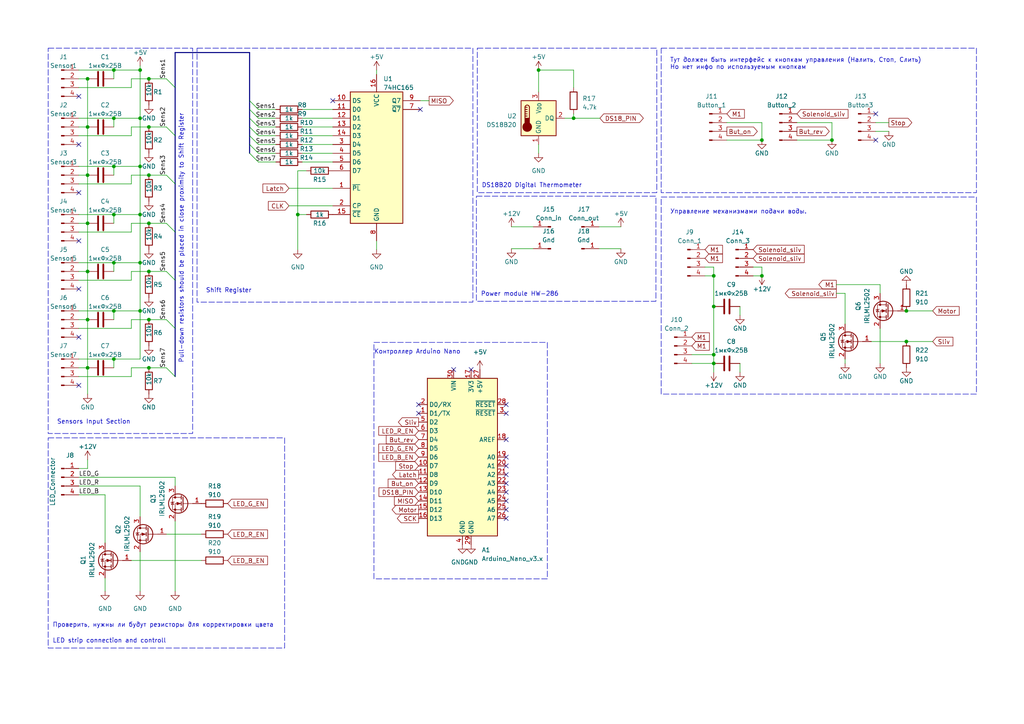
<source format=kicad_sch>
(kicad_sch (version 20230121) (generator eeschema)

  (uuid 0bd2e9c4-0463-42ef-892d-37dbf9b18024)

  (paper "A4")

  (title_block
    (title "Мозги Аквариума")
    (date "2023-06-28")
    (rev "1")
    (company "АО \"РМГ\"")
    (comment 2 "Фомин Д.В. Мезенцев Д.А.")
  )

  (lib_symbols
    (symbol "74xx:74HC165" (in_bom yes) (on_board yes)
      (property "Reference" "U" (at -7.62 19.05 0)
        (effects (font (size 1.27 1.27)))
      )
      (property "Value" "74HC165" (at -7.62 -21.59 0)
        (effects (font (size 1.27 1.27)))
      )
      (property "Footprint" "" (at 0 0 0)
        (effects (font (size 1.27 1.27)) hide)
      )
      (property "Datasheet" "https://assets.nexperia.com/documents/data-sheet/74HC_HCT165.pdf" (at 0 0 0)
        (effects (font (size 1.27 1.27)) hide)
      )
      (property "ki_keywords" "8 bit shift register parallel load cmos" (at 0 0 0)
        (effects (font (size 1.27 1.27)) hide)
      )
      (property "ki_description" "Shift Register, 8-bit, Parallel Load" (at 0 0 0)
        (effects (font (size 1.27 1.27)) hide)
      )
      (property "ki_fp_filters" "DIP?16* SO*16*3.9x9.9mm*P1.27mm* SSOP*16*5.3x6.2mm*P0.65mm* TSSOP*16*4.4x5mm*P0.65*" (at 0 0 0)
        (effects (font (size 1.27 1.27)) hide)
      )
      (symbol "74HC165_1_0"
        (pin input line (at -12.7 -10.16 0) (length 5.08)
          (name "~{PL}" (effects (font (size 1.27 1.27))))
          (number "1" (effects (font (size 1.27 1.27))))
        )
        (pin input line (at -12.7 15.24 0) (length 5.08)
          (name "DS" (effects (font (size 1.27 1.27))))
          (number "10" (effects (font (size 1.27 1.27))))
        )
        (pin input line (at -12.7 12.7 0) (length 5.08)
          (name "D0" (effects (font (size 1.27 1.27))))
          (number "11" (effects (font (size 1.27 1.27))))
        )
        (pin input line (at -12.7 10.16 0) (length 5.08)
          (name "D1" (effects (font (size 1.27 1.27))))
          (number "12" (effects (font (size 1.27 1.27))))
        )
        (pin input line (at -12.7 7.62 0) (length 5.08)
          (name "D2" (effects (font (size 1.27 1.27))))
          (number "13" (effects (font (size 1.27 1.27))))
        )
        (pin input line (at -12.7 5.08 0) (length 5.08)
          (name "D3" (effects (font (size 1.27 1.27))))
          (number "14" (effects (font (size 1.27 1.27))))
        )
        (pin input line (at -12.7 -17.78 0) (length 5.08)
          (name "~{CE}" (effects (font (size 1.27 1.27))))
          (number "15" (effects (font (size 1.27 1.27))))
        )
        (pin power_in line (at 0 22.86 270) (length 5.08)
          (name "VCC" (effects (font (size 1.27 1.27))))
          (number "16" (effects (font (size 1.27 1.27))))
        )
        (pin input line (at -12.7 -15.24 0) (length 5.08)
          (name "CP" (effects (font (size 1.27 1.27))))
          (number "2" (effects (font (size 1.27 1.27))))
        )
        (pin input line (at -12.7 2.54 0) (length 5.08)
          (name "D4" (effects (font (size 1.27 1.27))))
          (number "3" (effects (font (size 1.27 1.27))))
        )
        (pin input line (at -12.7 0 0) (length 5.08)
          (name "D5" (effects (font (size 1.27 1.27))))
          (number "4" (effects (font (size 1.27 1.27))))
        )
        (pin input line (at -12.7 -2.54 0) (length 5.08)
          (name "D6" (effects (font (size 1.27 1.27))))
          (number "5" (effects (font (size 1.27 1.27))))
        )
        (pin input line (at -12.7 -5.08 0) (length 5.08)
          (name "D7" (effects (font (size 1.27 1.27))))
          (number "6" (effects (font (size 1.27 1.27))))
        )
        (pin output line (at 12.7 12.7 180) (length 5.08)
          (name "~{Q7}" (effects (font (size 1.27 1.27))))
          (number "7" (effects (font (size 1.27 1.27))))
        )
        (pin power_in line (at 0 -25.4 90) (length 5.08)
          (name "GND" (effects (font (size 1.27 1.27))))
          (number "8" (effects (font (size 1.27 1.27))))
        )
        (pin output line (at 12.7 15.24 180) (length 5.08)
          (name "Q7" (effects (font (size 1.27 1.27))))
          (number "9" (effects (font (size 1.27 1.27))))
        )
      )
      (symbol "74HC165_1_1"
        (rectangle (start -7.62 17.78) (end 7.62 -20.32)
          (stroke (width 0.254) (type default))
          (fill (type background))
        )
      )
    )
    (symbol "Connector:Conn_01x01_Pin" (pin_names (offset 1.016) hide) (in_bom yes) (on_board yes)
      (property "Reference" "J" (at 0 2.54 0)
        (effects (font (size 1.27 1.27)))
      )
      (property "Value" "Conn_01x01_Pin" (at 0 -2.54 0)
        (effects (font (size 1.27 1.27)))
      )
      (property "Footprint" "" (at 0 0 0)
        (effects (font (size 1.27 1.27)) hide)
      )
      (property "Datasheet" "~" (at 0 0 0)
        (effects (font (size 1.27 1.27)) hide)
      )
      (property "ki_locked" "" (at 0 0 0)
        (effects (font (size 1.27 1.27)))
      )
      (property "ki_keywords" "connector" (at 0 0 0)
        (effects (font (size 1.27 1.27)) hide)
      )
      (property "ki_description" "Generic connector, single row, 01x01, script generated" (at 0 0 0)
        (effects (font (size 1.27 1.27)) hide)
      )
      (property "ki_fp_filters" "Connector*:*_1x??_*" (at 0 0 0)
        (effects (font (size 1.27 1.27)) hide)
      )
      (symbol "Conn_01x01_Pin_1_1"
        (polyline
          (pts
            (xy 1.27 0)
            (xy 0.8636 0)
          )
          (stroke (width 0.1524) (type default))
          (fill (type none))
        )
        (rectangle (start 0.8636 0.127) (end 0 -0.127)
          (stroke (width 0.1524) (type default))
          (fill (type outline))
        )
        (pin passive line (at 5.08 0 180) (length 3.81)
          (name "Pin_1" (effects (font (size 1.27 1.27))))
          (number "1" (effects (font (size 1.27 1.27))))
        )
      )
    )
    (symbol "Connector:Conn_01x04_Pin" (pin_names (offset 1.016) hide) (in_bom yes) (on_board yes)
      (property "Reference" "J" (at 0 5.08 0)
        (effects (font (size 1.27 1.27)))
      )
      (property "Value" "Conn_01x04_Pin" (at 0 -7.62 0)
        (effects (font (size 1.27 1.27)))
      )
      (property "Footprint" "" (at 0 0 0)
        (effects (font (size 1.27 1.27)) hide)
      )
      (property "Datasheet" "~" (at 0 0 0)
        (effects (font (size 1.27 1.27)) hide)
      )
      (property "ki_locked" "" (at 0 0 0)
        (effects (font (size 1.27 1.27)))
      )
      (property "ki_keywords" "connector" (at 0 0 0)
        (effects (font (size 1.27 1.27)) hide)
      )
      (property "ki_description" "Generic connector, single row, 01x04, script generated" (at 0 0 0)
        (effects (font (size 1.27 1.27)) hide)
      )
      (property "ki_fp_filters" "Connector*:*_1x??_*" (at 0 0 0)
        (effects (font (size 1.27 1.27)) hide)
      )
      (symbol "Conn_01x04_Pin_1_1"
        (polyline
          (pts
            (xy 1.27 -5.08)
            (xy 0.8636 -5.08)
          )
          (stroke (width 0.1524) (type default))
          (fill (type none))
        )
        (polyline
          (pts
            (xy 1.27 -2.54)
            (xy 0.8636 -2.54)
          )
          (stroke (width 0.1524) (type default))
          (fill (type none))
        )
        (polyline
          (pts
            (xy 1.27 0)
            (xy 0.8636 0)
          )
          (stroke (width 0.1524) (type default))
          (fill (type none))
        )
        (polyline
          (pts
            (xy 1.27 2.54)
            (xy 0.8636 2.54)
          )
          (stroke (width 0.1524) (type default))
          (fill (type none))
        )
        (rectangle (start 0.8636 -4.953) (end 0 -5.207)
          (stroke (width 0.1524) (type default))
          (fill (type outline))
        )
        (rectangle (start 0.8636 -2.413) (end 0 -2.667)
          (stroke (width 0.1524) (type default))
          (fill (type outline))
        )
        (rectangle (start 0.8636 0.127) (end 0 -0.127)
          (stroke (width 0.1524) (type default))
          (fill (type outline))
        )
        (rectangle (start 0.8636 2.667) (end 0 2.413)
          (stroke (width 0.1524) (type default))
          (fill (type outline))
        )
        (pin passive line (at 5.08 2.54 180) (length 3.81)
          (name "Pin_1" (effects (font (size 1.27 1.27))))
          (number "1" (effects (font (size 1.27 1.27))))
        )
        (pin passive line (at 5.08 0 180) (length 3.81)
          (name "Pin_2" (effects (font (size 1.27 1.27))))
          (number "2" (effects (font (size 1.27 1.27))))
        )
        (pin passive line (at 5.08 -2.54 180) (length 3.81)
          (name "Pin_3" (effects (font (size 1.27 1.27))))
          (number "3" (effects (font (size 1.27 1.27))))
        )
        (pin passive line (at 5.08 -5.08 180) (length 3.81)
          (name "Pin_4" (effects (font (size 1.27 1.27))))
          (number "4" (effects (font (size 1.27 1.27))))
        )
      )
    )
    (symbol "Device:C" (pin_numbers hide) (pin_names (offset 0.254)) (in_bom yes) (on_board yes)
      (property "Reference" "C" (at 0.635 2.54 0)
        (effects (font (size 1.27 1.27)) (justify left))
      )
      (property "Value" "C" (at 0.635 -2.54 0)
        (effects (font (size 1.27 1.27)) (justify left))
      )
      (property "Footprint" "" (at 0.9652 -3.81 0)
        (effects (font (size 1.27 1.27)) hide)
      )
      (property "Datasheet" "~" (at 0 0 0)
        (effects (font (size 1.27 1.27)) hide)
      )
      (property "ki_keywords" "cap capacitor" (at 0 0 0)
        (effects (font (size 1.27 1.27)) hide)
      )
      (property "ki_description" "Unpolarized capacitor" (at 0 0 0)
        (effects (font (size 1.27 1.27)) hide)
      )
      (property "ki_fp_filters" "C_*" (at 0 0 0)
        (effects (font (size 1.27 1.27)) hide)
      )
      (symbol "C_0_1"
        (polyline
          (pts
            (xy -2.032 -0.762)
            (xy 2.032 -0.762)
          )
          (stroke (width 0.508) (type default))
          (fill (type none))
        )
        (polyline
          (pts
            (xy -2.032 0.762)
            (xy 2.032 0.762)
          )
          (stroke (width 0.508) (type default))
          (fill (type none))
        )
      )
      (symbol "C_1_1"
        (pin passive line (at 0 3.81 270) (length 2.794)
          (name "~" (effects (font (size 1.27 1.27))))
          (number "1" (effects (font (size 1.27 1.27))))
        )
        (pin passive line (at 0 -3.81 90) (length 2.794)
          (name "~" (effects (font (size 1.27 1.27))))
          (number "2" (effects (font (size 1.27 1.27))))
        )
      )
    )
    (symbol "Device:R" (pin_numbers hide) (pin_names (offset 0)) (in_bom yes) (on_board yes)
      (property "Reference" "R" (at 2.032 0 90)
        (effects (font (size 1.27 1.27)))
      )
      (property "Value" "R" (at 0 0 90)
        (effects (font (size 1.27 1.27)))
      )
      (property "Footprint" "" (at -1.778 0 90)
        (effects (font (size 1.27 1.27)) hide)
      )
      (property "Datasheet" "~" (at 0 0 0)
        (effects (font (size 1.27 1.27)) hide)
      )
      (property "ki_keywords" "R res resistor" (at 0 0 0)
        (effects (font (size 1.27 1.27)) hide)
      )
      (property "ki_description" "Resistor" (at 0 0 0)
        (effects (font (size 1.27 1.27)) hide)
      )
      (property "ki_fp_filters" "R_*" (at 0 0 0)
        (effects (font (size 1.27 1.27)) hide)
      )
      (symbol "R_0_1"
        (rectangle (start -1.016 -2.54) (end 1.016 2.54)
          (stroke (width 0.254) (type default))
          (fill (type none))
        )
      )
      (symbol "R_1_1"
        (pin passive line (at 0 3.81 270) (length 1.27)
          (name "~" (effects (font (size 1.27 1.27))))
          (number "1" (effects (font (size 1.27 1.27))))
        )
        (pin passive line (at 0 -3.81 90) (length 1.27)
          (name "~" (effects (font (size 1.27 1.27))))
          (number "2" (effects (font (size 1.27 1.27))))
        )
      )
    )
    (symbol "MCU_Module:Arduino_Nano_v3.x" (in_bom yes) (on_board yes)
      (property "Reference" "A" (at -10.16 23.495 0)
        (effects (font (size 1.27 1.27)) (justify left bottom))
      )
      (property "Value" "Arduino_Nano_v3.x" (at 5.08 -24.13 0)
        (effects (font (size 1.27 1.27)) (justify left top))
      )
      (property "Footprint" "Module:Arduino_Nano" (at 0 0 0)
        (effects (font (size 1.27 1.27) italic) hide)
      )
      (property "Datasheet" "http://www.mouser.com/pdfdocs/Gravitech_Arduino_Nano3_0.pdf" (at 0 0 0)
        (effects (font (size 1.27 1.27)) hide)
      )
      (property "ki_keywords" "Arduino nano microcontroller module USB" (at 0 0 0)
        (effects (font (size 1.27 1.27)) hide)
      )
      (property "ki_description" "Arduino Nano v3.x" (at 0 0 0)
        (effects (font (size 1.27 1.27)) hide)
      )
      (property "ki_fp_filters" "Arduino*Nano*" (at 0 0 0)
        (effects (font (size 1.27 1.27)) hide)
      )
      (symbol "Arduino_Nano_v3.x_0_1"
        (rectangle (start -10.16 22.86) (end 10.16 -22.86)
          (stroke (width 0.254) (type default))
          (fill (type background))
        )
      )
      (symbol "Arduino_Nano_v3.x_1_1"
        (pin bidirectional line (at -12.7 12.7 0) (length 2.54)
          (name "D1/TX" (effects (font (size 1.27 1.27))))
          (number "1" (effects (font (size 1.27 1.27))))
        )
        (pin bidirectional line (at -12.7 -2.54 0) (length 2.54)
          (name "D7" (effects (font (size 1.27 1.27))))
          (number "10" (effects (font (size 1.27 1.27))))
        )
        (pin bidirectional line (at -12.7 -5.08 0) (length 2.54)
          (name "D8" (effects (font (size 1.27 1.27))))
          (number "11" (effects (font (size 1.27 1.27))))
        )
        (pin bidirectional line (at -12.7 -7.62 0) (length 2.54)
          (name "D9" (effects (font (size 1.27 1.27))))
          (number "12" (effects (font (size 1.27 1.27))))
        )
        (pin bidirectional line (at -12.7 -10.16 0) (length 2.54)
          (name "D10" (effects (font (size 1.27 1.27))))
          (number "13" (effects (font (size 1.27 1.27))))
        )
        (pin bidirectional line (at -12.7 -12.7 0) (length 2.54)
          (name "D11" (effects (font (size 1.27 1.27))))
          (number "14" (effects (font (size 1.27 1.27))))
        )
        (pin bidirectional line (at -12.7 -15.24 0) (length 2.54)
          (name "D12" (effects (font (size 1.27 1.27))))
          (number "15" (effects (font (size 1.27 1.27))))
        )
        (pin bidirectional line (at -12.7 -17.78 0) (length 2.54)
          (name "D13" (effects (font (size 1.27 1.27))))
          (number "16" (effects (font (size 1.27 1.27))))
        )
        (pin power_out line (at 2.54 25.4 270) (length 2.54)
          (name "3V3" (effects (font (size 1.27 1.27))))
          (number "17" (effects (font (size 1.27 1.27))))
        )
        (pin input line (at 12.7 5.08 180) (length 2.54)
          (name "AREF" (effects (font (size 1.27 1.27))))
          (number "18" (effects (font (size 1.27 1.27))))
        )
        (pin bidirectional line (at 12.7 0 180) (length 2.54)
          (name "A0" (effects (font (size 1.27 1.27))))
          (number "19" (effects (font (size 1.27 1.27))))
        )
        (pin bidirectional line (at -12.7 15.24 0) (length 2.54)
          (name "D0/RX" (effects (font (size 1.27 1.27))))
          (number "2" (effects (font (size 1.27 1.27))))
        )
        (pin bidirectional line (at 12.7 -2.54 180) (length 2.54)
          (name "A1" (effects (font (size 1.27 1.27))))
          (number "20" (effects (font (size 1.27 1.27))))
        )
        (pin bidirectional line (at 12.7 -5.08 180) (length 2.54)
          (name "A2" (effects (font (size 1.27 1.27))))
          (number "21" (effects (font (size 1.27 1.27))))
        )
        (pin bidirectional line (at 12.7 -7.62 180) (length 2.54)
          (name "A3" (effects (font (size 1.27 1.27))))
          (number "22" (effects (font (size 1.27 1.27))))
        )
        (pin bidirectional line (at 12.7 -10.16 180) (length 2.54)
          (name "A4" (effects (font (size 1.27 1.27))))
          (number "23" (effects (font (size 1.27 1.27))))
        )
        (pin bidirectional line (at 12.7 -12.7 180) (length 2.54)
          (name "A5" (effects (font (size 1.27 1.27))))
          (number "24" (effects (font (size 1.27 1.27))))
        )
        (pin bidirectional line (at 12.7 -15.24 180) (length 2.54)
          (name "A6" (effects (font (size 1.27 1.27))))
          (number "25" (effects (font (size 1.27 1.27))))
        )
        (pin bidirectional line (at 12.7 -17.78 180) (length 2.54)
          (name "A7" (effects (font (size 1.27 1.27))))
          (number "26" (effects (font (size 1.27 1.27))))
        )
        (pin power_out line (at 5.08 25.4 270) (length 2.54)
          (name "+5V" (effects (font (size 1.27 1.27))))
          (number "27" (effects (font (size 1.27 1.27))))
        )
        (pin input line (at 12.7 15.24 180) (length 2.54)
          (name "~{RESET}" (effects (font (size 1.27 1.27))))
          (number "28" (effects (font (size 1.27 1.27))))
        )
        (pin power_in line (at 2.54 -25.4 90) (length 2.54)
          (name "GND" (effects (font (size 1.27 1.27))))
          (number "29" (effects (font (size 1.27 1.27))))
        )
        (pin input line (at 12.7 12.7 180) (length 2.54)
          (name "~{RESET}" (effects (font (size 1.27 1.27))))
          (number "3" (effects (font (size 1.27 1.27))))
        )
        (pin power_in line (at -2.54 25.4 270) (length 2.54)
          (name "VIN" (effects (font (size 1.27 1.27))))
          (number "30" (effects (font (size 1.27 1.27))))
        )
        (pin power_in line (at 0 -25.4 90) (length 2.54)
          (name "GND" (effects (font (size 1.27 1.27))))
          (number "4" (effects (font (size 1.27 1.27))))
        )
        (pin bidirectional line (at -12.7 10.16 0) (length 2.54)
          (name "D2" (effects (font (size 1.27 1.27))))
          (number "5" (effects (font (size 1.27 1.27))))
        )
        (pin bidirectional line (at -12.7 7.62 0) (length 2.54)
          (name "D3" (effects (font (size 1.27 1.27))))
          (number "6" (effects (font (size 1.27 1.27))))
        )
        (pin bidirectional line (at -12.7 5.08 0) (length 2.54)
          (name "D4" (effects (font (size 1.27 1.27))))
          (number "7" (effects (font (size 1.27 1.27))))
        )
        (pin bidirectional line (at -12.7 2.54 0) (length 2.54)
          (name "D5" (effects (font (size 1.27 1.27))))
          (number "8" (effects (font (size 1.27 1.27))))
        )
        (pin bidirectional line (at -12.7 0 0) (length 2.54)
          (name "D6" (effects (font (size 1.27 1.27))))
          (number "9" (effects (font (size 1.27 1.27))))
        )
      )
    )
    (symbol "Sensor_Temperature:DS18B20" (in_bom yes) (on_board yes)
      (property "Reference" "U" (at -3.81 6.35 0)
        (effects (font (size 1.27 1.27)))
      )
      (property "Value" "DS18B20" (at 6.35 6.35 0)
        (effects (font (size 1.27 1.27)))
      )
      (property "Footprint" "Package_TO_SOT_THT:TO-92_Inline" (at -25.4 -6.35 0)
        (effects (font (size 1.27 1.27)) hide)
      )
      (property "Datasheet" "http://datasheets.maximintegrated.com/en/ds/DS18B20.pdf" (at -3.81 6.35 0)
        (effects (font (size 1.27 1.27)) hide)
      )
      (property "ki_keywords" "OneWire 1Wire Dallas Maxim" (at 0 0 0)
        (effects (font (size 1.27 1.27)) hide)
      )
      (property "ki_description" "Programmable Resolution 1-Wire Digital Thermometer TO-92" (at 0 0 0)
        (effects (font (size 1.27 1.27)) hide)
      )
      (property "ki_fp_filters" "TO*92*" (at 0 0 0)
        (effects (font (size 1.27 1.27)) hide)
      )
      (symbol "DS18B20_0_1"
        (rectangle (start -5.08 5.08) (end 5.08 -5.08)
          (stroke (width 0.254) (type default))
          (fill (type background))
        )
        (circle (center -3.302 -2.54) (radius 1.27)
          (stroke (width 0.254) (type default))
          (fill (type outline))
        )
        (rectangle (start -2.667 -1.905) (end -3.937 0)
          (stroke (width 0.254) (type default))
          (fill (type outline))
        )
        (arc (start -2.667 3.175) (mid -3.302 3.8073) (end -3.937 3.175)
          (stroke (width 0.254) (type default))
          (fill (type none))
        )
        (polyline
          (pts
            (xy -3.937 0.635)
            (xy -3.302 0.635)
          )
          (stroke (width 0.254) (type default))
          (fill (type none))
        )
        (polyline
          (pts
            (xy -3.937 1.27)
            (xy -3.302 1.27)
          )
          (stroke (width 0.254) (type default))
          (fill (type none))
        )
        (polyline
          (pts
            (xy -3.937 1.905)
            (xy -3.302 1.905)
          )
          (stroke (width 0.254) (type default))
          (fill (type none))
        )
        (polyline
          (pts
            (xy -3.937 2.54)
            (xy -3.302 2.54)
          )
          (stroke (width 0.254) (type default))
          (fill (type none))
        )
        (polyline
          (pts
            (xy -3.937 3.175)
            (xy -3.937 0)
          )
          (stroke (width 0.254) (type default))
          (fill (type none))
        )
        (polyline
          (pts
            (xy -3.937 3.175)
            (xy -3.302 3.175)
          )
          (stroke (width 0.254) (type default))
          (fill (type none))
        )
        (polyline
          (pts
            (xy -2.667 3.175)
            (xy -2.667 0)
          )
          (stroke (width 0.254) (type default))
          (fill (type none))
        )
      )
      (symbol "DS18B20_1_1"
        (pin power_in line (at 0 -7.62 90) (length 2.54)
          (name "GND" (effects (font (size 1.27 1.27))))
          (number "1" (effects (font (size 1.27 1.27))))
        )
        (pin bidirectional line (at 7.62 0 180) (length 2.54)
          (name "DQ" (effects (font (size 1.27 1.27))))
          (number "2" (effects (font (size 1.27 1.27))))
        )
        (pin power_in line (at 0 7.62 270) (length 2.54)
          (name "V_{DD}" (effects (font (size 1.27 1.27))))
          (number "3" (effects (font (size 1.27 1.27))))
        )
      )
    )
    (symbol "Transistor_FET:IRLML2060" (pin_names hide) (in_bom yes) (on_board yes)
      (property "Reference" "Q" (at 5.08 1.905 0)
        (effects (font (size 1.27 1.27)) (justify left))
      )
      (property "Value" "IRLML2060" (at 5.08 0 0)
        (effects (font (size 1.27 1.27)) (justify left))
      )
      (property "Footprint" "Package_TO_SOT_SMD:SOT-23" (at 5.08 -1.905 0)
        (effects (font (size 1.27 1.27) italic) (justify left) hide)
      )
      (property "Datasheet" "https://www.infineon.com/dgdl/irlml2060pbf.pdf?fileId=5546d462533600a401535664b7fb25ee" (at 0 0 0)
        (effects (font (size 1.27 1.27)) (justify left) hide)
      )
      (property "ki_keywords" "N-Channel HEXFET MOSFET" (at 0 0 0)
        (effects (font (size 1.27 1.27)) hide)
      )
      (property "ki_description" "1.2A Id, 60V Vds, 480mOhm Rds, N-Channel HEXFET Power MOSFET, SOT-23" (at 0 0 0)
        (effects (font (size 1.27 1.27)) hide)
      )
      (property "ki_fp_filters" "SOT?23*" (at 0 0 0)
        (effects (font (size 1.27 1.27)) hide)
      )
      (symbol "IRLML2060_0_1"
        (polyline
          (pts
            (xy 0.254 0)
            (xy -2.54 0)
          )
          (stroke (width 0) (type default))
          (fill (type none))
        )
        (polyline
          (pts
            (xy 0.254 1.905)
            (xy 0.254 -1.905)
          )
          (stroke (width 0.254) (type default))
          (fill (type none))
        )
        (polyline
          (pts
            (xy 0.762 -1.27)
            (xy 0.762 -2.286)
          )
          (stroke (width 0.254) (type default))
          (fill (type none))
        )
        (polyline
          (pts
            (xy 0.762 0.508)
            (xy 0.762 -0.508)
          )
          (stroke (width 0.254) (type default))
          (fill (type none))
        )
        (polyline
          (pts
            (xy 0.762 2.286)
            (xy 0.762 1.27)
          )
          (stroke (width 0.254) (type default))
          (fill (type none))
        )
        (polyline
          (pts
            (xy 2.54 2.54)
            (xy 2.54 1.778)
          )
          (stroke (width 0) (type default))
          (fill (type none))
        )
        (polyline
          (pts
            (xy 2.54 -2.54)
            (xy 2.54 0)
            (xy 0.762 0)
          )
          (stroke (width 0) (type default))
          (fill (type none))
        )
        (polyline
          (pts
            (xy 0.762 -1.778)
            (xy 3.302 -1.778)
            (xy 3.302 1.778)
            (xy 0.762 1.778)
          )
          (stroke (width 0) (type default))
          (fill (type none))
        )
        (polyline
          (pts
            (xy 1.016 0)
            (xy 2.032 0.381)
            (xy 2.032 -0.381)
            (xy 1.016 0)
          )
          (stroke (width 0) (type default))
          (fill (type outline))
        )
        (polyline
          (pts
            (xy 2.794 0.508)
            (xy 2.921 0.381)
            (xy 3.683 0.381)
            (xy 3.81 0.254)
          )
          (stroke (width 0) (type default))
          (fill (type none))
        )
        (polyline
          (pts
            (xy 3.302 0.381)
            (xy 2.921 -0.254)
            (xy 3.683 -0.254)
            (xy 3.302 0.381)
          )
          (stroke (width 0) (type default))
          (fill (type none))
        )
        (circle (center 1.651 0) (radius 2.794)
          (stroke (width 0.254) (type default))
          (fill (type none))
        )
        (circle (center 2.54 -1.778) (radius 0.254)
          (stroke (width 0) (type default))
          (fill (type outline))
        )
        (circle (center 2.54 1.778) (radius 0.254)
          (stroke (width 0) (type default))
          (fill (type outline))
        )
      )
      (symbol "IRLML2060_1_1"
        (pin input line (at -5.08 0 0) (length 2.54)
          (name "G" (effects (font (size 1.27 1.27))))
          (number "1" (effects (font (size 1.27 1.27))))
        )
        (pin passive line (at 2.54 -5.08 90) (length 2.54)
          (name "S" (effects (font (size 1.27 1.27))))
          (number "2" (effects (font (size 1.27 1.27))))
        )
        (pin passive line (at 2.54 5.08 270) (length 2.54)
          (name "D" (effects (font (size 1.27 1.27))))
          (number "3" (effects (font (size 1.27 1.27))))
        )
      )
    )
    (symbol "power:+12V" (power) (pin_names (offset 0)) (in_bom yes) (on_board yes)
      (property "Reference" "#PWR" (at 0 -3.81 0)
        (effects (font (size 1.27 1.27)) hide)
      )
      (property "Value" "+12V" (at 0 3.556 0)
        (effects (font (size 1.27 1.27)))
      )
      (property "Footprint" "" (at 0 0 0)
        (effects (font (size 1.27 1.27)) hide)
      )
      (property "Datasheet" "" (at 0 0 0)
        (effects (font (size 1.27 1.27)) hide)
      )
      (property "ki_keywords" "global power" (at 0 0 0)
        (effects (font (size 1.27 1.27)) hide)
      )
      (property "ki_description" "Power symbol creates a global label with name \"+12V\"" (at 0 0 0)
        (effects (font (size 1.27 1.27)) hide)
      )
      (symbol "+12V_0_1"
        (polyline
          (pts
            (xy -0.762 1.27)
            (xy 0 2.54)
          )
          (stroke (width 0) (type default))
          (fill (type none))
        )
        (polyline
          (pts
            (xy 0 0)
            (xy 0 2.54)
          )
          (stroke (width 0) (type default))
          (fill (type none))
        )
        (polyline
          (pts
            (xy 0 2.54)
            (xy 0.762 1.27)
          )
          (stroke (width 0) (type default))
          (fill (type none))
        )
      )
      (symbol "+12V_1_1"
        (pin power_in line (at 0 0 90) (length 0) hide
          (name "+12V" (effects (font (size 1.27 1.27))))
          (number "1" (effects (font (size 1.27 1.27))))
        )
      )
    )
    (symbol "power:+5V" (power) (pin_names (offset 0)) (in_bom yes) (on_board yes)
      (property "Reference" "#PWR" (at 0 -3.81 0)
        (effects (font (size 1.27 1.27)) hide)
      )
      (property "Value" "+5V" (at 0 3.556 0)
        (effects (font (size 1.27 1.27)))
      )
      (property "Footprint" "" (at 0 0 0)
        (effects (font (size 1.27 1.27)) hide)
      )
      (property "Datasheet" "" (at 0 0 0)
        (effects (font (size 1.27 1.27)) hide)
      )
      (property "ki_keywords" "global power" (at 0 0 0)
        (effects (font (size 1.27 1.27)) hide)
      )
      (property "ki_description" "Power symbol creates a global label with name \"+5V\"" (at 0 0 0)
        (effects (font (size 1.27 1.27)) hide)
      )
      (symbol "+5V_0_1"
        (polyline
          (pts
            (xy -0.762 1.27)
            (xy 0 2.54)
          )
          (stroke (width 0) (type default))
          (fill (type none))
        )
        (polyline
          (pts
            (xy 0 0)
            (xy 0 2.54)
          )
          (stroke (width 0) (type default))
          (fill (type none))
        )
        (polyline
          (pts
            (xy 0 2.54)
            (xy 0.762 1.27)
          )
          (stroke (width 0) (type default))
          (fill (type none))
        )
      )
      (symbol "+5V_1_1"
        (pin power_in line (at 0 0 90) (length 0) hide
          (name "+5V" (effects (font (size 1.27 1.27))))
          (number "1" (effects (font (size 1.27 1.27))))
        )
      )
    )
    (symbol "power:GND" (power) (pin_names (offset 0)) (in_bom yes) (on_board yes)
      (property "Reference" "#PWR" (at 0 -6.35 0)
        (effects (font (size 1.27 1.27)) hide)
      )
      (property "Value" "GND" (at 0 -3.81 0)
        (effects (font (size 1.27 1.27)))
      )
      (property "Footprint" "" (at 0 0 0)
        (effects (font (size 1.27 1.27)) hide)
      )
      (property "Datasheet" "" (at 0 0 0)
        (effects (font (size 1.27 1.27)) hide)
      )
      (property "ki_keywords" "global power" (at 0 0 0)
        (effects (font (size 1.27 1.27)) hide)
      )
      (property "ki_description" "Power symbol creates a global label with name \"GND\" , ground" (at 0 0 0)
        (effects (font (size 1.27 1.27)) hide)
      )
      (symbol "GND_0_1"
        (polyline
          (pts
            (xy 0 0)
            (xy 0 -1.27)
            (xy 1.27 -1.27)
            (xy 0 -2.54)
            (xy -1.27 -1.27)
            (xy 0 -1.27)
          )
          (stroke (width 0) (type default))
          (fill (type none))
        )
      )
      (symbol "GND_1_1"
        (pin power_in line (at 0 0 270) (length 0) hide
          (name "GND" (effects (font (size 1.27 1.27))))
          (number "1" (effects (font (size 1.27 1.27))))
        )
      )
    )
  )

  (junction (at 25.4 36.83) (diameter 0) (color 0 0 0 0)
    (uuid 0c2735ba-97db-4aff-bc9f-6839c3342f57)
  )
  (junction (at 43.18 64.77) (diameter 0) (color 0 0 0 0)
    (uuid 0cccce8c-28b3-4fa8-8f18-97f0ce6d6f4f)
  )
  (junction (at 40.64 34.29) (diameter 0) (color 0 0 0 0)
    (uuid 12778bfc-1b88-4b8b-a571-f0d25f0319a9)
  )
  (junction (at 86.36 62.23) (diameter 0) (color 0 0 0 0)
    (uuid 159f21b0-bfa0-4401-95c4-4a2434acbd9e)
  )
  (junction (at 43.18 78.74) (diameter 0) (color 0 0 0 0)
    (uuid 1710fb13-8e9a-4483-bdd5-fec86ac07205)
  )
  (junction (at 207.01 80.01) (diameter 0) (color 0 0 0 0)
    (uuid 1d45d89c-8a13-4c9c-8484-06ae1f9faa17)
  )
  (junction (at 43.18 50.8) (diameter 0) (color 0 0 0 0)
    (uuid 1e4c5e78-2b2a-4f15-8cf5-503bc1b0784b)
  )
  (junction (at 207.01 105.41) (diameter 0) (color 0 0 0 0)
    (uuid 211206da-57ca-405c-a5b5-4622a46ddbae)
  )
  (junction (at 40.64 20.32) (diameter 0) (color 0 0 0 0)
    (uuid 3876581f-6c8f-4e9b-9824-53145dfaec79)
  )
  (junction (at 262.89 90.17) (diameter 0) (color 0 0 0 0)
    (uuid 3911ef28-60d0-4826-bf01-f351ee9bc62a)
  )
  (junction (at 33.02 76.2) (diameter 0) (color 0 0 0 0)
    (uuid 41a7994d-5ecb-4c51-9a67-5309c8ba2df4)
  )
  (junction (at 207.01 88.9) (diameter 0) (color 0 0 0 0)
    (uuid 486617c8-c677-4319-a656-33f072a65837)
  )
  (junction (at 43.18 92.71) (diameter 0) (color 0 0 0 0)
    (uuid 536765a0-d9ec-4fc4-83f4-9ba309d8adfe)
  )
  (junction (at 33.02 104.14) (diameter 0) (color 0 0 0 0)
    (uuid 55e5174f-76dc-4447-80bc-a0fc4fb6d762)
  )
  (junction (at 220.98 40.64) (diameter 0) (color 0 0 0 0)
    (uuid 571be651-92e5-40c3-8127-6c8cbc65048f)
  )
  (junction (at 25.4 92.71) (diameter 0) (color 0 0 0 0)
    (uuid 5a782c00-5b00-475b-8804-17b170bf5e57)
  )
  (junction (at 25.4 22.86) (diameter 0) (color 0 0 0 0)
    (uuid 5f6dc7e6-1c79-4d2e-8c5a-63c714ed3be9)
  )
  (junction (at 33.02 90.17) (diameter 0) (color 0 0 0 0)
    (uuid 6d23d0c3-aa7e-4dcf-a244-c94a5d500e34)
  )
  (junction (at 33.02 62.23) (diameter 0) (color 0 0 0 0)
    (uuid 6f93e017-8ce2-49f6-8dfa-85422b5b430e)
  )
  (junction (at 33.02 34.29) (diameter 0) (color 0 0 0 0)
    (uuid 7575b740-bd7a-40f3-805e-cf871bae0a09)
  )
  (junction (at 40.64 90.17) (diameter 0) (color 0 0 0 0)
    (uuid 7d62e611-9f9b-4eb5-927c-30606c025b9d)
  )
  (junction (at 25.4 50.8) (diameter 0) (color 0 0 0 0)
    (uuid 8769d38e-67bd-40fc-9985-43d3a7e0a95e)
  )
  (junction (at 220.98 80.01) (diameter 0) (color 0 0 0 0)
    (uuid 8ee6f279-82b7-4f89-b094-3ee7c572184f)
  )
  (junction (at 25.4 106.68) (diameter 0) (color 0 0 0 0)
    (uuid 9456b5ac-abdb-4398-9d13-9ba5e917ab66)
  )
  (junction (at 241.3 40.64) (diameter 0) (color 0 0 0 0)
    (uuid 9960df56-364e-4d7a-a81e-b83b0bf1f564)
  )
  (junction (at 262.89 99.06) (diameter 0) (color 0 0 0 0)
    (uuid 9a540d62-eec4-4bad-8222-e92be8bb1015)
  )
  (junction (at 43.18 36.83) (diameter 0) (color 0 0 0 0)
    (uuid 9c74465f-63e9-4618-afeb-9737bd7e39f3)
  )
  (junction (at 33.02 20.32) (diameter 0) (color 0 0 0 0)
    (uuid ab65ef67-4c50-4329-851a-d9bacb043d40)
  )
  (junction (at 25.4 78.74) (diameter 0) (color 0 0 0 0)
    (uuid bd17a888-c129-4a44-9581-df8fb60f8323)
  )
  (junction (at 156.21 20.32) (diameter 0) (color 0 0 0 0)
    (uuid bf89f1dc-d118-4249-bfd3-d2bd04677a61)
  )
  (junction (at 207.01 102.87) (diameter 0) (color 0 0 0 0)
    (uuid c3497bbe-397e-4c7c-9643-37aeb334d65a)
  )
  (junction (at 40.64 76.2) (diameter 0) (color 0 0 0 0)
    (uuid c9f02de7-d0af-43ad-a49f-f54b5bc270e9)
  )
  (junction (at 43.18 22.86) (diameter 0) (color 0 0 0 0)
    (uuid cbb2c02d-7f6d-4635-9756-ac074d27abbc)
  )
  (junction (at 43.18 106.68) (diameter 0) (color 0 0 0 0)
    (uuid e0dc72a1-983d-44d0-87aa-96f9b5e25fa6)
  )
  (junction (at 166.37 34.29) (diameter 0) (color 0 0 0 0)
    (uuid e0ef55e0-7b5f-4c7b-94e6-c452a6cd35df)
  )
  (junction (at 40.64 62.23) (diameter 0) (color 0 0 0 0)
    (uuid e18fd049-ec93-4f7a-9d42-f75f77831c68)
  )
  (junction (at 40.64 48.26) (diameter 0) (color 0 0 0 0)
    (uuid e7996206-a188-4b65-9683-2da46c1d367d)
  )
  (junction (at 25.4 64.77) (diameter 0) (color 0 0 0 0)
    (uuid f6a0123c-b105-4b4a-b9a6-64dc17b32f51)
  )
  (junction (at 33.02 48.26) (diameter 0) (color 0 0 0 0)
    (uuid fec017c4-c6b8-4443-9737-48db7b25545a)
  )

  (no_connect (at 146.812 119.888) (uuid 0acf06d3-22bc-4816-8199-c13d53704436))
  (no_connect (at 146.812 147.828) (uuid 10ea1d09-7233-4612-bcca-874712523720))
  (no_connect (at 22.86 111.76) (uuid 1d08a878-d3d8-4cf5-96e5-ff4d686f7d03))
  (no_connect (at 96.52 29.21) (uuid 3809c0c2-a6b0-4071-8670-ff3977afde09))
  (no_connect (at 146.812 117.348) (uuid 3bbf7c97-bf19-4f0c-b98c-02454fcd1f5d))
  (no_connect (at 121.412 117.348) (uuid 3c6db3bd-f1e6-4005-b03c-97dfbccda5fb))
  (no_connect (at 146.812 140.208) (uuid 3d32bb58-7cda-4e56-8cde-aea21089d8d3))
  (no_connect (at 146.812 132.588) (uuid 6562a627-9c34-4ce3-b99e-8a638e9fdbfa))
  (no_connect (at 121.92 31.75) (uuid 74bd0548-9176-4c4e-98a3-4f71e3b3d6f4))
  (no_connect (at 254 40.64) (uuid 75de6548-c9fa-4f34-a6f6-931e0518b21b))
  (no_connect (at 22.86 97.79) (uuid 78378d37-59ea-406c-967a-b22fdaee904f))
  (no_connect (at 146.812 127.508) (uuid 791755fa-a347-458f-a821-1a410d6a218f))
  (no_connect (at 146.812 135.128) (uuid 84e34ea6-4aea-48e5-8699-f0701d1ea6b6))
  (no_connect (at 22.86 27.94) (uuid 8e35af84-3992-4371-8dac-3f93151ea076))
  (no_connect (at 22.86 69.85) (uuid 934dcff8-5574-4fa1-9c59-23d14f6b4056))
  (no_connect (at 22.86 55.88) (uuid 9ab0162a-5f50-47ef-9199-5cb0df275542))
  (no_connect (at 121.412 119.888) (uuid 9b51a95d-2322-4acc-8ea3-3fdec94fd93f))
  (no_connect (at 146.812 142.748) (uuid b5d1445d-31d4-467b-9839-10a3bfa3e512))
  (no_connect (at 22.86 83.82) (uuid b9210d59-72d5-47ce-8f7e-546860740a2f))
  (no_connect (at 146.812 145.288) (uuid c74b2b0b-a218-46a1-b754-90220f4c3214))
  (no_connect (at 131.572 107.188) (uuid d320a496-08fb-417f-bd70-d4202d8f8cb0))
  (no_connect (at 22.86 41.91) (uuid d62a2bcf-b18e-4be2-908c-09397b1a4bdc))
  (no_connect (at 254 33.02) (uuid ddccbff2-61ad-40a8-b9e7-485fbe623ea7))
  (no_connect (at 146.812 137.668) (uuid ded9fd7d-aa56-4537-b054-804ef0e67dd2))
  (no_connect (at 136.652 107.188) (uuid f5862a20-27f1-4b53-b2a2-13933c2f280f))
  (no_connect (at 146.812 150.368) (uuid fa5c0460-f7ca-4c3b-b32d-42cf78ff2bf8))

  (bus_entry (at 48.26 92.71) (size 2.54 2.54)
    (stroke (width 0) (type default))
    (uuid 26f59cbe-e090-46cd-b5ea-203e4af3a47d)
  )
  (bus_entry (at 48.26 64.77) (size 2.54 2.54)
    (stroke (width 0) (type default))
    (uuid 3608ab31-a5c2-4de4-af99-d80b35772010)
  )
  (bus_entry (at 72.39 31.75) (size 2.54 2.54)
    (stroke (width 0) (type default))
    (uuid 38fca227-3ec8-4d24-9a0d-3c7eff98e729)
  )
  (bus_entry (at 48.26 106.68) (size 2.54 2.54)
    (stroke (width 0) (type default))
    (uuid 55ee97ee-0d9a-4e33-85cc-28bb52a165a7)
  )
  (bus_entry (at 48.26 36.83) (size 2.54 2.54)
    (stroke (width 0) (type default))
    (uuid 75045618-c212-4470-8158-2b232abb9da6)
  )
  (bus_entry (at 48.26 22.86) (size 2.54 2.54)
    (stroke (width 0) (type default))
    (uuid 7fb25c6c-8c20-45c0-b887-d414a942daa6)
  )
  (bus_entry (at 48.26 78.74) (size 2.54 2.54)
    (stroke (width 0) (type default))
    (uuid 80a89de5-c7b8-4813-a61e-05b0e401695c)
  )
  (bus_entry (at 72.39 39.37) (size 2.54 2.54)
    (stroke (width 0) (type default))
    (uuid 828f11e0-c5b7-4f0b-b07f-ee2cba6bef0e)
  )
  (bus_entry (at 72.39 34.29) (size 2.54 2.54)
    (stroke (width 0) (type default))
    (uuid 83ba5f64-28d9-48ab-8d39-1c64f63d29aa)
  )
  (bus_entry (at 72.39 44.45) (size 2.54 2.54)
    (stroke (width 0) (type default))
    (uuid 8c8abcb7-5a36-49c0-987f-4ae55b1b16bf)
  )
  (bus_entry (at 72.39 36.83) (size 2.54 2.54)
    (stroke (width 0) (type default))
    (uuid a8dcec45-6f88-4e96-a5fe-a774b485eafe)
  )
  (bus_entry (at 72.39 41.91) (size 2.54 2.54)
    (stroke (width 0) (type default))
    (uuid c0d3d41d-c243-4f34-af0a-1eb1d2306ef9)
  )
  (bus_entry (at 72.39 29.21) (size 2.54 2.54)
    (stroke (width 0) (type default))
    (uuid f254afbd-98a6-4003-bc74-4bc4eed92686)
  )
  (bus_entry (at 48.26 50.8) (size 2.54 2.54)
    (stroke (width 0) (type default))
    (uuid f4da8ff2-dbff-418f-bea1-d67964acf927)
  )

  (wire (pts (xy 40.64 62.23) (xy 40.64 48.26))
    (stroke (width 0) (type default))
    (uuid 0050d064-aacb-4106-98b3-9195b0825c9e)
  )
  (wire (pts (xy 33.02 20.32) (xy 40.64 20.32))
    (stroke (width 0) (type default))
    (uuid 00797d22-0ebc-4f8e-a006-96e34035e945)
  )
  (wire (pts (xy 22.86 92.71) (xy 25.4 92.71))
    (stroke (width 0) (type default))
    (uuid 0200698e-7c0c-4200-95ef-61a1169249cd)
  )
  (wire (pts (xy 87.63 44.45) (xy 96.52 44.45))
    (stroke (width 0) (type default))
    (uuid 02bdd1b6-c4dd-4ec9-a1c5-400309cacd24)
  )
  (wire (pts (xy 22.86 81.28) (xy 38.1 81.28))
    (stroke (width 0) (type default))
    (uuid 03c961ac-a8b2-4a7c-9c38-7ab2e184703e)
  )
  (wire (pts (xy 255.27 95.25) (xy 255.27 105.41))
    (stroke (width 0) (type default))
    (uuid 06facf45-2686-4ed0-8877-b6f4bf2e8258)
  )
  (wire (pts (xy 87.63 36.83) (xy 96.52 36.83))
    (stroke (width 0) (type default))
    (uuid 0778c0e0-1f2e-4de0-9cf2-2916eefb5300)
  )
  (wire (pts (xy 33.02 20.32) (xy 33.02 22.86))
    (stroke (width 0) (type default))
    (uuid 09a7156e-5b7a-4938-92ca-c937bec646cf)
  )
  (wire (pts (xy 252.73 99.06) (xy 262.89 99.06))
    (stroke (width 0) (type default))
    (uuid 09cd4a7e-1556-4cf6-a016-061206aec443)
  )
  (wire (pts (xy 38.1 106.68) (xy 43.18 106.68))
    (stroke (width 0) (type default))
    (uuid 0add895e-f46d-438a-b4c6-d1907aa3363b)
  )
  (wire (pts (xy 22.86 95.25) (xy 38.1 95.25))
    (stroke (width 0) (type default))
    (uuid 0d72e365-8e41-4919-aad4-c87669c790e7)
  )
  (bus (pts (xy 72.39 39.37) (xy 72.39 41.91))
    (stroke (width 0) (type default))
    (uuid 0def5631-1ae1-4d81-bb50-b8f51a8eff21)
  )

  (wire (pts (xy 38.1 53.34) (xy 38.1 50.8))
    (stroke (width 0) (type default))
    (uuid 0ed53b64-f474-4917-a7ed-dacce55cafb2)
  )
  (wire (pts (xy 214.63 107.95) (xy 214.63 105.41))
    (stroke (width 0) (type default))
    (uuid 101a6159-a7d4-4553-92af-f27ee11a00d2)
  )
  (wire (pts (xy 22.86 25.4) (xy 38.1 25.4))
    (stroke (width 0) (type default))
    (uuid 10578710-2b34-49dd-b697-ef0481b3fbfe)
  )
  (wire (pts (xy 43.18 50.8) (xy 48.26 50.8))
    (stroke (width 0) (type default))
    (uuid 11c5c875-0590-445c-9847-7d93213f92c1)
  )
  (wire (pts (xy 22.86 20.32) (xy 33.02 20.32))
    (stroke (width 0) (type default))
    (uuid 138a57b1-94d8-4244-bae8-a098b4ca8ee6)
  )
  (wire (pts (xy 25.4 64.77) (xy 25.4 78.74))
    (stroke (width 0) (type default))
    (uuid 13b4bc3a-3371-41c4-8da2-037f46d9d383)
  )
  (wire (pts (xy 245.11 85.09) (xy 245.11 93.98))
    (stroke (width 0) (type default))
    (uuid 1421506d-7671-4b8d-8ea8-541242802d0e)
  )
  (wire (pts (xy 87.63 41.91) (xy 96.52 41.91))
    (stroke (width 0) (type default))
    (uuid 14feb3f3-beb0-45de-8914-0cc9fae6359b)
  )
  (wire (pts (xy 262.89 99.06) (xy 270.51 99.06))
    (stroke (width 0) (type default))
    (uuid 1545eb04-a994-408a-b90f-ea9c09cbfa5c)
  )
  (wire (pts (xy 38.1 109.22) (xy 38.1 106.68))
    (stroke (width 0) (type default))
    (uuid 154a69df-89fe-4c0f-8c7e-902ec283296d)
  )
  (wire (pts (xy 48.26 154.94) (xy 58.42 154.94))
    (stroke (width 0) (type default))
    (uuid 18122dba-a241-4483-9518-245d06666236)
  )
  (wire (pts (xy 38.1 36.83) (xy 43.18 36.83))
    (stroke (width 0) (type default))
    (uuid 198dc719-1580-4189-bcdd-c6549ad19acb)
  )
  (wire (pts (xy 254 38.1) (xy 257.81 38.1))
    (stroke (width 0) (type default))
    (uuid 1a9f9c33-7534-40e2-a443-8cdcf8062ef6)
  )
  (wire (pts (xy 25.4 78.74) (xy 25.4 92.71))
    (stroke (width 0) (type default))
    (uuid 1db437a3-8fe2-400d-a2b6-0d3b5d01f5bd)
  )
  (bus (pts (xy 72.39 41.91) (xy 72.39 44.45))
    (stroke (width 0) (type default))
    (uuid 1e41bfbe-e99b-4e36-9746-75e16e6edec6)
  )
  (bus (pts (xy 50.8 15.24) (xy 50.8 25.4))
    (stroke (width 0) (type default))
    (uuid 2246f7a1-0a6c-445a-8ef5-07733b14e588)
  )

  (wire (pts (xy 87.63 39.37) (xy 96.52 39.37))
    (stroke (width 0) (type default))
    (uuid 2261a293-111e-44ef-802d-69397efc4a8a)
  )
  (wire (pts (xy 22.86 104.14) (xy 33.02 104.14))
    (stroke (width 0) (type default))
    (uuid 2360e66f-b5f8-466b-ad03-caed2bf1a9d2)
  )
  (wire (pts (xy 25.4 50.8) (xy 25.4 64.77))
    (stroke (width 0) (type default))
    (uuid 27d74818-81d0-4186-bcb8-93107ff22e63)
  )
  (wire (pts (xy 38.1 81.28) (xy 38.1 78.74))
    (stroke (width 0) (type default))
    (uuid 2833dc91-0d24-481d-a405-309c1354cfce)
  )
  (wire (pts (xy 148.336 72.136) (xy 154.686 72.136))
    (stroke (width 0) (type default))
    (uuid 2841de68-8a57-4ebb-83ad-4c10683b5c0f)
  )
  (wire (pts (xy 25.4 92.71) (xy 25.4 106.68))
    (stroke (width 0) (type default))
    (uuid 29cd83fd-095b-409a-8a6f-f220ece384bf)
  )
  (wire (pts (xy 33.02 90.17) (xy 40.64 90.17))
    (stroke (width 0) (type default))
    (uuid 2a4079b8-9ba2-4455-bfc9-0cdd13bf3a20)
  )
  (wire (pts (xy 33.02 76.2) (xy 40.64 76.2))
    (stroke (width 0) (type default))
    (uuid 2b36d1d2-6ad0-4158-877c-d3920b94fe7a)
  )
  (wire (pts (xy 50.8 138.43) (xy 50.8 140.97))
    (stroke (width 0) (type default))
    (uuid 2f38e21b-7c2f-4e0f-adf7-329d232c631f)
  )
  (wire (pts (xy 22.86 78.74) (xy 25.4 78.74))
    (stroke (width 0) (type default))
    (uuid 31265cb0-0f98-4b6f-be51-07d66d484422)
  )
  (wire (pts (xy 220.98 35.56) (xy 220.98 40.64))
    (stroke (width 0) (type default))
    (uuid 34f2c44a-a59e-4733-a069-9828a928f992)
  )
  (wire (pts (xy 22.86 36.83) (xy 25.4 36.83))
    (stroke (width 0) (type default))
    (uuid 36128fd7-7036-4385-83b8-99aef2fe8899)
  )
  (wire (pts (xy 30.48 143.51) (xy 30.48 157.48))
    (stroke (width 0) (type default))
    (uuid 36fd4f90-e183-49b5-b382-a2abccf8da34)
  )
  (wire (pts (xy 231.14 40.64) (xy 241.3 40.64))
    (stroke (width 0) (type default))
    (uuid 37ac15b4-cbba-4579-960a-d8821bec1757)
  )
  (wire (pts (xy 87.63 31.75) (xy 96.52 31.75))
    (stroke (width 0) (type default))
    (uuid 37b737ec-6141-405d-b90a-5ae77d5be109)
  )
  (wire (pts (xy 255.27 82.55) (xy 255.27 85.09))
    (stroke (width 0) (type default))
    (uuid 37e7f715-9f9f-4df2-9c78-f0253a146e2a)
  )
  (bus (pts (xy 50.8 39.37) (xy 50.8 53.34))
    (stroke (width 0) (type default))
    (uuid 3d6a8ac4-b5c4-421b-b8cc-aee4a5d95325)
  )

  (wire (pts (xy 241.3 35.56) (xy 241.3 40.64))
    (stroke (width 0) (type default))
    (uuid 3fc4ab33-b65e-47af-96b0-0a980a0ef2de)
  )
  (wire (pts (xy 257.81 35.56) (xy 254 35.56))
    (stroke (width 0) (type default))
    (uuid 4008640d-f2e0-4bfd-9b4a-4e51b7bffbcf)
  )
  (wire (pts (xy 210.82 40.64) (xy 220.98 40.64))
    (stroke (width 0) (type default))
    (uuid 403ddd90-034b-4cea-983a-d75631f09fa4)
  )
  (wire (pts (xy 207.01 80.01) (xy 207.01 88.9))
    (stroke (width 0) (type default))
    (uuid 438e7d19-77eb-4b2f-8253-7709b6ca973c)
  )
  (wire (pts (xy 25.4 135.89) (xy 22.86 135.89))
    (stroke (width 0) (type default))
    (uuid 4672eed4-19a9-48e2-9360-922fac0d4482)
  )
  (wire (pts (xy 40.64 104.14) (xy 40.64 90.17))
    (stroke (width 0) (type default))
    (uuid 469447ec-40e9-464b-a279-4971a872e1b9)
  )
  (wire (pts (xy 200.66 102.87) (xy 207.01 102.87))
    (stroke (width 0) (type default))
    (uuid 47d6ac06-b96e-488a-8765-4842551d24f6)
  )
  (wire (pts (xy 38.1 25.4) (xy 38.1 22.86))
    (stroke (width 0) (type default))
    (uuid 4885ffaf-4b48-4947-b1b9-04cc50f6de31)
  )
  (wire (pts (xy 74.93 44.45) (xy 80.01 44.45))
    (stroke (width 0) (type default))
    (uuid 4aa006d1-3c29-4193-9a3f-e5d25168010b)
  )
  (wire (pts (xy 40.64 19.05) (xy 40.64 20.32))
    (stroke (width 0) (type default))
    (uuid 4b89ad12-79e2-45d5-adbf-2c7125d38e97)
  )
  (wire (pts (xy 25.4 133.35) (xy 25.4 135.89))
    (stroke (width 0) (type default))
    (uuid 4c064653-79c8-463b-b481-fc1fc7146361)
  )
  (wire (pts (xy 218.44 77.47) (xy 220.98 77.47))
    (stroke (width 0) (type default))
    (uuid 558bfa7f-97d1-4707-93bd-762a21a598f9)
  )
  (wire (pts (xy 83.82 59.69) (xy 96.52 59.69))
    (stroke (width 0) (type default))
    (uuid 55ec1b40-1003-4055-b4f5-7736dc91de48)
  )
  (wire (pts (xy 87.63 34.29) (xy 96.52 34.29))
    (stroke (width 0) (type default))
    (uuid 5679d926-1ed3-424c-85a4-74756c8af528)
  )
  (wire (pts (xy 204.47 77.47) (xy 207.01 77.47))
    (stroke (width 0) (type default))
    (uuid 56fbcfe6-24ae-458f-85b9-0eee55977c7d)
  )
  (wire (pts (xy 22.86 109.22) (xy 38.1 109.22))
    (stroke (width 0) (type default))
    (uuid 5796594a-d328-4bf1-b823-85a12282f82a)
  )
  (wire (pts (xy 166.37 33.02) (xy 166.37 34.29))
    (stroke (width 0) (type default))
    (uuid 5a39048e-2d1c-4046-98c8-c14048a87175)
  )
  (wire (pts (xy 40.64 140.97) (xy 40.64 149.86))
    (stroke (width 0) (type default))
    (uuid 5c0b3260-2c31-4547-879b-4e6d24760dde)
  )
  (wire (pts (xy 200.66 105.41) (xy 207.01 105.41))
    (stroke (width 0) (type default))
    (uuid 5f02c8fd-adc7-48b0-8883-c4d0da5db4bf)
  )
  (wire (pts (xy 38.1 67.31) (xy 38.1 64.77))
    (stroke (width 0) (type default))
    (uuid 6550fff4-6474-448a-a900-5484c3198d00)
  )
  (wire (pts (xy 38.1 162.56) (xy 58.42 162.56))
    (stroke (width 0) (type default))
    (uuid 67444a57-f5de-4393-9135-be7913ac5735)
  )
  (wire (pts (xy 25.4 106.68) (xy 25.4 114.3))
    (stroke (width 0) (type default))
    (uuid 68235357-2970-456e-a2ef-f6d52e972754)
  )
  (wire (pts (xy 218.44 80.01) (xy 220.98 80.01))
    (stroke (width 0) (type default))
    (uuid 6925c1a9-0463-471e-bafd-094c5a05cf0f)
  )
  (wire (pts (xy 33.02 62.23) (xy 40.64 62.23))
    (stroke (width 0) (type default))
    (uuid 6d45e79e-a396-42ab-8482-6c44ca6d0022)
  )
  (wire (pts (xy 207.01 102.87) (xy 207.01 105.41))
    (stroke (width 0) (type default))
    (uuid 70a6f119-552b-4d66-be2d-ae0920029bb4)
  )
  (wire (pts (xy 74.93 46.99) (xy 80.01 46.99))
    (stroke (width 0) (type default))
    (uuid 71ee5a89-41d8-46db-8880-7a2adb5fc4da)
  )
  (wire (pts (xy 22.86 62.23) (xy 33.02 62.23))
    (stroke (width 0) (type default))
    (uuid 72625913-146d-4330-8b6a-53e0096cac6b)
  )
  (wire (pts (xy 22.86 39.37) (xy 38.1 39.37))
    (stroke (width 0) (type default))
    (uuid 73ce21d7-7e68-4a91-8a7b-a691378c3c46)
  )
  (wire (pts (xy 22.86 106.68) (xy 25.4 106.68))
    (stroke (width 0) (type default))
    (uuid 75bfcf97-19ab-4479-9199-aa0b6b34c4b7)
  )
  (wire (pts (xy 33.02 48.26) (xy 40.64 48.26))
    (stroke (width 0) (type default))
    (uuid 782e9aa5-1bf3-45a9-adde-8511894f712c)
  )
  (wire (pts (xy 38.1 39.37) (xy 38.1 36.83))
    (stroke (width 0) (type default))
    (uuid 7e62052c-6a95-4ca3-bbbc-7f2e528a7a18)
  )
  (wire (pts (xy 207.01 88.9) (xy 207.01 102.87))
    (stroke (width 0) (type default))
    (uuid 800cd2af-8158-422f-a429-47de26bab052)
  )
  (wire (pts (xy 74.93 41.91) (xy 80.01 41.91))
    (stroke (width 0) (type default))
    (uuid 8346b068-6551-4397-b95f-26384573f108)
  )
  (wire (pts (xy 22.86 48.26) (xy 33.02 48.26))
    (stroke (width 0) (type default))
    (uuid 84baab01-076a-4183-85ae-320dd011bd92)
  )
  (wire (pts (xy 74.93 39.37) (xy 80.01 39.37))
    (stroke (width 0) (type default))
    (uuid 8614aa19-53f6-4dc8-9763-c8020f374641)
  )
  (bus (pts (xy 72.39 36.83) (xy 72.39 39.37))
    (stroke (width 0) (type default))
    (uuid 880d35f9-da78-4190-b2df-bf4535817df9)
  )

  (wire (pts (xy 25.4 22.86) (xy 25.4 36.83))
    (stroke (width 0) (type default))
    (uuid 89564172-cc05-4927-8a31-29c01753a35d)
  )
  (wire (pts (xy 33.02 90.17) (xy 33.02 92.71))
    (stroke (width 0) (type default))
    (uuid 89877f29-7aa3-4aa5-8f80-0a2e71d7b68c)
  )
  (wire (pts (xy 33.02 76.2) (xy 33.02 78.74))
    (stroke (width 0) (type default))
    (uuid 8caf1d2a-1271-4866-a2ec-fd9da5ee2194)
  )
  (wire (pts (xy 109.22 69.85) (xy 109.22 72.39))
    (stroke (width 0) (type default))
    (uuid 8ecc61b7-31d2-4360-b3a7-7e8a22852740)
  )
  (wire (pts (xy 86.36 62.23) (xy 86.36 72.39))
    (stroke (width 0) (type default))
    (uuid 8f502b9b-7112-4aff-95ad-b0e1d3c0d7df)
  )
  (wire (pts (xy 210.82 35.56) (xy 220.98 35.56))
    (stroke (width 0) (type default))
    (uuid 903ffc14-db05-4d13-a82d-cb09af9f8658)
  )
  (wire (pts (xy 163.83 34.29) (xy 166.37 34.29))
    (stroke (width 0) (type default))
    (uuid 913edfdb-c41d-4882-a944-7dc5cb38589b)
  )
  (wire (pts (xy 40.64 34.29) (xy 40.64 48.26))
    (stroke (width 0) (type default))
    (uuid 930f9ea0-a1b9-4f45-8790-c8cf5288afcb)
  )
  (wire (pts (xy 43.18 106.68) (xy 48.26 106.68))
    (stroke (width 0) (type default))
    (uuid 934040ad-97ae-4260-bfae-9209efca2451)
  )
  (wire (pts (xy 207.01 107.95) (xy 207.01 105.41))
    (stroke (width 0) (type default))
    (uuid 97190aa8-e935-4c72-a7eb-b103936fe3c4)
  )
  (wire (pts (xy 43.18 22.86) (xy 48.26 22.86))
    (stroke (width 0) (type default))
    (uuid 976770d7-ffa8-42b1-8ed5-1ad25a90b2ef)
  )
  (wire (pts (xy 214.63 91.44) (xy 214.63 88.9))
    (stroke (width 0) (type default))
    (uuid 97c75711-104e-4ed0-aa13-cd25bf5a1239)
  )
  (bus (pts (xy 50.8 53.34) (xy 50.8 67.31))
    (stroke (width 0) (type default))
    (uuid 97c8048d-5f90-44c6-8524-9bf1f52262ce)
  )

  (wire (pts (xy 220.98 77.47) (xy 220.98 80.01))
    (stroke (width 0) (type default))
    (uuid 9aff0eb7-91e5-4123-98d1-81fe5fc72964)
  )
  (wire (pts (xy 166.37 25.4) (xy 166.37 20.32))
    (stroke (width 0) (type default))
    (uuid 9b8fa5c8-7762-4bb0-b15f-49c04670f231)
  )
  (wire (pts (xy 33.02 48.26) (xy 33.02 50.8))
    (stroke (width 0) (type default))
    (uuid 9d7ac2b4-f3a0-44c4-81e1-45fa126b417c)
  )
  (wire (pts (xy 43.18 92.71) (xy 48.26 92.71))
    (stroke (width 0) (type default))
    (uuid a0bcd193-48a1-4e38-865b-1aae23d74074)
  )
  (wire (pts (xy 22.86 140.97) (xy 40.64 140.97))
    (stroke (width 0) (type default))
    (uuid a0c2167a-de2b-4be5-b7b1-25b173830645)
  )
  (wire (pts (xy 86.36 49.53) (xy 88.9 49.53))
    (stroke (width 0) (type default))
    (uuid a1969125-1ed6-485c-a0fe-1d97c2605656)
  )
  (wire (pts (xy 22.86 50.8) (xy 25.4 50.8))
    (stroke (width 0) (type default))
    (uuid a4329912-eba3-45bc-b80d-afe5b4876ef1)
  )
  (bus (pts (xy 50.8 15.24) (xy 72.39 15.24))
    (stroke (width 0) (type default))
    (uuid a94f99d0-53d5-48e9-bc3c-eeb18b160fb3)
  )
  (bus (pts (xy 50.8 95.25) (xy 50.8 109.22))
    (stroke (width 0) (type default))
    (uuid a9a92bf8-2fc3-4d83-93b5-0a832d87203d)
  )

  (wire (pts (xy 43.18 64.77) (xy 48.26 64.77))
    (stroke (width 0) (type default))
    (uuid aa8ad382-b542-42f3-882c-e1120fb00f14)
  )
  (wire (pts (xy 22.86 64.77) (xy 25.4 64.77))
    (stroke (width 0) (type default))
    (uuid ad3b392e-b559-4fc0-82c9-e0c56bf68e13)
  )
  (wire (pts (xy 22.86 53.34) (xy 38.1 53.34))
    (stroke (width 0) (type default))
    (uuid afda8b60-a16f-432a-a912-8b27e8218372)
  )
  (wire (pts (xy 22.86 90.17) (xy 33.02 90.17))
    (stroke (width 0) (type default))
    (uuid b06e1e9e-1e4d-43df-a3d5-0040bb3c5e4c)
  )
  (wire (pts (xy 38.1 92.71) (xy 43.18 92.71))
    (stroke (width 0) (type default))
    (uuid b24c147a-a0b6-4647-bdee-de99963d6367)
  )
  (wire (pts (xy 40.64 76.2) (xy 40.64 62.23))
    (stroke (width 0) (type default))
    (uuid b288b763-2230-4c55-b303-815e325cdaef)
  )
  (wire (pts (xy 38.1 50.8) (xy 43.18 50.8))
    (stroke (width 0) (type default))
    (uuid b28b5142-63ac-4b88-866c-953b73eccd57)
  )
  (wire (pts (xy 22.86 22.86) (xy 25.4 22.86))
    (stroke (width 0) (type default))
    (uuid b44722e2-74dc-4891-8bd7-df1cf915f510)
  )
  (wire (pts (xy 83.82 54.61) (xy 96.52 54.61))
    (stroke (width 0) (type default))
    (uuid b4f0d859-2d63-48b5-a499-36b6e10f56ef)
  )
  (wire (pts (xy 40.64 90.17) (xy 40.64 76.2))
    (stroke (width 0) (type default))
    (uuid b5e21a21-050a-4b1b-9ad7-abd5b8fc5565)
  )
  (wire (pts (xy 22.86 67.31) (xy 38.1 67.31))
    (stroke (width 0) (type default))
    (uuid b8f02774-ee56-4215-b197-1c8207e49486)
  )
  (wire (pts (xy 33.02 34.29) (xy 40.64 34.29))
    (stroke (width 0) (type default))
    (uuid b92c6ecb-4008-42e5-a00d-1c614f964251)
  )
  (wire (pts (xy 74.93 34.29) (xy 80.01 34.29))
    (stroke (width 0) (type default))
    (uuid bb3f4bda-1c0b-4277-9914-cf3a4f3440ac)
  )
  (wire (pts (xy 180.086 72.136) (xy 173.736 72.136))
    (stroke (width 0) (type default))
    (uuid be92d187-363b-4f6c-874d-09d4b7955716)
  )
  (wire (pts (xy 50.8 151.13) (xy 50.8 171.45))
    (stroke (width 0) (type default))
    (uuid c0374350-0543-4f1c-8853-1aa8c34ca5a4)
  )
  (wire (pts (xy 25.4 36.83) (xy 25.4 50.8))
    (stroke (width 0) (type default))
    (uuid c0c2cb32-55bc-4397-a2f1-cca30a8999e0)
  )
  (wire (pts (xy 40.64 160.02) (xy 40.64 171.45))
    (stroke (width 0) (type default))
    (uuid c12502a4-a0fd-4e7a-8e61-2c9b496afa47)
  )
  (bus (pts (xy 72.39 29.21) (xy 72.39 31.75))
    (stroke (width 0) (type default))
    (uuid c1387145-63d1-4d75-9ea2-1fd09b2d0dc0)
  )

  (wire (pts (xy 173.736 65.786) (xy 180.086 65.786))
    (stroke (width 0) (type default))
    (uuid c14172c9-8153-4248-9122-71f751ecd2fa)
  )
  (wire (pts (xy 86.36 62.23) (xy 88.9 62.23))
    (stroke (width 0) (type default))
    (uuid c1a985a1-20d3-4b99-946f-5039a1182d2e)
  )
  (wire (pts (xy 154.686 65.786) (xy 148.336 65.786))
    (stroke (width 0) (type default))
    (uuid c2fcf34b-3555-4c26-a5cd-fb54619e8248)
  )
  (wire (pts (xy 38.1 78.74) (xy 43.18 78.74))
    (stroke (width 0) (type default))
    (uuid c6c57565-bbd4-49b7-9941-14481143b648)
  )
  (wire (pts (xy 74.93 36.83) (xy 80.01 36.83))
    (stroke (width 0) (type default))
    (uuid ca6c329e-2da3-4d25-a389-24b31174fec6)
  )
  (wire (pts (xy 166.37 34.29) (xy 173.99 34.29))
    (stroke (width 0) (type default))
    (uuid cb6a7e9b-b0ac-49fa-8ba3-8b9bb5f477de)
  )
  (wire (pts (xy 30.48 167.64) (xy 30.48 171.45))
    (stroke (width 0) (type default))
    (uuid d301161c-5408-40d1-9a84-ce1520052594)
  )
  (wire (pts (xy 86.36 49.53) (xy 86.36 62.23))
    (stroke (width 0) (type default))
    (uuid d39eae04-fc72-40ae-b2bf-d8b0c0592407)
  )
  (wire (pts (xy 33.02 34.29) (xy 33.02 36.83))
    (stroke (width 0) (type default))
    (uuid d3dbdf08-a098-4c3f-a0b1-2b9784c7abe1)
  )
  (wire (pts (xy 241.3 35.56) (xy 231.14 35.56))
    (stroke (width 0) (type default))
    (uuid d59a1720-92f7-4753-9143-09bf8a6318f0)
  )
  (bus (pts (xy 50.8 67.31) (xy 50.8 81.28))
    (stroke (width 0) (type default))
    (uuid d6416469-3b17-49ec-b7c3-5d09c5f1e430)
  )

  (wire (pts (xy 242.57 85.09) (xy 245.11 85.09))
    (stroke (width 0) (type default))
    (uuid d6ff4f52-52d2-4cc0-9bcb-62295f646811)
  )
  (wire (pts (xy 33.02 104.14) (xy 33.02 106.68))
    (stroke (width 0) (type default))
    (uuid d871534d-1707-46c5-9d22-f5ce4a12e26b)
  )
  (wire (pts (xy 33.02 104.14) (xy 40.64 104.14))
    (stroke (width 0) (type default))
    (uuid db26ad13-f82b-461d-8609-168ca3efa5f3)
  )
  (wire (pts (xy 22.86 34.29) (xy 33.02 34.29))
    (stroke (width 0) (type default))
    (uuid db5ecf17-6bad-46b4-9038-0ff0ea20a188)
  )
  (bus (pts (xy 50.8 25.4) (xy 50.8 39.37))
    (stroke (width 0) (type default))
    (uuid dc171f28-9cae-4860-a2f3-aed4f3ffcf40)
  )

  (wire (pts (xy 109.22 20.32) (xy 109.22 21.59))
    (stroke (width 0) (type default))
    (uuid dd6fe5b4-5933-4da9-a193-9edb4eb62553)
  )
  (bus (pts (xy 72.39 34.29) (xy 72.39 36.83))
    (stroke (width 0) (type default))
    (uuid de608c21-a0d8-45c1-8704-47ea7f56fc9f)
  )

  (wire (pts (xy 74.93 31.75) (xy 80.01 31.75))
    (stroke (width 0) (type default))
    (uuid dfb8f550-f261-456c-b935-7b1ba4fe4a37)
  )
  (wire (pts (xy 156.21 41.91) (xy 156.21 44.45))
    (stroke (width 0) (type default))
    (uuid e03fc5ca-031d-41f3-bec5-d00427da127c)
  )
  (wire (pts (xy 22.86 76.2) (xy 33.02 76.2))
    (stroke (width 0) (type default))
    (uuid e20d8ef6-2e27-4679-9a79-a0e43a887709)
  )
  (wire (pts (xy 22.86 143.51) (xy 30.48 143.51))
    (stroke (width 0) (type default))
    (uuid e2785b66-f072-4603-99e5-14d09403ae0f)
  )
  (wire (pts (xy 204.47 80.01) (xy 207.01 80.01))
    (stroke (width 0) (type default))
    (uuid e3e0e3be-2ed8-47b4-a5fa-0ab9190907f1)
  )
  (bus (pts (xy 50.8 81.28) (xy 50.8 95.25))
    (stroke (width 0) (type default))
    (uuid e559ae30-3b5d-44e5-95d1-ff537e7a9c2e)
  )

  (wire (pts (xy 156.21 20.32) (xy 156.21 26.67))
    (stroke (width 0) (type default))
    (uuid e9fb3852-4f9c-4d94-bb7b-020952035998)
  )
  (wire (pts (xy 242.57 82.55) (xy 255.27 82.55))
    (stroke (width 0) (type default))
    (uuid ebe2b7a8-dd8f-49f8-a5be-4e097b27e55c)
  )
  (wire (pts (xy 166.37 20.32) (xy 156.21 20.32))
    (stroke (width 0) (type default))
    (uuid ed0f21bb-a0c4-49d8-8aea-76420f87ceca)
  )
  (wire (pts (xy 38.1 22.86) (xy 43.18 22.86))
    (stroke (width 0) (type default))
    (uuid ed24e4b6-f69d-450b-9df0-062e41ad5e42)
  )
  (wire (pts (xy 38.1 95.25) (xy 38.1 92.71))
    (stroke (width 0) (type default))
    (uuid f1dd39ee-67ec-4256-8d99-e6cf78ebfc84)
  )
  (wire (pts (xy 38.1 64.77) (xy 43.18 64.77))
    (stroke (width 0) (type default))
    (uuid f3854a4e-604a-436a-b666-624237b45436)
  )
  (bus (pts (xy 72.39 15.24) (xy 72.39 29.21))
    (stroke (width 0) (type default))
    (uuid f5b7cbe6-b745-4136-ba93-3bfbe2d31797)
  )

  (wire (pts (xy 207.01 77.47) (xy 207.01 80.01))
    (stroke (width 0) (type default))
    (uuid f6bdfc77-616a-4b1f-93e9-c45527dc8aa5)
  )
  (wire (pts (xy 245.11 104.14) (xy 245.11 105.41))
    (stroke (width 0) (type default))
    (uuid f6e890ba-7abf-4d27-860d-925f4944ab37)
  )
  (bus (pts (xy 72.39 31.75) (xy 72.39 34.29))
    (stroke (width 0) (type default))
    (uuid f71342f5-05e1-4db9-b21f-6f744325555e)
  )

  (wire (pts (xy 43.18 36.83) (xy 48.26 36.83))
    (stroke (width 0) (type default))
    (uuid f78d841f-d479-44b4-a99d-651b8d9b0ef8)
  )
  (wire (pts (xy 43.18 78.74) (xy 48.26 78.74))
    (stroke (width 0) (type default))
    (uuid f8469f98-f7a3-4517-ace8-e0319ead0316)
  )
  (wire (pts (xy 22.86 138.43) (xy 50.8 138.43))
    (stroke (width 0) (type default))
    (uuid f8da6816-3c79-4b95-9bad-da3a8b59e6b3)
  )
  (wire (pts (xy 87.63 46.99) (xy 96.52 46.99))
    (stroke (width 0) (type default))
    (uuid fa2bd65c-3b44-43b2-a7b0-4255440585dd)
  )
  (wire (pts (xy 124.46 29.21) (xy 121.92 29.21))
    (stroke (width 0) (type default))
    (uuid faa9c3eb-268e-4443-8cff-d4f94b71dc90)
  )
  (wire (pts (xy 33.02 62.23) (xy 33.02 64.77))
    (stroke (width 0) (type default))
    (uuid fc2d3b74-48cd-45a8-8a88-692fe06dc45d)
  )
  (wire (pts (xy 262.89 90.17) (xy 270.51 90.17))
    (stroke (width 0) (type default))
    (uuid fe6feb46-3590-4827-af9a-cd34b7d51b71)
  )
  (wire (pts (xy 40.64 20.32) (xy 40.64 34.29))
    (stroke (width 0) (type default))
    (uuid fed19a0a-fe2b-4ddf-b10e-0f6d1ea9a62f)
  )

  (rectangle (start 138.176 56.896) (end 190.246 87.376)
    (stroke (width 0) (type dash))
    (fill (type none))
    (uuid 02b599b7-20dd-4da9-ba62-3423a606a6e8)
  )
  (rectangle (start 13.97 127) (end 82.55 187.96)
    (stroke (width 0) (type dash))
    (fill (type none))
    (uuid 0b61b9bb-e78b-47b3-894a-12ee4fe9bdbc)
  )
  (rectangle (start 191.77 57.15) (end 283.21 114.3)
    (stroke (width 0) (type dash))
    (fill (type none))
    (uuid 216a7ebf-81c3-42b2-846b-5e78b5888bb6)
  )
  (rectangle (start 191.77 13.97) (end 283.21 55.88)
    (stroke (width 0) (type dash))
    (fill (type none))
    (uuid 22463c7a-7fd8-4aa4-9ce1-ea93e9f43f9a)
  )
  (rectangle (start 138.43 13.97) (end 190.5 55.88)
    (stroke (width 0) (type dash))
    (fill (type none))
    (uuid 43f08535-3ea8-48d5-b01b-0dc2e897ec15)
  )
  (rectangle (start 13.97 13.97) (end 55.88 125.73)
    (stroke (width 0) (type dash))
    (fill (type none))
    (uuid 85eccdeb-5a3e-43c8-b052-f628827d4191)
  )
  (rectangle (start 57.15 13.97) (end 137.16 87.63)
    (stroke (width 0) (type dash))
    (fill (type none))
    (uuid dd34a1fa-1bc7-44de-93bd-c7c3e0913247)
  )
  (rectangle (start 108.458 99.314) (end 158.75 167.894)
    (stroke (width 0) (type dash))
    (fill (type none))
    (uuid fa0b1d73-8353-4ebb-bb01-634b5f1846dc)
  )

  (text "LED strip connection and controll \n" (at 15.24 186.69 0)
    (effects (font (size 1.27 1.27)) (justify left bottom))
    (uuid 0caab13e-5085-44ee-8095-73d26c60288f)
  )
  (text "Pull-down resistors should be placed in close proximity to Shift Register"
    (at 53.34 105.41 90)
    (effects (font (size 1.27 1.27)) (justify left bottom))
    (uuid 16ee70c7-cda2-44a3-b671-d63a28de1caf)
  )
  (text "DS18B20 Digital Thermometer" (at 139.7 54.61 0)
    (effects (font (size 1.27 1.27)) (justify left bottom))
    (uuid 34a37494-78a1-42c9-84f9-be9ff4d3c93b)
  )
  (text "Power module HW-286\n" (at 139.446 86.106 0)
    (effects (font (size 1.27 1.27)) (justify left bottom))
    (uuid 4037b675-6d8e-4ad8-a114-b20fd078e2fd)
  )
  (text "Управление механизмами подачи воды." (at 194.31 62.23 0)
    (effects (font (size 1.27 1.27)) (justify left bottom))
    (uuid 54eb4816-1207-40d5-a2e2-1cc7b84d22de)
  )
  (text "Sensors Input Section\n" (at 16.51 123.19 0)
    (effects (font (size 1.27 1.27)) (justify left bottom))
    (uuid 6891ce0c-e8c1-45d1-b475-74ae47a521e8)
  )
  (text "Проверить, нужны ли будут резисторы для корректировки цвета\n\n"
    (at 15.24 184.15 0)
    (effects (font (size 1.27 1.27)) (justify left bottom))
    (uuid 74235c0b-e58f-4a93-b1ef-860c1cfb1f77)
  )
  (text "Shift Register" (at 59.69 85.09 0)
    (effects (font (size 1.27 1.27)) (justify left bottom))
    (uuid 94c7ee41-0f5f-4cfc-9a93-f7726e24ec14)
  )
  (text "Контроллер Arduino Nano" (at 133.604 102.87 0)
    (effects (font (size 1.27 1.27)) (justify right bottom))
    (uuid e17da410-1689-45b8-a927-0d2b2a701e06)
  )
  (text "Тут должен быть интерфейс к кнопкам управления (Налить, Стоп, Слить)\nНо нет инфо по используемым кнопкам"
    (at 194.31 20.32 0)
    (effects (font (size 1.27 1.27)) (justify left bottom))
    (uuid fe18669b-eb77-4bda-b6a5-eac289697bd3)
  )

  (label "Sens2" (at 80.01 34.29 180) (fields_autoplaced)
    (effects (font (size 1.27 1.27)) (justify right bottom))
    (uuid 0a057f31-67b0-432e-9dc3-f08eff07f64d)
  )
  (label "Sens4" (at 48.26 64.77 90) (fields_autoplaced)
    (effects (font (size 1.27 1.27)) (justify left bottom))
    (uuid 0a2c8f1c-b5b8-4018-8c29-bd84aebd0a6d)
  )
  (label "Sens1" (at 48.26 22.86 90) (fields_autoplaced)
    (effects (font (size 1.27 1.27)) (justify left bottom))
    (uuid 0a33a415-ea59-44bc-92dc-4d96bbb83cff)
  )
  (label "Sens7" (at 48.26 106.68 90) (fields_autoplaced)
    (effects (font (size 1.27 1.27)) (justify left bottom))
    (uuid 305df392-4056-4359-b243-69ae7b13f55f)
  )
  (label "LED_R" (at 22.86 140.97 0) (fields_autoplaced)
    (effects (font (size 1.27 1.27)) (justify left bottom))
    (uuid 479d5c24-9aa6-4415-91f9-a84b6c05c844)
  )
  (label "LED_G" (at 22.86 138.43 0) (fields_autoplaced)
    (effects (font (size 1.27 1.27)) (justify left bottom))
    (uuid 4808f178-ef44-40f8-b3f5-63b4d2cdef44)
  )
  (label "Sens5" (at 80.01 41.91 180) (fields_autoplaced)
    (effects (font (size 1.27 1.27)) (justify right bottom))
    (uuid 7ad39819-d2e5-4aec-85e8-057500f6330a)
  )
  (label "Sens6" (at 80.01 44.45 180) (fields_autoplaced)
    (effects (font (size 1.27 1.27)) (justify right bottom))
    (uuid 7c9459bf-9feb-4ce4-b772-29e2f2811183)
  )
  (label "Sens2" (at 48.26 36.83 90) (fields_autoplaced)
    (effects (font (size 1.27 1.27)) (justify left bottom))
    (uuid 7edc40c3-9d38-40cb-8714-3a9e6c8775dc)
  )
  (label "Sens6" (at 48.26 92.71 90) (fields_autoplaced)
    (effects (font (size 1.27 1.27)) (justify left bottom))
    (uuid 7f9d243d-8c5c-405f-8c2e-686777ff4e58)
  )
  (label "Sens3" (at 48.26 50.8 90) (fields_autoplaced)
    (effects (font (size 1.27 1.27)) (justify left bottom))
    (uuid 8cd579ff-1700-41e7-a4d0-a466d0784580)
  )
  (label "Sens7" (at 80.01 46.99 180) (fields_autoplaced)
    (effects (font (size 1.27 1.27)) (justify right bottom))
    (uuid 8e429c3d-37ff-4a5f-84d5-4f023c683f94)
  )
  (label "Sens1" (at 80.01 31.75 180) (fields_autoplaced)
    (effects (font (size 1.27 1.27)) (justify right bottom))
    (uuid b6d32e83-9459-432e-9bb8-314eb81b81c6)
  )
  (label "Sens4" (at 80.01 39.37 180) (fields_autoplaced)
    (effects (font (size 1.27 1.27)) (justify right bottom))
    (uuid b7efc918-d5c8-4b13-ba24-8900c3af9413)
  )
  (label "Sens3" (at 80.01 36.83 180) (fields_autoplaced)
    (effects (font (size 1.27 1.27)) (justify right bottom))
    (uuid bde9ddea-72d7-40cf-a350-673a436b74d3)
  )
  (label "LED_B" (at 22.86 143.51 0) (fields_autoplaced)
    (effects (font (size 1.27 1.27)) (justify left bottom))
    (uuid d07ddf4a-92ce-4022-9a9b-4d81465bf75a)
  )
  (label "Sens5" (at 48.26 78.74 90) (fields_autoplaced)
    (effects (font (size 1.27 1.27)) (justify left bottom))
    (uuid d3e96935-8f2b-4732-818c-02e10207dbab)
  )

  (global_label "Solenoid_sliv" (shape output) (at 242.57 85.09 180) (fields_autoplaced)
    (effects (font (size 1.27 1.27)) (justify right))
    (uuid 143727c4-43b9-4073-8eaa-f8bed28267d1)
    (property "Intersheetrefs" "${INTERSHEET_REFS}" (at 227.2668 85.09 0)
      (effects (font (size 1.27 1.27)) (justify right) hide)
    )
  )
  (global_label "M1" (shape input) (at 204.47 74.93 0) (fields_autoplaced)
    (effects (font (size 1.27 1.27)) (justify left))
    (uuid 1961eb35-5035-44b6-9b47-2a8f914e07c1)
    (property "Intersheetrefs" "${INTERSHEET_REFS}" (at 210.0367 74.93 0)
      (effects (font (size 1.27 1.27)) (justify left) hide)
    )
  )
  (global_label "M1" (shape output) (at 242.57 82.55 180) (fields_autoplaced)
    (effects (font (size 1.27 1.27)) (justify right))
    (uuid 1988ecfc-121b-4c76-aaa8-5bbbf30f4eac)
    (property "Intersheetrefs" "${INTERSHEET_REFS}" (at 237.0033 82.55 0)
      (effects (font (size 1.27 1.27)) (justify right) hide)
    )
  )
  (global_label "MISO" (shape input) (at 121.412 145.288 180) (fields_autoplaced)
    (effects (font (size 1.27 1.27)) (justify right))
    (uuid 1ad07dca-cf8b-4318-a161-0ce856f91e23)
    (property "Intersheetrefs" "${INTERSHEET_REFS}" (at 113.8306 145.288 0)
      (effects (font (size 1.27 1.27)) (justify right) hide)
    )
  )
  (global_label "Sliv" (shape output) (at 121.412 122.428 180) (fields_autoplaced)
    (effects (font (size 1.27 1.27)) (justify right))
    (uuid 1b1e7872-c98e-4dc9-9bc2-42808a9061bc)
    (property "Intersheetrefs" "${INTERSHEET_REFS}" (at 114.9797 122.428 0)
      (effects (font (size 1.27 1.27)) (justify right) hide)
    )
  )
  (global_label "LED_G_EN" (shape input) (at 66.04 146.05 0) (fields_autoplaced)
    (effects (font (size 1.27 1.27)) (justify left))
    (uuid 1cfba392-b518-4fc0-9c38-1f0c659ab587)
    (property "Intersheetrefs" "${INTERSHEET_REFS}" (at 78.0776 146.05 0)
      (effects (font (size 1.27 1.27)) (justify left) hide)
    )
  )
  (global_label "LED_B_EN" (shape input) (at 66.04 162.56 0) (fields_autoplaced)
    (effects (font (size 1.27 1.27)) (justify left))
    (uuid 23920892-9a73-41a1-8bcd-55aff6d2bc5f)
    (property "Intersheetrefs" "${INTERSHEET_REFS}" (at 78.0776 162.56 0)
      (effects (font (size 1.27 1.27)) (justify left) hide)
    )
  )
  (global_label "But_rev" (shape input) (at 121.412 127.508 180) (fields_autoplaced)
    (effects (font (size 1.27 1.27)) (justify right))
    (uuid 28df57a1-17f0-46b3-9723-d5caca9843bb)
    (property "Intersheetrefs" "${INTERSHEET_REFS}" (at 111.4721 127.508 0)
      (effects (font (size 1.27 1.27)) (justify right) hide)
    )
  )
  (global_label "M1" (shape input) (at 204.47 72.39 0) (fields_autoplaced)
    (effects (font (size 1.27 1.27)) (justify left))
    (uuid 2bab9a72-0522-4271-90da-be8d0fdf50b0)
    (property "Intersheetrefs" "${INTERSHEET_REFS}" (at 210.0367 72.39 0)
      (effects (font (size 1.27 1.27)) (justify left) hide)
    )
  )
  (global_label "Motor" (shape output) (at 121.412 147.828 180) (fields_autoplaced)
    (effects (font (size 1.27 1.27)) (justify right))
    (uuid 49fadf40-8d60-48ab-87e5-12b6a58b81af)
    (property "Intersheetrefs" "${INTERSHEET_REFS}" (at 113.1655 147.828 0)
      (effects (font (size 1.27 1.27)) (justify right) hide)
    )
  )
  (global_label "M1" (shape input) (at 200.66 97.79 0) (fields_autoplaced)
    (effects (font (size 1.27 1.27)) (justify left))
    (uuid 5151c200-b48a-4398-8fce-fb7a2f4a74a0)
    (property "Intersheetrefs" "${INTERSHEET_REFS}" (at 206.2267 97.79 0)
      (effects (font (size 1.27 1.27)) (justify left) hide)
    )
  )
  (global_label "Sliv" (shape input) (at 270.51 99.06 0) (fields_autoplaced)
    (effects (font (size 1.27 1.27)) (justify left))
    (uuid 55f15801-7986-4104-92ef-c9aeac9337b5)
    (property "Intersheetrefs" "${INTERSHEET_REFS}" (at 276.8629 99.06 0)
      (effects (font (size 1.27 1.27)) (justify left) hide)
    )
  )
  (global_label "Solenoid_sliv" (shape input) (at 218.44 74.93 0) (fields_autoplaced)
    (effects (font (size 1.27 1.27)) (justify left))
    (uuid 590df7d4-941c-4919-b99e-f21f0ee45aa3)
    (property "Intersheetrefs" "${INTERSHEET_REFS}" (at 233.7432 74.93 0)
      (effects (font (size 1.27 1.27)) (justify left) hide)
    )
  )
  (global_label "Stop" (shape output) (at 257.81 35.56 0) (fields_autoplaced)
    (effects (font (size 1.27 1.27)) (justify left))
    (uuid 5bc167d2-8dad-42ab-b789-05dff611a0c8)
    (property "Intersheetrefs" "${INTERSHEET_REFS}" (at 264.949 35.56 0)
      (effects (font (size 1.27 1.27)) (justify left) hide)
    )
  )
  (global_label "Latch" (shape output) (at 121.412 137.668 180) (fields_autoplaced)
    (effects (font (size 1.27 1.27)) (justify right))
    (uuid 5dea6f3a-9a5f-40aa-a033-acc5e83d37a2)
    (property "Intersheetrefs" "${INTERSHEET_REFS}" (at 113.2864 137.668 0)
      (effects (font (size 1.27 1.27)) (justify right) hide)
    )
  )
  (global_label "LED_B_EN" (shape input) (at 121.412 132.588 180) (fields_autoplaced)
    (effects (font (size 1.27 1.27)) (justify right))
    (uuid 5e7c6f9d-e72a-48ee-a811-541a77383d17)
    (property "Intersheetrefs" "${INTERSHEET_REFS}" (at 109.295 132.588 0)
      (effects (font (size 1.27 1.27)) (justify right) hide)
    )
  )
  (global_label "DS18_PIN" (shape input) (at 121.412 142.748 180) (fields_autoplaced)
    (effects (font (size 1.27 1.27)) (justify right))
    (uuid 61ee0615-1781-4ef7-8e82-6d4f0234ef63)
    (property "Intersheetrefs" "${INTERSHEET_REFS}" (at 109.3554 142.748 0)
      (effects (font (size 1.27 1.27)) (justify right) hide)
    )
  )
  (global_label "But_rev" (shape output) (at 231.14 38.1 0) (fields_autoplaced)
    (effects (font (size 1.27 1.27)) (justify left))
    (uuid 6495debd-3c4a-4402-b6a0-124be72d1a8d)
    (property "Intersheetrefs" "${INTERSHEET_REFS}" (at 241.0005 38.1 0)
      (effects (font (size 1.27 1.27)) (justify left) hide)
    )
  )
  (global_label "M1" (shape input) (at 200.66 100.33 0) (fields_autoplaced)
    (effects (font (size 1.27 1.27)) (justify left))
    (uuid 67345a80-90b8-4bdb-91b1-583571c6702a)
    (property "Intersheetrefs" "${INTERSHEET_REFS}" (at 206.2267 100.33 0)
      (effects (font (size 1.27 1.27)) (justify left) hide)
    )
  )
  (global_label "CLK" (shape input) (at 83.82 59.69 180) (fields_autoplaced)
    (effects (font (size 1.27 1.27)) (justify right))
    (uuid 69715f61-c3cb-4277-8097-8234872d8f24)
    (property "Intersheetrefs" "${INTERSHEET_REFS}" (at 77.3461 59.69 0)
      (effects (font (size 1.27 1.27)) (justify right) hide)
    )
  )
  (global_label "MISO" (shape output) (at 124.46 29.21 0) (fields_autoplaced)
    (effects (font (size 1.27 1.27)) (justify left))
    (uuid 7c51f0f8-7811-4e5e-b652-33feec2fe026)
    (property "Intersheetrefs" "${INTERSHEET_REFS}" (at 131.962 29.21 0)
      (effects (font (size 1.27 1.27)) (justify left) hide)
    )
  )
  (global_label "But_on" (shape output) (at 210.82 38.1 0) (fields_autoplaced)
    (effects (font (size 1.27 1.27)) (justify left))
    (uuid 9d872e49-99d4-4941-92c3-a9d7075a1431)
    (property "Intersheetrefs" "${INTERSHEET_REFS}" (at 220.1361 38.1 0)
      (effects (font (size 1.27 1.27)) (justify left) hide)
    )
  )
  (global_label "LED_R_EN" (shape input) (at 66.04 154.94 0) (fields_autoplaced)
    (effects (font (size 1.27 1.27)) (justify left))
    (uuid a1b89bf7-6929-44fd-81e8-5a09d0353605)
    (property "Intersheetrefs" "${INTERSHEET_REFS}" (at 78.0776 154.94 0)
      (effects (font (size 1.27 1.27)) (justify left) hide)
    )
  )
  (global_label "Latch" (shape input) (at 83.82 54.61 180) (fields_autoplaced)
    (effects (font (size 1.27 1.27)) (justify right))
    (uuid ac1e3f9a-890c-4558-84bc-9f3b47ffe240)
    (property "Intersheetrefs" "${INTERSHEET_REFS}" (at 75.7738 54.61 0)
      (effects (font (size 1.27 1.27)) (justify right) hide)
    )
  )
  (global_label "M1" (shape input) (at 210.82 33.02 0) (fields_autoplaced)
    (effects (font (size 1.27 1.27)) (justify left))
    (uuid c5eb782d-c10a-431d-9e8b-88687345c618)
    (property "Intersheetrefs" "${INTERSHEET_REFS}" (at 216.3867 33.02 0)
      (effects (font (size 1.27 1.27)) (justify left) hide)
    )
  )
  (global_label "SCK" (shape output) (at 121.412 150.368 180) (fields_autoplaced)
    (effects (font (size 1.27 1.27)) (justify right))
    (uuid d24f526c-2f49-4049-a5b1-55f3169ac32e)
    (property "Intersheetrefs" "${INTERSHEET_REFS}" (at 114.6773 150.368 0)
      (effects (font (size 1.27 1.27)) (justify right) hide)
    )
  )
  (global_label "LED_G_EN" (shape input) (at 121.412 130.048 180) (fields_autoplaced)
    (effects (font (size 1.27 1.27)) (justify right))
    (uuid d4c264d4-43c8-4dc7-974c-09b970d18a68)
    (property "Intersheetrefs" "${INTERSHEET_REFS}" (at 109.295 130.048 0)
      (effects (font (size 1.27 1.27)) (justify right) hide)
    )
  )
  (global_label "LED_R_EN" (shape input) (at 121.412 124.968 180) (fields_autoplaced)
    (effects (font (size 1.27 1.27)) (justify right))
    (uuid db86469d-fd18-4279-9716-41cbe074826b)
    (property "Intersheetrefs" "${INTERSHEET_REFS}" (at 109.295 124.968 0)
      (effects (font (size 1.27 1.27)) (justify right) hide)
    )
  )
  (global_label "DS18_PIN" (shape bidirectional) (at 173.99 34.29 0) (fields_autoplaced)
    (effects (font (size 1.27 1.27)) (justify left))
    (uuid e32d9742-c663-40c4-a863-4328a5e1d162)
    (property "Intersheetrefs" "${INTERSHEET_REFS}" (at 187.0785 34.29 0)
      (effects (font (size 1.27 1.27)) (justify left) hide)
    )
  )
  (global_label "Stop" (shape input) (at 121.412 135.128 180) (fields_autoplaced)
    (effects (font (size 1.27 1.27)) (justify right))
    (uuid e4f5612a-6623-4805-be51-6998ba5f9e1f)
    (property "Intersheetrefs" "${INTERSHEET_REFS}" (at 114.1936 135.128 0)
      (effects (font (size 1.27 1.27)) (justify right) hide)
    )
  )
  (global_label "Solenoid_sliv" (shape input) (at 218.44 72.39 0) (fields_autoplaced)
    (effects (font (size 1.27 1.27)) (justify left))
    (uuid e950480e-6c03-4541-a227-ef8d8f66fb3e)
    (property "Intersheetrefs" "${INTERSHEET_REFS}" (at 233.7432 72.39 0)
      (effects (font (size 1.27 1.27)) (justify left) hide)
    )
  )
  (global_label "Solenoid_sliv" (shape input) (at 231.14 33.02 0) (fields_autoplaced)
    (effects (font (size 1.27 1.27)) (justify left))
    (uuid efb70e0a-cc4a-427e-936b-dd565091e4ed)
    (property "Intersheetrefs" "${INTERSHEET_REFS}" (at 246.4432 33.02 0)
      (effects (font (size 1.27 1.27)) (justify left) hide)
    )
  )
  (global_label "But_on" (shape input) (at 121.412 140.208 180) (fields_autoplaced)
    (effects (font (size 1.27 1.27)) (justify right))
    (uuid f7e2ab99-1866-4d9b-849f-13ff1ccf42a1)
    (property "Intersheetrefs" "${INTERSHEET_REFS}" (at 112.0165 140.208 0)
      (effects (font (size 1.27 1.27)) (justify right) hide)
    )
  )
  (global_label "Motor" (shape input) (at 270.51 90.17 0) (fields_autoplaced)
    (effects (font (size 1.27 1.27)) (justify left))
    (uuid fe44ec5d-5784-4b77-aa15-cc44e79ce151)
    (property "Intersheetrefs" "${INTERSHEET_REFS}" (at 278.6771 90.17 0)
      (effects (font (size 1.27 1.27)) (justify left) hide)
    )
  )

  (symbol (lib_id "Device:R") (at 62.23 162.56 90) (unit 1)
    (in_bom yes) (on_board yes) (dnp no) (fields_autoplaced)
    (uuid 0124c09f-82d8-4385-b9dd-5a7018b0077e)
    (property "Reference" "R20" (at 62.23 157.48 90)
      (effects (font (size 1.27 1.27)))
    )
    (property "Value" "910" (at 62.23 160.02 90)
      (effects (font (size 1.27 1.27)))
    )
    (property "Footprint" "Resistor_SMD:R_0805_2012Metric_Pad1.20x1.40mm_HandSolder" (at 62.23 164.338 90)
      (effects (font (size 1.27 1.27)) hide)
    )
    (property "Datasheet" "~" (at 62.23 162.56 0)
      (effects (font (size 1.27 1.27)) hide)
    )
    (pin "1" (uuid 47a24e51-f78a-41cf-8ff0-1f50c4bc2f81))
    (pin "2" (uuid 3662cafc-cef5-44e1-912f-ee9600f05cd7))
    (instances
      (project "AquariumBrains"
        (path "/0bd2e9c4-0463-42ef-892d-37dbf9b18024"
          (reference "R20") (unit 1)
        )
      )
    )
  )

  (symbol (lib_id "power:GND") (at 134.112 157.988 0) (unit 1)
    (in_bom yes) (on_board yes) (dnp no)
    (uuid 04ce17c5-7e75-4148-87f2-e5ec05e42ed4)
    (property "Reference" "#PWR021" (at 134.112 164.338 0)
      (effects (font (size 1.27 1.27)) hide)
    )
    (property "Value" "GND" (at 132.842 163.068 0)
      (effects (font (size 1.27 1.27)))
    )
    (property "Footprint" "" (at 134.112 157.988 0)
      (effects (font (size 1.27 1.27)) hide)
    )
    (property "Datasheet" "" (at 134.112 157.988 0)
      (effects (font (size 1.27 1.27)) hide)
    )
    (pin "1" (uuid 482e85f0-dea7-4115-890a-da4d43bcddca))
    (instances
      (project "AquariumBrains"
        (path "/0bd2e9c4-0463-42ef-892d-37dbf9b18024"
          (reference "#PWR021") (unit 1)
        )
      )
    )
  )

  (symbol (lib_id "MCU_Module:Arduino_Nano_v3.x") (at 134.112 132.588 0) (unit 1)
    (in_bom yes) (on_board yes) (dnp no)
    (uuid 060571cb-650d-4ea4-b1d4-60431648ae00)
    (property "Reference" "A1" (at 139.7 159.512 0)
      (effects (font (size 1.27 1.27)) (justify left))
    )
    (property "Value" "Arduino_Nano_v3.x" (at 139.7 162.052 0)
      (effects (font (size 1.27 1.27)) (justify left))
    )
    (property "Footprint" "Module:Arduino_Nano" (at 134.112 132.588 0)
      (effects (font (size 1.27 1.27) italic) hide)
    )
    (property "Datasheet" "http://www.mouser.com/pdfdocs/Gravitech_Arduino_Nano3_0.pdf" (at 134.112 132.588 0)
      (effects (font (size 1.27 1.27)) hide)
    )
    (pin "21" (uuid 4c9c6f90-6fa7-49b8-9a27-3e3ca56320c4))
    (pin "5" (uuid 2bd10a00-0901-4f7c-9bc3-57c839c1fad3))
    (pin "19" (uuid 7743d4e5-95d5-4cd7-bc74-b3536f6441ef))
    (pin "6" (uuid cd5796b2-88b6-45c7-8712-fb9765454ece))
    (pin "14" (uuid b45df8de-7c85-4e60-8600-79640f24edf2))
    (pin "9" (uuid 49fa5f49-d10d-4543-9c9b-796476707e6d))
    (pin "24" (uuid db189be0-c0fc-46e2-95bb-6174a8e8dfae))
    (pin "30" (uuid 4c2e4a3e-8397-482b-845b-9a6685976c3b))
    (pin "28" (uuid cd3499f0-b1b5-4991-ba61-9d23f439cb68))
    (pin "13" (uuid a37e816d-a682-4614-b31d-ba25fc7a2919))
    (pin "22" (uuid ea5c9557-f6e6-485f-a3b1-7644f36ce198))
    (pin "10" (uuid 4318efbc-ec97-4cad-8e8c-bcdda441961c))
    (pin "25" (uuid bd35de55-2775-41c2-a3a0-b263bed03af1))
    (pin "8" (uuid 3e7205ca-66b4-401b-8f95-ea3493e34272))
    (pin "12" (uuid d427f0e0-a40e-41ab-ba27-d6ccae3122b2))
    (pin "20" (uuid eb8cff31-e644-44fd-a532-aaa8a37f855b))
    (pin "4" (uuid c55b2766-77d0-4884-9ff6-3b6b2bcbdfeb))
    (pin "1" (uuid 2f805c80-4e86-4ccc-a581-c9d5a107bc5a))
    (pin "17" (uuid ec125154-2bdb-4f26-89cc-3bf08b37ed4f))
    (pin "23" (uuid cd004e63-b014-4292-bb94-4d058fc799dd))
    (pin "7" (uuid 194e7ebc-15f0-458f-a59c-fbf81fab246f))
    (pin "27" (uuid 1a4c5988-a9e1-4a2b-ae5e-a425f34178ef))
    (pin "29" (uuid ab1a6c0b-2df8-4ec2-8952-671eb9d5ee89))
    (pin "16" (uuid dd5db161-b5c0-4c31-a4e2-83c536383688))
    (pin "15" (uuid bace6fc0-c9c0-4edf-ad8d-955592bcc11c))
    (pin "2" (uuid 0a5680dc-f1ff-4109-8239-0e259d9dc24c))
    (pin "3" (uuid dbafaee8-a0eb-4438-aa11-7157e6653351))
    (pin "18" (uuid e1535564-1906-4ec2-a3a2-48c28ad0ecc8))
    (pin "11" (uuid ffd8799b-cf9c-42e4-af88-daffa6475878))
    (pin "26" (uuid 3162c421-d85d-4b28-8048-55c87a95aba6))
    (instances
      (project "AquariumBrains"
        (path "/0bd2e9c4-0463-42ef-892d-37dbf9b18024"
          (reference "A1") (unit 1)
        )
      )
    )
  )

  (symbol (lib_id "power:GND") (at 241.3 40.64 0) (unit 1)
    (in_bom yes) (on_board yes) (dnp no)
    (uuid 06b1dcbb-c005-4b6a-b12b-d51fc6715c20)
    (property "Reference" "#PWR018" (at 241.3 46.99 0)
      (effects (font (size 1.27 1.27)) hide)
    )
    (property "Value" "GND" (at 241.3 44.45 0)
      (effects (font (size 1.27 1.27)))
    )
    (property "Footprint" "" (at 241.3 40.64 0)
      (effects (font (size 1.27 1.27)) hide)
    )
    (property "Datasheet" "" (at 241.3 40.64 0)
      (effects (font (size 1.27 1.27)) hide)
    )
    (pin "1" (uuid 08eb5fbe-14f3-4996-8b75-de17cbd49f23))
    (instances
      (project "AquariumBrains"
        (path "/0bd2e9c4-0463-42ef-892d-37dbf9b18024"
          (reference "#PWR018") (unit 1)
        )
      )
    )
  )

  (symbol (lib_id "power:GND") (at 25.4 114.3 0) (unit 1)
    (in_bom yes) (on_board yes) (dnp no)
    (uuid 0a602bbe-7e52-4a19-910e-0adc15b8cc1a)
    (property "Reference" "#PWR02" (at 25.4 120.65 0)
      (effects (font (size 1.27 1.27)) hide)
    )
    (property "Value" "GND" (at 25.4 118.11 0)
      (effects (font (size 1.27 1.27)))
    )
    (property "Footprint" "" (at 25.4 114.3 0)
      (effects (font (size 1.27 1.27)) hide)
    )
    (property "Datasheet" "" (at 25.4 114.3 0)
      (effects (font (size 1.27 1.27)) hide)
    )
    (pin "1" (uuid 414141f8-893c-4c93-bbdd-6ca5b74c2d3c))
    (instances
      (project "AquariumBrains"
        (path "/0bd2e9c4-0463-42ef-892d-37dbf9b18024"
          (reference "#PWR02") (unit 1)
        )
      )
    )
  )

  (symbol (lib_id "Device:C") (at 210.82 105.41 90) (unit 1)
    (in_bom yes) (on_board yes) (dnp no)
    (uuid 0a904ceb-b457-4966-ae6c-525f40c97f5f)
    (property "Reference" "C8" (at 212.09 99.06 90)
      (effects (font (size 1.27 1.27)))
    )
    (property "Value" "1мкФх25В" (at 212.09 101.6 90)
      (effects (font (size 1.27 1.27)))
    )
    (property "Footprint" "Capacitor_SMD:C_0805_2012Metric" (at 214.63 104.4448 0)
      (effects (font (size 1.27 1.27)) hide)
    )
    (property "Datasheet" "~" (at 210.82 105.41 0)
      (effects (font (size 1.27 1.27)) hide)
    )
    (pin "1" (uuid a8a6d7cb-c795-47f9-9326-9b2487d37d82))
    (pin "2" (uuid fbd8175e-0ca3-4c7a-8097-1c63d77ab615))
    (instances
      (project "AquariumBrains"
        (path "/0bd2e9c4-0463-42ef-892d-37dbf9b18024"
          (reference "C8") (unit 1)
        )
      )
    )
  )

  (symbol (lib_id "Transistor_FET:IRLML2060") (at 53.34 146.05 0) (mirror y) (unit 1)
    (in_bom yes) (on_board yes) (dnp no)
    (uuid 0c46cbee-b937-4a6d-8a0a-d9e19eb28a42)
    (property "Reference" "Q3" (at 44.45 146.05 90)
      (effects (font (size 1.27 1.27)) (justify left))
    )
    (property "Value" "IRLML2502" (at 46.99 149.86 90)
      (effects (font (size 1.27 1.27)) (justify left))
    )
    (property "Footprint" "Package_TO_SOT_SMD:SOT-23_Handsoldering" (at 48.26 147.955 0)
      (effects (font (size 1.27 1.27) italic) (justify left) hide)
    )
    (property "Datasheet" "https://www.infineon.com/dgdl/irlml2060pbf.pdf?fileId=5546d462533600a401535664b7fb25ee" (at 53.34 146.05 0)
      (effects (font (size 1.27 1.27)) (justify left) hide)
    )
    (pin "1" (uuid 305dc879-61ef-4367-8647-11546e8c191a))
    (pin "2" (uuid b1dbea4f-ff3b-46e3-8e00-93ae72931f5d))
    (pin "3" (uuid 0e8c1df9-48df-45bf-b32d-0b82638b497b))
    (instances
      (project "AquariumBrains"
        (path "/0bd2e9c4-0463-42ef-892d-37dbf9b18024"
          (reference "Q3") (unit 1)
        )
      )
    )
  )

  (symbol (lib_id "power:GND") (at 214.63 91.44 0) (unit 1)
    (in_bom yes) (on_board yes) (dnp no)
    (uuid 0cc7efc2-9476-4f7a-ae7f-5846823924e6)
    (property "Reference" "#PWR033" (at 214.63 97.79 0)
      (effects (font (size 1.27 1.27)) hide)
    )
    (property "Value" "GND" (at 214.63 95.25 0)
      (effects (font (size 1.27 1.27)))
    )
    (property "Footprint" "" (at 214.63 91.44 0)
      (effects (font (size 1.27 1.27)) hide)
    )
    (property "Datasheet" "" (at 214.63 91.44 0)
      (effects (font (size 1.27 1.27)) hide)
    )
    (pin "1" (uuid 06c1579c-6f69-41ef-8fa1-a4bbeac6ec45))
    (instances
      (project "AquariumBrains"
        (path "/0bd2e9c4-0463-42ef-892d-37dbf9b18024"
          (reference "#PWR033") (unit 1)
        )
      )
    )
  )

  (symbol (lib_id "Device:R") (at 62.23 154.94 90) (unit 1)
    (in_bom yes) (on_board yes) (dnp no) (fields_autoplaced)
    (uuid 0ed25938-b44d-4852-85da-bc821f6afaf0)
    (property "Reference" "R19" (at 62.23 149.86 90)
      (effects (font (size 1.27 1.27)))
    )
    (property "Value" "910" (at 62.23 152.4 90)
      (effects (font (size 1.27 1.27)))
    )
    (property "Footprint" "Resistor_SMD:R_0805_2012Metric_Pad1.20x1.40mm_HandSolder" (at 62.23 156.718 90)
      (effects (font (size 1.27 1.27)) hide)
    )
    (property "Datasheet" "~" (at 62.23 154.94 0)
      (effects (font (size 1.27 1.27)) hide)
    )
    (pin "1" (uuid a228a4e4-3991-40a5-a835-a5ea1af66bae))
    (pin "2" (uuid a2d7996b-6dbd-4013-b593-2c38a7ad8817))
    (instances
      (project "AquariumBrains"
        (path "/0bd2e9c4-0463-42ef-892d-37dbf9b18024"
          (reference "R19") (unit 1)
        )
      )
    )
  )

  (symbol (lib_id "power:+12V") (at 220.98 80.01 180) (unit 1)
    (in_bom yes) (on_board yes) (dnp no)
    (uuid 15b5a573-38ed-46a1-8620-4d5d8e86ffb4)
    (property "Reference" "#PWR014" (at 220.98 76.2 0)
      (effects (font (size 1.27 1.27)) hide)
    )
    (property "Value" "+12V" (at 220.98 83.82 0)
      (effects (font (size 1.27 1.27)))
    )
    (property "Footprint" "" (at 220.98 80.01 0)
      (effects (font (size 1.27 1.27)) hide)
    )
    (property "Datasheet" "" (at 220.98 80.01 0)
      (effects (font (size 1.27 1.27)) hide)
    )
    (pin "1" (uuid 976db5bf-d1b1-4708-8c2c-1340a0a796ef))
    (instances
      (project "AquariumBrains"
        (path "/0bd2e9c4-0463-42ef-892d-37dbf9b18024"
          (reference "#PWR014") (unit 1)
        )
      )
    )
  )

  (symbol (lib_id "Device:R") (at 166.37 29.21 0) (unit 1)
    (in_bom yes) (on_board yes) (dnp no) (fields_autoplaced)
    (uuid 1b67526d-9b3c-4224-b658-996c68ba90c9)
    (property "Reference" "R17" (at 168.91 28.575 0)
      (effects (font (size 1.27 1.27)) (justify left))
    )
    (property "Value" "4.7k" (at 168.91 31.115 0)
      (effects (font (size 1.27 1.27)) (justify left))
    )
    (property "Footprint" "Resistor_SMD:R_0805_2012Metric_Pad1.20x1.40mm_HandSolder" (at 164.592 29.21 90)
      (effects (font (size 1.27 1.27)) hide)
    )
    (property "Datasheet" "~" (at 166.37 29.21 0)
      (effects (font (size 1.27 1.27)) hide)
    )
    (pin "1" (uuid 7c875313-4ea0-4895-a594-5259024b7624))
    (pin "2" (uuid e5eee53a-da33-4e0e-8016-27d0ea40b341))
    (instances
      (project "AquariumBrains"
        (path "/0bd2e9c4-0463-42ef-892d-37dbf9b18024"
          (reference "R17") (unit 1)
        )
      )
    )
  )

  (symbol (lib_id "power:+5V") (at 40.64 19.05 0) (unit 1)
    (in_bom yes) (on_board yes) (dnp no) (fields_autoplaced)
    (uuid 1e25f764-64fd-45a3-b058-178843f2db0d)
    (property "Reference" "#PWR01" (at 40.64 22.86 0)
      (effects (font (size 1.27 1.27)) hide)
    )
    (property "Value" "+5V" (at 40.64 15.24 0)
      (effects (font (size 1.27 1.27)))
    )
    (property "Footprint" "" (at 40.64 19.05 0)
      (effects (font (size 1.27 1.27)) hide)
    )
    (property "Datasheet" "" (at 40.64 19.05 0)
      (effects (font (size 1.27 1.27)) hide)
    )
    (pin "1" (uuid 88db8c5d-495c-4820-9ed1-1ac9e276311a))
    (instances
      (project "AquariumBrains"
        (path "/0bd2e9c4-0463-42ef-892d-37dbf9b18024"
          (reference "#PWR01") (unit 1)
        )
      )
    )
  )

  (symbol (lib_id "power:GND") (at 220.98 40.64 0) (unit 1)
    (in_bom yes) (on_board yes) (dnp no)
    (uuid 25a458f2-2b50-49eb-9ece-5c7578914f0c)
    (property "Reference" "#PWR017" (at 220.98 46.99 0)
      (effects (font (size 1.27 1.27)) hide)
    )
    (property "Value" "GND" (at 220.98 44.45 0)
      (effects (font (size 1.27 1.27)))
    )
    (property "Footprint" "" (at 220.98 40.64 0)
      (effects (font (size 1.27 1.27)) hide)
    )
    (property "Datasheet" "" (at 220.98 40.64 0)
      (effects (font (size 1.27 1.27)) hide)
    )
    (pin "1" (uuid d9b6e194-81de-4b49-9f74-22bfb2717ebf))
    (instances
      (project "AquariumBrains"
        (path "/0bd2e9c4-0463-42ef-892d-37dbf9b18024"
          (reference "#PWR017") (unit 1)
        )
      )
    )
  )

  (symbol (lib_id "Device:C") (at 29.21 64.77 90) (unit 1)
    (in_bom yes) (on_board yes) (dnp no)
    (uuid 2843be19-d745-4442-b499-7fce24462b40)
    (property "Reference" "C4" (at 30.48 58.42 90)
      (effects (font (size 1.27 1.27)))
    )
    (property "Value" "1мкФх25В" (at 30.48 60.96 90)
      (effects (font (size 1.27 1.27)))
    )
    (property "Footprint" "Capacitor_SMD:C_0805_2012Metric" (at 33.02 63.8048 0)
      (effects (font (size 1.27 1.27)) hide)
    )
    (property "Datasheet" "~" (at 29.21 64.77 0)
      (effects (font (size 1.27 1.27)) hide)
    )
    (pin "1" (uuid 3c318a65-30b1-4e7e-9370-1f1002a338e4))
    (pin "2" (uuid f2b04a70-ed85-4f5e-a812-522dd1e1e72d))
    (instances
      (project "AquariumBrains"
        (path "/0bd2e9c4-0463-42ef-892d-37dbf9b18024"
          (reference "C4") (unit 1)
        )
      )
    )
  )

  (symbol (lib_id "Device:R") (at 83.82 44.45 90) (unit 1)
    (in_bom yes) (on_board yes) (dnp no)
    (uuid 284e5f9d-539a-4101-b770-648bb15bf06c)
    (property "Reference" "R13" (at 88.9 43.18 90)
      (effects (font (size 1.27 1.27)))
    )
    (property "Value" "1k" (at 83.82 44.45 90)
      (effects (font (size 1.27 1.27)))
    )
    (property "Footprint" "Resistor_SMD:R_0805_2012Metric_Pad1.20x1.40mm_HandSolder" (at 83.82 46.228 90)
      (effects (font (size 1.27 1.27)) hide)
    )
    (property "Datasheet" "~" (at 83.82 44.45 0)
      (effects (font (size 1.27 1.27)) hide)
    )
    (pin "1" (uuid 2eefac5a-8563-46e4-9eec-035f34912f62))
    (pin "2" (uuid d3174905-b3c9-45ad-8a69-01c8eb85fedd))
    (instances
      (project "AquariumBrains"
        (path "/0bd2e9c4-0463-42ef-892d-37dbf9b18024"
          (reference "R13") (unit 1)
        )
      )
    )
  )

  (symbol (lib_id "Sensor_Temperature:DS18B20") (at 156.21 34.29 0) (unit 1)
    (in_bom yes) (on_board yes) (dnp no) (fields_autoplaced)
    (uuid 2fe81ca6-d23a-4557-b5e7-df81a3931884)
    (property "Reference" "U2" (at 149.86 33.655 0)
      (effects (font (size 1.27 1.27)) (justify right))
    )
    (property "Value" "DS18B20" (at 149.86 36.195 0)
      (effects (font (size 1.27 1.27)) (justify right))
    )
    (property "Footprint" "Package_TO_SOT_THT:TO-92_Inline_Wide" (at 130.81 40.64 0)
      (effects (font (size 1.27 1.27)) hide)
    )
    (property "Datasheet" "http://datasheets.maximintegrated.com/en/ds/DS18B20.pdf" (at 152.4 27.94 0)
      (effects (font (size 1.27 1.27)) hide)
    )
    (pin "1" (uuid 03b16f40-8abd-4cf1-8660-f530ba7e68b1))
    (pin "2" (uuid 52b6a484-37e0-4741-8185-5a417546b519))
    (pin "3" (uuid 80aefeab-0fdc-47f8-823a-ec2470cdd770))
    (instances
      (project "AquariumBrains"
        (path "/0bd2e9c4-0463-42ef-892d-37dbf9b18024"
          (reference "U2") (unit 1)
        )
      )
    )
  )

  (symbol (lib_id "Device:R") (at 83.82 31.75 90) (unit 1)
    (in_bom yes) (on_board yes) (dnp no)
    (uuid 31df7cfe-8d76-4055-9439-752cd1b69dd5)
    (property "Reference" "R8" (at 87.63 30.48 90)
      (effects (font (size 1.27 1.27)))
    )
    (property "Value" "1k" (at 83.82 31.75 90)
      (effects (font (size 1.27 1.27)))
    )
    (property "Footprint" "Resistor_SMD:R_0805_2012Metric_Pad1.20x1.40mm_HandSolder" (at 83.82 33.528 90)
      (effects (font (size 1.27 1.27)) hide)
    )
    (property "Datasheet" "~" (at 83.82 31.75 0)
      (effects (font (size 1.27 1.27)) hide)
    )
    (pin "1" (uuid 6276483a-e1a7-4f2d-93a6-4d8386f037b4))
    (pin "2" (uuid 965a63cd-55df-4f64-961a-e1080f1d673f))
    (instances
      (project "AquariumBrains"
        (path "/0bd2e9c4-0463-42ef-892d-37dbf9b18024"
          (reference "R8") (unit 1)
        )
      )
    )
  )

  (symbol (lib_id "power:GND") (at 40.64 171.45 0) (unit 1)
    (in_bom yes) (on_board yes) (dnp no) (fields_autoplaced)
    (uuid 32be2e0d-7fc1-49ae-a3b7-2717a25f6f90)
    (property "Reference" "#PWR010" (at 40.64 177.8 0)
      (effects (font (size 1.27 1.27)) hide)
    )
    (property "Value" "GND" (at 40.64 176.53 0)
      (effects (font (size 1.27 1.27)))
    )
    (property "Footprint" "" (at 40.64 171.45 0)
      (effects (font (size 1.27 1.27)) hide)
    )
    (property "Datasheet" "" (at 40.64 171.45 0)
      (effects (font (size 1.27 1.27)) hide)
    )
    (pin "1" (uuid 61f95111-5c39-4e83-8171-940b75cac384))
    (instances
      (project "AquariumBrains"
        (path "/0bd2e9c4-0463-42ef-892d-37dbf9b18024"
          (reference "#PWR010") (unit 1)
        )
      )
    )
  )

  (symbol (lib_id "Connector:Conn_01x01_Pin") (at 168.656 72.136 0) (unit 1)
    (in_bom yes) (on_board yes) (dnp no) (fields_autoplaced)
    (uuid 36922249-5705-4ea8-8c33-918c8f7ef9b4)
    (property "Reference" "J18" (at 169.291 67.056 0)
      (effects (font (size 1.27 1.27)))
    )
    (property "Value" "Gnd" (at 169.291 69.596 0)
      (effects (font (size 1.27 1.27)))
    )
    (property "Footprint" "Connector_PinHeader_2.54mm:PinHeader_1x01_P2.54mm_Horizontal" (at 168.656 72.136 0)
      (effects (font (size 1.27 1.27)) hide)
    )
    (property "Datasheet" "~" (at 168.656 72.136 0)
      (effects (font (size 1.27 1.27)) hide)
    )
    (pin "1" (uuid c4b3ff98-7aee-4e3d-b923-12196512edb0))
    (instances
      (project "AquariumBrains"
        (path "/0bd2e9c4-0463-42ef-892d-37dbf9b18024"
          (reference "J18") (unit 1)
        )
      )
    )
  )

  (symbol (lib_id "Device:R") (at 262.89 86.36 180) (unit 1)
    (in_bom yes) (on_board yes) (dnp no) (fields_autoplaced)
    (uuid 37321a63-3a9e-4477-824a-38bef8aa66a3)
    (property "Reference" "R21" (at 265.43 85.09 0)
      (effects (font (size 1.27 1.27)) (justify right))
    )
    (property "Value" "910" (at 265.43 87.63 0)
      (effects (font (size 1.27 1.27)) (justify right))
    )
    (property "Footprint" "Resistor_SMD:R_0805_2012Metric_Pad1.20x1.40mm_HandSolder" (at 264.668 86.36 90)
      (effects (font (size 1.27 1.27)) hide)
    )
    (property "Datasheet" "~" (at 262.89 86.36 0)
      (effects (font (size 1.27 1.27)) hide)
    )
    (pin "1" (uuid 1ec317e5-772d-4a0c-a5e8-6b3de1dbdc48))
    (pin "2" (uuid 03eb5c2b-ebc5-4ab5-a578-5e168679aaac))
    (instances
      (project "AquariumBrains"
        (path "/0bd2e9c4-0463-42ef-892d-37dbf9b18024"
          (reference "R21") (unit 1)
        )
      )
    )
  )

  (symbol (lib_id "power:GND") (at 136.652 157.988 0) (unit 1)
    (in_bom yes) (on_board yes) (dnp no) (fields_autoplaced)
    (uuid 3803ffd6-5b6d-4b49-a1ac-1646b37879f4)
    (property "Reference" "#PWR022" (at 136.652 164.338 0)
      (effects (font (size 1.27 1.27)) hide)
    )
    (property "Value" "GND" (at 136.652 163.068 0)
      (effects (font (size 1.27 1.27)))
    )
    (property "Footprint" "" (at 136.652 157.988 0)
      (effects (font (size 1.27 1.27)) hide)
    )
    (property "Datasheet" "" (at 136.652 157.988 0)
      (effects (font (size 1.27 1.27)) hide)
    )
    (pin "1" (uuid 4db5fa3e-0bc8-40a9-a1dc-40c05eba48e8))
    (instances
      (project "AquariumBrains"
        (path "/0bd2e9c4-0463-42ef-892d-37dbf9b18024"
          (reference "#PWR022") (unit 1)
        )
      )
    )
  )

  (symbol (lib_id "Connector:Conn_01x04_Pin") (at 213.36 74.93 0) (unit 1)
    (in_bom yes) (on_board yes) (dnp no) (fields_autoplaced)
    (uuid 3a0233ad-1d1e-4a8d-9401-c8f7a695f83a)
    (property "Reference" "J14" (at 213.995 67.31 0)
      (effects (font (size 1.27 1.27)))
    )
    (property "Value" "Conn_3" (at 213.995 69.85 0)
      (effects (font (size 1.27 1.27)))
    )
    (property "Footprint" "Connector_PinHeader_2.54mm:PinHeader_1x04_P2.54mm_Vertical" (at 213.36 74.93 0)
      (effects (font (size 1.27 1.27)) hide)
    )
    (property "Datasheet" "~" (at 213.36 74.93 0)
      (effects (font (size 1.27 1.27)) hide)
    )
    (pin "1" (uuid ded563dc-36e3-460a-a564-409ab3cb1b3b))
    (pin "2" (uuid 7c0d69c5-2acf-4660-8934-d03e4a005f0d))
    (pin "3" (uuid d1b675ba-dd80-48f3-b6cf-83c4fad37628))
    (pin "4" (uuid e1d78695-7132-490c-8656-e1cdf0cb9d1e))
    (instances
      (project "AquariumBrains"
        (path "/0bd2e9c4-0463-42ef-892d-37dbf9b18024"
          (reference "J14") (unit 1)
        )
      )
    )
  )

  (symbol (lib_id "Device:C") (at 29.21 22.86 90) (unit 1)
    (in_bom yes) (on_board yes) (dnp no)
    (uuid 41677c73-a972-44bc-a04e-b7cdf7db7aeb)
    (property "Reference" "C1" (at 30.48 16.51 90)
      (effects (font (size 1.27 1.27)))
    )
    (property "Value" "1мкФх25В" (at 30.48 19.05 90)
      (effects (font (size 1.27 1.27)))
    )
    (property "Footprint" "Capacitor_SMD:C_0805_2012Metric" (at 33.02 21.8948 0)
      (effects (font (size 1.27 1.27)) hide)
    )
    (property "Datasheet" "~" (at 29.21 22.86 0)
      (effects (font (size 1.27 1.27)) hide)
    )
    (pin "1" (uuid dca7eb17-5bd0-42dd-87c8-427151dbb837))
    (pin "2" (uuid ea17f358-5403-4788-ac2d-8f0235000221))
    (instances
      (project "AquariumBrains"
        (path "/0bd2e9c4-0463-42ef-892d-37dbf9b18024"
          (reference "C1") (unit 1)
        )
      )
    )
  )

  (symbol (lib_id "Connector:Conn_01x04_Pin") (at 17.78 50.8 0) (unit 1)
    (in_bom yes) (on_board yes) (dnp no) (fields_autoplaced)
    (uuid 41f7ef93-18ed-4270-b004-2a43418592bb)
    (property "Reference" "J3" (at 18.415 44.45 0)
      (effects (font (size 1.27 1.27)))
    )
    (property "Value" "Sensor3" (at 18.415 46.99 0)
      (effects (font (size 1.27 1.27)))
    )
    (property "Footprint" "Connector_PinHeader_2.54mm:PinHeader_1x04_P2.54mm_Vertical" (at 17.78 50.8 0)
      (effects (font (size 1.27 1.27)) hide)
    )
    (property "Datasheet" "~" (at 17.78 50.8 0)
      (effects (font (size 1.27 1.27)) hide)
    )
    (pin "1" (uuid 84dcbf52-ab67-44ee-88c9-a68a2ee04535))
    (pin "2" (uuid 44a3cc2c-5ffb-41a4-afe8-c10b68fb68ff))
    (pin "3" (uuid 088e6c25-6f41-4862-a620-d6a2522a0bbd))
    (pin "4" (uuid a58428c4-224e-43cd-b24e-0b35bd58b1b6))
    (instances
      (project "AquariumBrains"
        (path "/0bd2e9c4-0463-42ef-892d-37dbf9b18024"
          (reference "J3") (unit 1)
        )
      )
    )
  )

  (symbol (lib_id "Connector:Conn_01x04_Pin") (at 17.78 92.71 0) (unit 1)
    (in_bom yes) (on_board yes) (dnp no) (fields_autoplaced)
    (uuid 4576a8a6-5c3b-4e1f-8b62-151eb39c8449)
    (property "Reference" "J6" (at 18.415 86.36 0)
      (effects (font (size 1.27 1.27)))
    )
    (property "Value" "Sensor6" (at 18.415 88.9 0)
      (effects (font (size 1.27 1.27)))
    )
    (property "Footprint" "Connector_PinHeader_2.54mm:PinHeader_1x04_P2.54mm_Vertical" (at 17.78 92.71 0)
      (effects (font (size 1.27 1.27)) hide)
    )
    (property "Datasheet" "~" (at 17.78 92.71 0)
      (effects (font (size 1.27 1.27)) hide)
    )
    (pin "1" (uuid 25dc4211-f105-4047-b399-aa92fd8cb690))
    (pin "2" (uuid a3b80a94-9815-4a8b-8981-68b6658b16e7))
    (pin "3" (uuid b0f889ab-f22f-4ff1-84e6-38dd809de79d))
    (pin "4" (uuid b36cc36c-cb93-48f9-9d64-1fca6c74b515))
    (instances
      (project "AquariumBrains"
        (path "/0bd2e9c4-0463-42ef-892d-37dbf9b18024"
          (reference "J6") (unit 1)
        )
      )
    )
  )

  (symbol (lib_id "Connector:Conn_01x01_Pin") (at 159.766 72.136 0) (mirror y) (unit 1)
    (in_bom yes) (on_board yes) (dnp no) (fields_autoplaced)
    (uuid 488dab21-f43c-4891-879b-de74135fce19)
    (property "Reference" "J16" (at 159.131 67.056 0)
      (effects (font (size 1.27 1.27)))
    )
    (property "Value" "Gnd" (at 159.131 69.596 0)
      (effects (font (size 1.27 1.27)))
    )
    (property "Footprint" "Connector_PinHeader_2.54mm:PinHeader_1x01_P2.54mm_Horizontal" (at 159.766 72.136 0)
      (effects (font (size 1.27 1.27)) hide)
    )
    (property "Datasheet" "~" (at 159.766 72.136 0)
      (effects (font (size 1.27 1.27)) hide)
    )
    (pin "1" (uuid 839699ea-68d6-4ff4-bc17-3981b0bc3893))
    (instances
      (project "AquariumBrains"
        (path "/0bd2e9c4-0463-42ef-892d-37dbf9b18024"
          (reference "J16") (unit 1)
        )
      )
    )
  )

  (symbol (lib_id "power:GND") (at 156.21 44.45 0) (unit 1)
    (in_bom yes) (on_board yes) (dnp no) (fields_autoplaced)
    (uuid 4ebe6c50-6dcf-4f37-9887-baa7ddf3b6bf)
    (property "Reference" "#PWR07" (at 156.21 50.8 0)
      (effects (font (size 1.27 1.27)) hide)
    )
    (property "Value" "GND" (at 156.21 49.53 0)
      (effects (font (size 1.27 1.27)))
    )
    (property "Footprint" "" (at 156.21 44.45 0)
      (effects (font (size 1.27 1.27)) hide)
    )
    (property "Datasheet" "" (at 156.21 44.45 0)
      (effects (font (size 1.27 1.27)) hide)
    )
    (pin "1" (uuid 585804e9-015e-4583-a9d6-25a1f3619a1c))
    (instances
      (project "AquariumBrains"
        (path "/0bd2e9c4-0463-42ef-892d-37dbf9b18024"
          (reference "#PWR07") (unit 1)
        )
      )
    )
  )

  (symbol (lib_id "Device:R") (at 43.18 96.52 0) (unit 1)
    (in_bom yes) (on_board yes) (dnp no)
    (uuid 50f0787b-3fc6-4816-9b3e-99ac7b042545)
    (property "Reference" "R6" (at 44.45 96.52 0)
      (effects (font (size 1.27 1.27)) (justify left))
    )
    (property "Value" "10k" (at 43.18 97.79 90)
      (effects (font (size 1.27 1.27)) (justify left))
    )
    (property "Footprint" "Resistor_SMD:R_0805_2012Metric_Pad1.20x1.40mm_HandSolder" (at 41.402 96.52 90)
      (effects (font (size 1.27 1.27)) hide)
    )
    (property "Datasheet" "~" (at 43.18 96.52 0)
      (effects (font (size 1.27 1.27)) hide)
    )
    (pin "1" (uuid 3e6ac06a-a246-4521-8be5-bf14505db2b6))
    (pin "2" (uuid 0a82ce2e-0cc4-464b-bed5-d96505bc9e53))
    (instances
      (project "AquariumBrains"
        (path "/0bd2e9c4-0463-42ef-892d-37dbf9b18024"
          (reference "R6") (unit 1)
        )
      )
    )
  )

  (symbol (lib_id "Connector:Conn_01x04_Pin") (at 199.39 74.93 0) (unit 1)
    (in_bom yes) (on_board yes) (dnp no) (fields_autoplaced)
    (uuid 51fa58e2-1d62-4939-a839-e8048f31eb34)
    (property "Reference" "J9" (at 200.025 67.31 0)
      (effects (font (size 1.27 1.27)))
    )
    (property "Value" "Conn_1" (at 200.025 69.85 0)
      (effects (font (size 1.27 1.27)))
    )
    (property "Footprint" "Connector_PinHeader_2.54mm:PinHeader_1x04_P2.54mm_Vertical" (at 199.39 74.93 0)
      (effects (font (size 1.27 1.27)) hide)
    )
    (property "Datasheet" "~" (at 199.39 74.93 0)
      (effects (font (size 1.27 1.27)) hide)
    )
    (pin "1" (uuid c258ab2c-c158-409c-a5d9-0622b0cc170d))
    (pin "2" (uuid 0f976cb0-3242-4c6d-89d7-4742026b083e))
    (pin "3" (uuid 8cb491bb-8c86-408b-8b6f-fad3664469f7))
    (pin "4" (uuid f51b7a1c-cf19-4501-af21-88ef2d518dc1))
    (instances
      (project "AquariumBrains"
        (path "/0bd2e9c4-0463-42ef-892d-37dbf9b18024"
          (reference "J9") (unit 1)
        )
      )
    )
  )

  (symbol (lib_id "Connector:Conn_01x04_Pin") (at 195.58 100.33 0) (unit 1)
    (in_bom yes) (on_board yes) (dnp no) (fields_autoplaced)
    (uuid 52a46e88-0e33-433f-a449-f6f300e532ea)
    (property "Reference" "J10" (at 196.215 92.71 0)
      (effects (font (size 1.27 1.27)))
    )
    (property "Value" "Conn_2" (at 196.215 95.25 0)
      (effects (font (size 1.27 1.27)))
    )
    (property "Footprint" "Connector_PinHeader_2.54mm:PinHeader_1x04_P2.54mm_Vertical" (at 195.58 100.33 0)
      (effects (font (size 1.27 1.27)) hide)
    )
    (property "Datasheet" "~" (at 195.58 100.33 0)
      (effects (font (size 1.27 1.27)) hide)
    )
    (pin "1" (uuid 4c96ef05-fa26-4c65-8c64-f00f1c7d0c63))
    (pin "2" (uuid 92d57bbf-c071-4036-ae41-2f1ec2454d96))
    (pin "3" (uuid 3cfd2d5c-97e9-4554-9b12-1b3a13573273))
    (pin "4" (uuid d5636dd7-e96b-45b7-89b9-a6dd6519cb56))
    (instances
      (project "AquariumBrains"
        (path "/0bd2e9c4-0463-42ef-892d-37dbf9b18024"
          (reference "J10") (unit 1)
        )
      )
    )
  )

  (symbol (lib_id "power:+12V") (at 207.01 107.95 180) (unit 1)
    (in_bom yes) (on_board yes) (dnp no)
    (uuid 55a22905-f703-45f9-a555-7c99927656b9)
    (property "Reference" "#PWR013" (at 207.01 104.14 0)
      (effects (font (size 1.27 1.27)) hide)
    )
    (property "Value" "+12V" (at 207.01 111.76 0)
      (effects (font (size 1.27 1.27)))
    )
    (property "Footprint" "" (at 207.01 107.95 0)
      (effects (font (size 1.27 1.27)) hide)
    )
    (property "Datasheet" "" (at 207.01 107.95 0)
      (effects (font (size 1.27 1.27)) hide)
    )
    (pin "1" (uuid 87266f89-c85f-4152-960a-fc9e88dd7bff))
    (instances
      (project "AquariumBrains"
        (path "/0bd2e9c4-0463-42ef-892d-37dbf9b18024"
          (reference "#PWR013") (unit 1)
        )
      )
    )
  )

  (symbol (lib_id "Connector:Conn_01x01_Pin") (at 168.656 65.786 0) (unit 1)
    (in_bom yes) (on_board yes) (dnp no) (fields_autoplaced)
    (uuid 56dc5092-7781-4154-8e5e-eea3051bc4e5)
    (property "Reference" "J17" (at 169.291 60.706 0)
      (effects (font (size 1.27 1.27)))
    )
    (property "Value" "Conn_out" (at 169.291 63.246 0)
      (effects (font (size 1.27 1.27)))
    )
    (property "Footprint" "Connector_PinHeader_2.54mm:PinHeader_1x01_P2.54mm_Horizontal" (at 168.656 65.786 0)
      (effects (font (size 1.27 1.27)) hide)
    )
    (property "Datasheet" "~" (at 168.656 65.786 0)
      (effects (font (size 1.27 1.27)) hide)
    )
    (pin "1" (uuid c5d10547-cea2-496a-909c-66b32b389b96))
    (instances
      (project "AquariumBrains"
        (path "/0bd2e9c4-0463-42ef-892d-37dbf9b18024"
          (reference "J17") (unit 1)
        )
      )
    )
  )

  (symbol (lib_id "power:GND") (at 43.18 72.39 0) (unit 1)
    (in_bom yes) (on_board yes) (dnp no)
    (uuid 570ed7cc-84e7-4426-a273-876fc06f397e)
    (property "Reference" "#PWR029" (at 43.18 78.74 0)
      (effects (font (size 1.27 1.27)) hide)
    )
    (property "Value" "GND" (at 43.18 76.2 0)
      (effects (font (size 1.27 1.27)))
    )
    (property "Footprint" "" (at 43.18 72.39 0)
      (effects (font (size 1.27 1.27)) hide)
    )
    (property "Datasheet" "" (at 43.18 72.39 0)
      (effects (font (size 1.27 1.27)) hide)
    )
    (pin "1" (uuid d65a32a3-c78c-4816-88dd-a482f083384c))
    (instances
      (project "AquariumBrains"
        (path "/0bd2e9c4-0463-42ef-892d-37dbf9b18024"
          (reference "#PWR029") (unit 1)
        )
      )
    )
  )

  (symbol (lib_id "power:GND") (at 262.89 82.55 180) (unit 1)
    (in_bom yes) (on_board yes) (dnp no)
    (uuid 5797af37-6875-48c7-80c5-f597f14ca107)
    (property "Reference" "#PWR039" (at 262.89 76.2 0)
      (effects (font (size 1.27 1.27)) hide)
    )
    (property "Value" "GND" (at 262.89 78.74 0)
      (effects (font (size 1.27 1.27)))
    )
    (property "Footprint" "" (at 262.89 82.55 0)
      (effects (font (size 1.27 1.27)) hide)
    )
    (property "Datasheet" "" (at 262.89 82.55 0)
      (effects (font (size 1.27 1.27)) hide)
    )
    (pin "1" (uuid ef177d31-d150-42f2-b3d3-0cc69a29ce8f))
    (instances
      (project "AquariumBrains"
        (path "/0bd2e9c4-0463-42ef-892d-37dbf9b18024"
          (reference "#PWR039") (unit 1)
        )
      )
    )
  )

  (symbol (lib_id "Device:R") (at 43.18 68.58 0) (unit 1)
    (in_bom yes) (on_board yes) (dnp no)
    (uuid 58b434bb-e437-4d0a-8feb-353cfb8c30dd)
    (property "Reference" "R4" (at 44.45 68.58 0)
      (effects (font (size 1.27 1.27)) (justify left))
    )
    (property "Value" "10k" (at 43.18 69.85 90)
      (effects (font (size 1.27 1.27)) (justify left))
    )
    (property "Footprint" "Resistor_SMD:R_0805_2012Metric_Pad1.20x1.40mm_HandSolder" (at 41.402 68.58 90)
      (effects (font (size 1.27 1.27)) hide)
    )
    (property "Datasheet" "~" (at 43.18 68.58 0)
      (effects (font (size 1.27 1.27)) hide)
    )
    (pin "1" (uuid 053c1156-3782-4611-9508-ff1105e8f7c7))
    (pin "2" (uuid 48d2cfd3-0f94-40c9-a49a-76450a11cbb4))
    (instances
      (project "AquariumBrains"
        (path "/0bd2e9c4-0463-42ef-892d-37dbf9b18024"
          (reference "R4") (unit 1)
        )
      )
    )
  )

  (symbol (lib_id "power:GND") (at 43.18 30.48 0) (unit 1)
    (in_bom yes) (on_board yes) (dnp no)
    (uuid 59bde604-414d-418d-839b-650bc0d5c1cd)
    (property "Reference" "#PWR032" (at 43.18 36.83 0)
      (effects (font (size 1.27 1.27)) hide)
    )
    (property "Value" "GND" (at 43.18 34.29 0)
      (effects (font (size 1.27 1.27)))
    )
    (property "Footprint" "" (at 43.18 30.48 0)
      (effects (font (size 1.27 1.27)) hide)
    )
    (property "Datasheet" "" (at 43.18 30.48 0)
      (effects (font (size 1.27 1.27)) hide)
    )
    (pin "1" (uuid b5bd84d6-ceab-4db4-967a-b8041c6c9032))
    (instances
      (project "AquariumBrains"
        (path "/0bd2e9c4-0463-42ef-892d-37dbf9b18024"
          (reference "#PWR032") (unit 1)
        )
      )
    )
  )

  (symbol (lib_id "Device:R") (at 83.82 34.29 90) (unit 1)
    (in_bom yes) (on_board yes) (dnp no)
    (uuid 5c1576b4-5a21-4193-9c26-ab0d4f1bf72c)
    (property "Reference" "R9" (at 87.63 33.02 90)
      (effects (font (size 1.27 1.27)))
    )
    (property "Value" "1k" (at 83.82 34.29 90)
      (effects (font (size 1.27 1.27)))
    )
    (property "Footprint" "Resistor_SMD:R_0805_2012Metric_Pad1.20x1.40mm_HandSolder" (at 83.82 36.068 90)
      (effects (font (size 1.27 1.27)) hide)
    )
    (property "Datasheet" "~" (at 83.82 34.29 0)
      (effects (font (size 1.27 1.27)) hide)
    )
    (pin "1" (uuid 9b02c06a-a44e-4b34-938e-4309ba34fb8c))
    (pin "2" (uuid ba57c06b-3406-444a-90f0-77e4523bf1a9))
    (instances
      (project "AquariumBrains"
        (path "/0bd2e9c4-0463-42ef-892d-37dbf9b18024"
          (reference "R9") (unit 1)
        )
      )
    )
  )

  (symbol (lib_id "power:+5V") (at 180.086 65.786 0) (unit 1)
    (in_bom yes) (on_board yes) (dnp no) (fields_autoplaced)
    (uuid 5d0559af-ed21-4686-b73c-5476cb3d7059)
    (property "Reference" "#PWR025" (at 180.086 69.596 0)
      (effects (font (size 1.27 1.27)) hide)
    )
    (property "Value" "+5V" (at 180.086 61.976 0)
      (effects (font (size 1.27 1.27)))
    )
    (property "Footprint" "" (at 180.086 65.786 0)
      (effects (font (size 1.27 1.27)) hide)
    )
    (property "Datasheet" "" (at 180.086 65.786 0)
      (effects (font (size 1.27 1.27)) hide)
    )
    (pin "1" (uuid a44b8a77-e419-4b97-8ead-abd64f0738f0))
    (instances
      (project "AquariumBrains"
        (path "/0bd2e9c4-0463-42ef-892d-37dbf9b18024"
          (reference "#PWR025") (unit 1)
        )
      )
    )
  )

  (symbol (lib_id "Transistor_FET:IRLML2060") (at 257.81 90.17 0) (mirror y) (unit 1)
    (in_bom yes) (on_board yes) (dnp no)
    (uuid 5e8704ef-cf62-426c-a073-2456fe822ecc)
    (property "Reference" "Q6" (at 248.92 90.17 90)
      (effects (font (size 1.27 1.27)) (justify left))
    )
    (property "Value" "IRLML2502" (at 251.46 93.98 90)
      (effects (font (size 1.27 1.27)) (justify left))
    )
    (property "Footprint" "Package_TO_SOT_SMD:SOT-23_Handsoldering" (at 252.73 92.075 0)
      (effects (font (size 1.27 1.27) italic) (justify left) hide)
    )
    (property "Datasheet" "https://www.infineon.com/dgdl/irlml2060pbf.pdf?fileId=5546d462533600a401535664b7fb25ee" (at 257.81 90.17 0)
      (effects (font (size 1.27 1.27)) (justify left) hide)
    )
    (pin "1" (uuid 6e68f9fb-8617-42d7-b22c-feea67fbf27a))
    (pin "2" (uuid f6392eab-ed50-44bf-9ccf-872981ca2a3f))
    (pin "3" (uuid ef886614-6f2e-4643-9574-400ec70b96e8))
    (instances
      (project "AquariumBrains"
        (path "/0bd2e9c4-0463-42ef-892d-37dbf9b18024"
          (reference "Q6") (unit 1)
        )
      )
    )
  )

  (symbol (lib_id "power:GND") (at 109.22 72.39 0) (unit 1)
    (in_bom yes) (on_board yes) (dnp no) (fields_autoplaced)
    (uuid 5f11df10-5ba1-43cf-8464-aba8bb464485)
    (property "Reference" "#PWR03" (at 109.22 78.74 0)
      (effects (font (size 1.27 1.27)) hide)
    )
    (property "Value" "GND" (at 109.22 77.47 0)
      (effects (font (size 1.27 1.27)))
    )
    (property "Footprint" "" (at 109.22 72.39 0)
      (effects (font (size 1.27 1.27)) hide)
    )
    (property "Datasheet" "" (at 109.22 72.39 0)
      (effects (font (size 1.27 1.27)) hide)
    )
    (pin "1" (uuid 2e27196b-8134-435f-99a7-b6afc2031163))
    (instances
      (project "AquariumBrains"
        (path "/0bd2e9c4-0463-42ef-892d-37dbf9b18024"
          (reference "#PWR03") (unit 1)
        )
      )
    )
  )

  (symbol (lib_id "Device:R") (at 43.18 54.61 0) (unit 1)
    (in_bom yes) (on_board yes) (dnp no)
    (uuid 603c17e0-da91-4d45-8219-621d4af3f4c3)
    (property "Reference" "R3" (at 44.45 54.61 0)
      (effects (font (size 1.27 1.27)) (justify left))
    )
    (property "Value" "10k" (at 43.18 55.88 90)
      (effects (font (size 1.27 1.27)) (justify left))
    )
    (property "Footprint" "Resistor_SMD:R_0805_2012Metric_Pad1.20x1.40mm_HandSolder" (at 41.402 54.61 90)
      (effects (font (size 1.27 1.27)) hide)
    )
    (property "Datasheet" "~" (at 43.18 54.61 0)
      (effects (font (size 1.27 1.27)) hide)
    )
    (pin "1" (uuid 4f7defaa-b08e-4326-86cf-7af129355997))
    (pin "2" (uuid 175af478-9115-4734-bff2-99113e502199))
    (instances
      (project "AquariumBrains"
        (path "/0bd2e9c4-0463-42ef-892d-37dbf9b18024"
          (reference "R3") (unit 1)
        )
      )
    )
  )

  (symbol (lib_id "power:GND") (at 255.27 105.41 0) (unit 1)
    (in_bom yes) (on_board yes) (dnp no)
    (uuid 60f9d0cc-cb73-422d-94fa-ef96dfab340c)
    (property "Reference" "#PWR016" (at 255.27 111.76 0)
      (effects (font (size 1.27 1.27)) hide)
    )
    (property "Value" "GND" (at 255.27 109.22 0)
      (effects (font (size 1.27 1.27)))
    )
    (property "Footprint" "" (at 255.27 105.41 0)
      (effects (font (size 1.27 1.27)) hide)
    )
    (property "Datasheet" "" (at 255.27 105.41 0)
      (effects (font (size 1.27 1.27)) hide)
    )
    (pin "1" (uuid 29950ebe-a4f9-46f8-9132-b6bfd2c7e5da))
    (instances
      (project "AquariumBrains"
        (path "/0bd2e9c4-0463-42ef-892d-37dbf9b18024"
          (reference "#PWR016") (unit 1)
        )
      )
    )
  )

  (symbol (lib_id "power:GND") (at 43.18 86.36 0) (unit 1)
    (in_bom yes) (on_board yes) (dnp no)
    (uuid 64a20f40-37c7-4a49-8be1-154e6cc271b4)
    (property "Reference" "#PWR028" (at 43.18 92.71 0)
      (effects (font (size 1.27 1.27)) hide)
    )
    (property "Value" "GND" (at 43.18 90.17 0)
      (effects (font (size 1.27 1.27)))
    )
    (property "Footprint" "" (at 43.18 86.36 0)
      (effects (font (size 1.27 1.27)) hide)
    )
    (property "Datasheet" "" (at 43.18 86.36 0)
      (effects (font (size 1.27 1.27)) hide)
    )
    (pin "1" (uuid b8733546-2fb5-4646-bd86-f510250b7736))
    (instances
      (project "AquariumBrains"
        (path "/0bd2e9c4-0463-42ef-892d-37dbf9b18024"
          (reference "#PWR028") (unit 1)
        )
      )
    )
  )

  (symbol (lib_id "power:GND") (at 262.89 106.68 0) (unit 1)
    (in_bom yes) (on_board yes) (dnp no)
    (uuid 64dbb7a4-ed58-43d0-aa9a-40d0e7b832f3)
    (property "Reference" "#PWR038" (at 262.89 113.03 0)
      (effects (font (size 1.27 1.27)) hide)
    )
    (property "Value" "GND" (at 262.89 110.49 0)
      (effects (font (size 1.27 1.27)))
    )
    (property "Footprint" "" (at 262.89 106.68 0)
      (effects (font (size 1.27 1.27)) hide)
    )
    (property "Datasheet" "" (at 262.89 106.68 0)
      (effects (font (size 1.27 1.27)) hide)
    )
    (pin "1" (uuid 84f68828-2dcc-4267-9638-4669747b6ab7))
    (instances
      (project "AquariumBrains"
        (path "/0bd2e9c4-0463-42ef-892d-37dbf9b18024"
          (reference "#PWR038") (unit 1)
        )
      )
    )
  )

  (symbol (lib_id "Transistor_FET:IRLML2060") (at 33.02 162.56 0) (mirror y) (unit 1)
    (in_bom yes) (on_board yes) (dnp no)
    (uuid 706b4a15-b39d-4285-b081-7c795b1b6e45)
    (property "Reference" "Q1" (at 24.13 163.83 90)
      (effects (font (size 1.27 1.27)) (justify left))
    )
    (property "Value" "IRLML2502" (at 26.67 167.64 90)
      (effects (font (size 1.27 1.27)) (justify left))
    )
    (property "Footprint" "Package_TO_SOT_SMD:SOT-23_Handsoldering" (at 27.94 164.465 0)
      (effects (font (size 1.27 1.27) italic) (justify left) hide)
    )
    (property "Datasheet" "https://www.infineon.com/dgdl/irlml2060pbf.pdf?fileId=5546d462533600a401535664b7fb25ee" (at 33.02 162.56 0)
      (effects (font (size 1.27 1.27)) (justify left) hide)
    )
    (pin "1" (uuid 8e50217c-ebd2-4ef6-92fc-9d5708a1c13e))
    (pin "2" (uuid 4efe46fe-8a1d-49c7-9823-f417019db40a))
    (pin "3" (uuid 9d3ad9f4-1cfd-4201-ae26-eca81dc361d2))
    (instances
      (project "AquariumBrains"
        (path "/0bd2e9c4-0463-42ef-892d-37dbf9b18024"
          (reference "Q1") (unit 1)
        )
      )
    )
  )

  (symbol (lib_id "power:+5V") (at 139.192 107.188 0) (unit 1)
    (in_bom yes) (on_board yes) (dnp no) (fields_autoplaced)
    (uuid 734481f5-6916-4d36-a1b1-8885b5397da1)
    (property "Reference" "#PWR020" (at 139.192 110.998 0)
      (effects (font (size 1.27 1.27)) hide)
    )
    (property "Value" "+5V" (at 139.192 102.108 0)
      (effects (font (size 1.27 1.27)))
    )
    (property "Footprint" "" (at 139.192 107.188 0)
      (effects (font (size 1.27 1.27)) hide)
    )
    (property "Datasheet" "" (at 139.192 107.188 0)
      (effects (font (size 1.27 1.27)) hide)
    )
    (pin "1" (uuid 82daa55a-e294-4ca6-8306-6edb80216c03))
    (instances
      (project "AquariumBrains"
        (path "/0bd2e9c4-0463-42ef-892d-37dbf9b18024"
          (reference "#PWR020") (unit 1)
        )
      )
    )
  )

  (symbol (lib_id "Device:R") (at 83.82 36.83 90) (unit 1)
    (in_bom yes) (on_board yes) (dnp no)
    (uuid 74c0e23c-26e8-4d13-826e-3fb247dd3142)
    (property "Reference" "R10" (at 88.9 35.56 90)
      (effects (font (size 1.27 1.27)))
    )
    (property "Value" "1k" (at 83.82 36.83 90)
      (effects (font (size 1.27 1.27)))
    )
    (property "Footprint" "Resistor_SMD:R_0805_2012Metric_Pad1.20x1.40mm_HandSolder" (at 83.82 38.608 90)
      (effects (font (size 1.27 1.27)) hide)
    )
    (property "Datasheet" "~" (at 83.82 36.83 0)
      (effects (font (size 1.27 1.27)) hide)
    )
    (pin "1" (uuid 3ffd0693-0166-43b1-8ff5-dac410f40e81))
    (pin "2" (uuid 8f1432e5-a50a-4d8a-b88c-5073578e5372))
    (instances
      (project "AquariumBrains"
        (path "/0bd2e9c4-0463-42ef-892d-37dbf9b18024"
          (reference "R10") (unit 1)
        )
      )
    )
  )

  (symbol (lib_id "power:+5V") (at 109.22 20.32 0) (unit 1)
    (in_bom yes) (on_board yes) (dnp no) (fields_autoplaced)
    (uuid 771d0bf8-7680-4a73-a5c7-d4f45fb20fa3)
    (property "Reference" "#PWR04" (at 109.22 24.13 0)
      (effects (font (size 1.27 1.27)) hide)
    )
    (property "Value" "+5V" (at 109.22 16.51 0)
      (effects (font (size 1.27 1.27)))
    )
    (property "Footprint" "" (at 109.22 20.32 0)
      (effects (font (size 1.27 1.27)) hide)
    )
    (property "Datasheet" "" (at 109.22 20.32 0)
      (effects (font (size 1.27 1.27)) hide)
    )
    (pin "1" (uuid b59c084b-c8a7-4940-be6e-f2aa58a6e9b6))
    (instances
      (project "AquariumBrains"
        (path "/0bd2e9c4-0463-42ef-892d-37dbf9b18024"
          (reference "#PWR04") (unit 1)
        )
      )
    )
  )

  (symbol (lib_id "Transistor_FET:IRLML2060") (at 247.65 99.06 0) (mirror y) (unit 1)
    (in_bom yes) (on_board yes) (dnp no)
    (uuid 7854995e-1784-4755-922d-0284c91c4490)
    (property "Reference" "Q5" (at 238.76 99.06 90)
      (effects (font (size 1.27 1.27)) (justify left))
    )
    (property "Value" "IRLML2502" (at 241.3 104.14 90)
      (effects (font (size 1.27 1.27)) (justify left))
    )
    (property "Footprint" "Package_TO_SOT_SMD:SOT-23_Handsoldering" (at 242.57 100.965 0)
      (effects (font (size 1.27 1.27) italic) (justify left) hide)
    )
    (property "Datasheet" "https://www.infineon.com/dgdl/irlml2060pbf.pdf?fileId=5546d462533600a401535664b7fb25ee" (at 247.65 99.06 0)
      (effects (font (size 1.27 1.27)) (justify left) hide)
    )
    (pin "1" (uuid 82f61981-a179-4c2f-86ff-7a3d11db5387))
    (pin "2" (uuid 72c90a00-321d-4430-8bc8-945ab050bd9e))
    (pin "3" (uuid 48c7c371-cee9-49d5-9c8d-22f05788d878))
    (instances
      (project "AquariumBrains"
        (path "/0bd2e9c4-0463-42ef-892d-37dbf9b18024"
          (reference "Q5") (unit 1)
        )
      )
    )
  )

  (symbol (lib_id "Device:R") (at 92.71 62.23 270) (unit 1)
    (in_bom yes) (on_board yes) (dnp no)
    (uuid 785d9819-eb0b-40cc-8e5d-aabac19b2555)
    (property "Reference" "R16" (at 92.71 64.77 90)
      (effects (font (size 1.27 1.27)))
    )
    (property "Value" "1k" (at 92.71 62.23 90)
      (effects (font (size 1.27 1.27)))
    )
    (property "Footprint" "Resistor_SMD:R_0805_2012Metric_Pad1.20x1.40mm_HandSolder" (at 92.71 60.452 90)
      (effects (font (size 1.27 1.27)) hide)
    )
    (property "Datasheet" "~" (at 92.71 62.23 0)
      (effects (font (size 1.27 1.27)) hide)
    )
    (pin "1" (uuid c09248a9-c531-48ee-8d85-424e44cad01b))
    (pin "2" (uuid 78b0b88a-0c20-40ae-bb4d-c7ec1a616490))
    (instances
      (project "AquariumBrains"
        (path "/0bd2e9c4-0463-42ef-892d-37dbf9b18024"
          (reference "R16") (unit 1)
        )
      )
    )
  )

  (symbol (lib_id "power:GND") (at 148.336 72.136 0) (mirror y) (unit 1)
    (in_bom yes) (on_board yes) (dnp no)
    (uuid 791a85ed-f9cc-44e1-abbf-5ce78a2425f2)
    (property "Reference" "#PWR024" (at 148.336 78.486 0)
      (effects (font (size 1.27 1.27)) hide)
    )
    (property "Value" "GND" (at 148.336 75.946 0)
      (effects (font (size 1.27 1.27)))
    )
    (property "Footprint" "" (at 148.336 72.136 0)
      (effects (font (size 1.27 1.27)) hide)
    )
    (property "Datasheet" "" (at 148.336 72.136 0)
      (effects (font (size 1.27 1.27)) hide)
    )
    (pin "1" (uuid d8087f9d-03b7-42d8-905d-e24a68ee730b))
    (instances
      (project "AquariumBrains"
        (path "/0bd2e9c4-0463-42ef-892d-37dbf9b18024"
          (reference "#PWR024") (unit 1)
        )
      )
    )
  )

  (symbol (lib_id "Device:R") (at 262.89 102.87 180) (unit 1)
    (in_bom yes) (on_board yes) (dnp no) (fields_autoplaced)
    (uuid 7b186938-1334-4a72-9857-cb130bf8bce1)
    (property "Reference" "R22" (at 265.43 101.6 0)
      (effects (font (size 1.27 1.27)) (justify right))
    )
    (property "Value" "910" (at 265.43 104.14 0)
      (effects (font (size 1.27 1.27)) (justify right))
    )
    (property "Footprint" "Resistor_SMD:R_0805_2012Metric_Pad1.20x1.40mm_HandSolder" (at 264.668 102.87 90)
      (effects (font (size 1.27 1.27)) hide)
    )
    (property "Datasheet" "~" (at 262.89 102.87 0)
      (effects (font (size 1.27 1.27)) hide)
    )
    (pin "1" (uuid bdfe21a5-f2a9-4655-b945-5b86c383880a))
    (pin "2" (uuid ad037f9d-416c-4a01-abd6-8f63846fae1a))
    (instances
      (project "AquariumBrains"
        (path "/0bd2e9c4-0463-42ef-892d-37dbf9b18024"
          (reference "R22") (unit 1)
        )
      )
    )
  )

  (symbol (lib_id "power:+12V") (at 25.4 133.35 0) (unit 1)
    (in_bom yes) (on_board yes) (dnp no) (fields_autoplaced)
    (uuid 7ca8adcb-8723-4e30-8df0-f9121e0ff5b2)
    (property "Reference" "#PWR08" (at 25.4 137.16 0)
      (effects (font (size 1.27 1.27)) hide)
    )
    (property "Value" "+12V" (at 25.4 129.54 0)
      (effects (font (size 1.27 1.27)))
    )
    (property "Footprint" "" (at 25.4 133.35 0)
      (effects (font (size 1.27 1.27)) hide)
    )
    (property "Datasheet" "" (at 25.4 133.35 0)
      (effects (font (size 1.27 1.27)) hide)
    )
    (pin "1" (uuid e6e65349-ac2f-45c4-9ddf-d16ebbb2af31))
    (instances
      (project "AquariumBrains"
        (path "/0bd2e9c4-0463-42ef-892d-37dbf9b18024"
          (reference "#PWR08") (unit 1)
        )
      )
    )
  )

  (symbol (lib_id "Connector:Conn_01x04_Pin") (at 205.74 35.56 0) (unit 1)
    (in_bom yes) (on_board yes) (dnp no) (fields_autoplaced)
    (uuid 8093c41c-14b0-48d0-a445-a7409a02612f)
    (property "Reference" "J11" (at 206.375 27.94 0)
      (effects (font (size 1.27 1.27)))
    )
    (property "Value" "Button_1" (at 206.375 30.48 0)
      (effects (font (size 1.27 1.27)))
    )
    (property "Footprint" "Connector_PinHeader_2.54mm:PinHeader_1x04_P2.54mm_Vertical" (at 205.74 35.56 0)
      (effects (font (size 1.27 1.27)) hide)
    )
    (property "Datasheet" "~" (at 205.74 35.56 0)
      (effects (font (size 1.27 1.27)) hide)
    )
    (pin "1" (uuid 74078161-7529-41bf-b12f-599db983e84e))
    (pin "2" (uuid 7bd5a6fa-ee65-4771-91d1-54109089f404))
    (pin "3" (uuid b962461c-87ad-47c3-949e-19e08ed2606f))
    (pin "4" (uuid bd5b6a5a-5ae7-4980-8402-96b694225767))
    (instances
      (project "AquariumBrains"
        (path "/0bd2e9c4-0463-42ef-892d-37dbf9b18024"
          (reference "J11") (unit 1)
        )
      )
    )
  )

  (symbol (lib_id "power:GND") (at 257.81 38.1 0) (unit 1)
    (in_bom yes) (on_board yes) (dnp no)
    (uuid 8500a3a7-04ec-4aa1-9031-329e338c38d0)
    (property "Reference" "#PWR019" (at 257.81 44.45 0)
      (effects (font (size 1.27 1.27)) hide)
    )
    (property "Value" "GND" (at 257.81 41.91 0)
      (effects (font (size 1.27 1.27)))
    )
    (property "Footprint" "" (at 257.81 38.1 0)
      (effects (font (size 1.27 1.27)) hide)
    )
    (property "Datasheet" "" (at 257.81 38.1 0)
      (effects (font (size 1.27 1.27)) hide)
    )
    (pin "1" (uuid 9a5df740-3dd2-41f4-afdc-ceeea4f9ec66))
    (instances
      (project "AquariumBrains"
        (path "/0bd2e9c4-0463-42ef-892d-37dbf9b18024"
          (reference "#PWR019") (unit 1)
        )
      )
    )
  )

  (symbol (lib_id "Device:C") (at 29.21 50.8 90) (unit 1)
    (in_bom yes) (on_board yes) (dnp no)
    (uuid 86387222-6fd7-40b9-bdcf-526f1641bca2)
    (property "Reference" "C3" (at 30.48 44.45 90)
      (effects (font (size 1.27 1.27)))
    )
    (property "Value" "1мкФх25В" (at 30.48 46.99 90)
      (effects (font (size 1.27 1.27)))
    )
    (property "Footprint" "Capacitor_SMD:C_0805_2012Metric" (at 33.02 49.8348 0)
      (effects (font (size 1.27 1.27)) hide)
    )
    (property "Datasheet" "~" (at 29.21 50.8 0)
      (effects (font (size 1.27 1.27)) hide)
    )
    (pin "1" (uuid b9178e90-0af0-4ce1-9190-da30d95b1558))
    (pin "2" (uuid baab012f-d81e-461b-a668-6afe326ca673))
    (instances
      (project "AquariumBrains"
        (path "/0bd2e9c4-0463-42ef-892d-37dbf9b18024"
          (reference "C3") (unit 1)
        )
      )
    )
  )

  (symbol (lib_id "Device:C") (at 29.21 106.68 90) (unit 1)
    (in_bom yes) (on_board yes) (dnp no)
    (uuid 87c6ba75-ccd7-480b-bd3d-173425e5e5c9)
    (property "Reference" "C7" (at 30.48 100.33 90)
      (effects (font (size 1.27 1.27)))
    )
    (property "Value" "1мкФх25В" (at 30.48 102.87 90)
      (effects (font (size 1.27 1.27)))
    )
    (property "Footprint" "Capacitor_SMD:C_0805_2012Metric" (at 33.02 105.7148 0)
      (effects (font (size 1.27 1.27)) hide)
    )
    (property "Datasheet" "~" (at 29.21 106.68 0)
      (effects (font (size 1.27 1.27)) hide)
    )
    (pin "1" (uuid 70510d4d-109e-4f19-bee3-d5c1b78c7c02))
    (pin "2" (uuid e5db08de-a363-432e-931c-87337b24311a))
    (instances
      (project "AquariumBrains"
        (path "/0bd2e9c4-0463-42ef-892d-37dbf9b18024"
          (reference "C7") (unit 1)
        )
      )
    )
  )

  (symbol (lib_id "74xx:74HC165") (at 109.22 44.45 0) (unit 1)
    (in_bom yes) (on_board yes) (dnp no) (fields_autoplaced)
    (uuid 8dd9a232-0cab-4500-9c26-c97b9f96ec2c)
    (property "Reference" "U1" (at 111.1759 22.86 0)
      (effects (font (size 1.27 1.27)) (justify left))
    )
    (property "Value" "74HC165" (at 111.1759 25.4 0)
      (effects (font (size 1.27 1.27)) (justify left))
    )
    (property "Footprint" "Package_DIP:DIP-16_W7.62mm" (at 109.22 44.45 0)
      (effects (font (size 1.27 1.27)) hide)
    )
    (property "Datasheet" "https://assets.nexperia.com/documents/data-sheet/74HC_HCT165.pdf" (at 109.22 44.45 0)
      (effects (font (size 1.27 1.27)) hide)
    )
    (pin "1" (uuid 4964bb29-2336-419e-8cdb-b507f204802b))
    (pin "10" (uuid fcf6d6d1-ef92-4a89-b4e1-94c3f6ae0536))
    (pin "11" (uuid 18302ba4-23cf-4fb4-89d7-740e8fd4c37e))
    (pin "12" (uuid 7b824afc-d2b0-443e-b8db-667e4b4a59b7))
    (pin "13" (uuid c77a61a5-ef7b-4d3f-bd70-aa9e5356c56d))
    (pin "14" (uuid 6b1554d9-d4df-476b-b622-fcfda3ae6a52))
    (pin "15" (uuid 0591704f-e419-443b-bd99-64122c8e6409))
    (pin "16" (uuid d1f3e5b7-62e1-496e-89e4-00ea98fad29c))
    (pin "2" (uuid 5d02c88b-5ad4-4f37-acc9-ce80f7aa86f6))
    (pin "3" (uuid cf808bdc-5dd2-480c-9d07-f3755beae747))
    (pin "4" (uuid d0c7ab95-8deb-4cb2-8996-9f1d944cda65))
    (pin "5" (uuid e8b1eb65-9a64-4532-86a6-1f181f3fcd2e))
    (pin "6" (uuid d83ef9a9-9931-4add-a1ac-5b5f64c77c19))
    (pin "7" (uuid d6f57f34-5514-45b7-911f-2b852db8cf0c))
    (pin "8" (uuid 46f144a9-7418-4f2b-9a15-49a2cbca43a4))
    (pin "9" (uuid 4a4d6042-70d3-4020-b29c-2fcea994f1eb))
    (instances
      (project "AquariumBrains"
        (path "/0bd2e9c4-0463-42ef-892d-37dbf9b18024"
          (reference "U1") (unit 1)
        )
      )
    )
  )

  (symbol (lib_id "power:GND") (at 43.18 44.45 0) (unit 1)
    (in_bom yes) (on_board yes) (dnp no)
    (uuid 8e40c783-2f5c-4dee-93fd-ad89cadba1eb)
    (property "Reference" "#PWR031" (at 43.18 50.8 0)
      (effects (font (size 1.27 1.27)) hide)
    )
    (property "Value" "GND" (at 43.18 48.26 0)
      (effects (font (size 1.27 1.27)))
    )
    (property "Footprint" "" (at 43.18 44.45 0)
      (effects (font (size 1.27 1.27)) hide)
    )
    (property "Datasheet" "" (at 43.18 44.45 0)
      (effects (font (size 1.27 1.27)) hide)
    )
    (pin "1" (uuid 5e661528-ee33-41cc-ba2b-b3d9b50f7350))
    (instances
      (project "AquariumBrains"
        (path "/0bd2e9c4-0463-42ef-892d-37dbf9b18024"
          (reference "#PWR031") (unit 1)
        )
      )
    )
  )

  (symbol (lib_id "power:+5V") (at 156.21 20.32 0) (unit 1)
    (in_bom yes) (on_board yes) (dnp no) (fields_autoplaced)
    (uuid 90fdcee8-d3a7-4a78-bfc1-90bc0edef7d9)
    (property "Reference" "#PWR06" (at 156.21 24.13 0)
      (effects (font (size 1.27 1.27)) hide)
    )
    (property "Value" "+5V" (at 156.21 16.51 0)
      (effects (font (size 1.27 1.27)))
    )
    (property "Footprint" "" (at 156.21 20.32 0)
      (effects (font (size 1.27 1.27)) hide)
    )
    (property "Datasheet" "" (at 156.21 20.32 0)
      (effects (font (size 1.27 1.27)) hide)
    )
    (pin "1" (uuid a3b0932f-8dc5-4f04-bd79-2b2f69b3f5e2))
    (instances
      (project "AquariumBrains"
        (path "/0bd2e9c4-0463-42ef-892d-37dbf9b18024"
          (reference "#PWR06") (unit 1)
        )
      )
    )
  )

  (symbol (lib_id "Device:R") (at 43.18 82.55 0) (unit 1)
    (in_bom yes) (on_board yes) (dnp no)
    (uuid 9474d79c-146a-4e99-bdfc-0004410697de)
    (property "Reference" "R5" (at 44.45 82.55 0)
      (effects (font (size 1.27 1.27)) (justify left))
    )
    (property "Value" "10k" (at 43.18 83.82 90)
      (effects (font (size 1.27 1.27)) (justify left))
    )
    (property "Footprint" "Resistor_SMD:R_0805_2012Metric_Pad1.20x1.40mm_HandSolder" (at 41.402 82.55 90)
      (effects (font (size 1.27 1.27)) hide)
    )
    (property "Datasheet" "~" (at 43.18 82.55 0)
      (effects (font (size 1.27 1.27)) hide)
    )
    (pin "1" (uuid db56dcd2-2b90-4474-965d-5095d1a52fbc))
    (pin "2" (uuid 7f68f2bb-dc05-4e29-ad0e-99de61dd5ab7))
    (instances
      (project "AquariumBrains"
        (path "/0bd2e9c4-0463-42ef-892d-37dbf9b18024"
          (reference "R5") (unit 1)
        )
      )
    )
  )

  (symbol (lib_id "Transistor_FET:IRLML2060") (at 43.18 154.94 0) (mirror y) (unit 1)
    (in_bom yes) (on_board yes) (dnp no)
    (uuid 97398aad-07cc-4b1d-b226-345d7432e7f2)
    (property "Reference" "Q2" (at 34.29 154.94 90)
      (effects (font (size 1.27 1.27)) (justify left))
    )
    (property "Value" "IRLML2502" (at 36.83 160.02 90)
      (effects (font (size 1.27 1.27)) (justify left))
    )
    (property "Footprint" "Package_TO_SOT_SMD:SOT-23_Handsoldering" (at 38.1 156.845 0)
      (effects (font (size 1.27 1.27) italic) (justify left) hide)
    )
    (property "Datasheet" "https://www.infineon.com/dgdl/irlml2060pbf.pdf?fileId=5546d462533600a401535664b7fb25ee" (at 43.18 154.94 0)
      (effects (font (size 1.27 1.27)) (justify left) hide)
    )
    (pin "1" (uuid 00f9bf44-21f9-4fd7-a478-de9b3f3f933f))
    (pin "2" (uuid 3dafbbc2-a303-4982-918d-6430a471f677))
    (pin "3" (uuid f4872edb-e5b8-445f-babe-eefa6989de7a))
    (instances
      (project "AquariumBrains"
        (path "/0bd2e9c4-0463-42ef-892d-37dbf9b18024"
          (reference "Q2") (unit 1)
        )
      )
    )
  )

  (symbol (lib_id "power:GND") (at 180.086 72.136 0) (unit 1)
    (in_bom yes) (on_board yes) (dnp no)
    (uuid 999942a3-857b-48f2-8bc3-13682605e4ab)
    (property "Reference" "#PWR034" (at 180.086 78.486 0)
      (effects (font (size 1.27 1.27)) hide)
    )
    (property "Value" "GND" (at 180.086 75.946 0)
      (effects (font (size 1.27 1.27)))
    )
    (property "Footprint" "" (at 180.086 72.136 0)
      (effects (font (size 1.27 1.27)) hide)
    )
    (property "Datasheet" "" (at 180.086 72.136 0)
      (effects (font (size 1.27 1.27)) hide)
    )
    (pin "1" (uuid 76abd004-7250-4d1b-b578-989adc7889bc))
    (instances
      (project "AquariumBrains"
        (path "/0bd2e9c4-0463-42ef-892d-37dbf9b18024"
          (reference "#PWR034") (unit 1)
        )
      )
    )
  )

  (symbol (lib_id "Device:C") (at 29.21 78.74 90) (unit 1)
    (in_bom yes) (on_board yes) (dnp no)
    (uuid a901c2da-e748-43dc-84a8-7a6657c9b50a)
    (property "Reference" "C5" (at 30.48 72.39 90)
      (effects (font (size 1.27 1.27)))
    )
    (property "Value" "1мкФх25В" (at 30.48 74.93 90)
      (effects (font (size 1.27 1.27)))
    )
    (property "Footprint" "Capacitor_SMD:C_0805_2012Metric" (at 33.02 77.7748 0)
      (effects (font (size 1.27 1.27)) hide)
    )
    (property "Datasheet" "~" (at 29.21 78.74 0)
      (effects (font (size 1.27 1.27)) hide)
    )
    (pin "1" (uuid dcf7c527-683f-4afd-87f9-514f1fdd93b7))
    (pin "2" (uuid 4f6c2f90-0451-4265-9899-4b64760c754f))
    (instances
      (project "AquariumBrains"
        (path "/0bd2e9c4-0463-42ef-892d-37dbf9b18024"
          (reference "C5") (unit 1)
        )
      )
    )
  )

  (symbol (lib_id "Connector:Conn_01x04_Pin") (at 17.78 36.83 0) (unit 1)
    (in_bom yes) (on_board yes) (dnp no) (fields_autoplaced)
    (uuid abdcdd88-fdc8-4591-b6ff-061e2b63acd3)
    (property "Reference" "J2" (at 18.415 30.48 0)
      (effects (font (size 1.27 1.27)))
    )
    (property "Value" "Sensor2" (at 18.415 33.02 0)
      (effects (font (size 1.27 1.27)))
    )
    (property "Footprint" "Connector_PinHeader_2.54mm:PinHeader_1x04_P2.54mm_Vertical" (at 17.78 36.83 0)
      (effects (font (size 1.27 1.27)) hide)
    )
    (property "Datasheet" "~" (at 17.78 36.83 0)
      (effects (font (size 1.27 1.27)) hide)
    )
    (pin "1" (uuid c73d25cf-e1bf-4e12-af99-1de10f450d12))
    (pin "2" (uuid 6c3b9711-41cf-4de6-9f09-fb512131764e))
    (pin "3" (uuid c2c242cf-70b0-41e2-90d0-285808500c61))
    (pin "4" (uuid 9aa25db7-0428-4eb0-b0c7-8511fc941041))
    (instances
      (project "AquariumBrains"
        (path "/0bd2e9c4-0463-42ef-892d-37dbf9b18024"
          (reference "J2") (unit 1)
        )
      )
    )
  )

  (symbol (lib_id "Connector:Conn_01x04_Pin") (at 17.78 22.86 0) (unit 1)
    (in_bom yes) (on_board yes) (dnp no) (fields_autoplaced)
    (uuid b06a9af6-a845-47bc-b23a-b8977f2c3e25)
    (property "Reference" "J1" (at 18.415 16.51 0)
      (effects (font (size 1.27 1.27)))
    )
    (property "Value" "Sensor1" (at 18.415 19.05 0)
      (effects (font (size 1.27 1.27)))
    )
    (property "Footprint" "Connector_PinHeader_2.54mm:PinHeader_1x04_P2.54mm_Vertical" (at 17.78 22.86 0)
      (effects (font (size 1.27 1.27)) hide)
    )
    (property "Datasheet" "~" (at 17.78 22.86 0)
      (effects (font (size 1.27 1.27)) hide)
    )
    (pin "1" (uuid cf426d3a-4e56-4b16-9a99-4c4b6e611c8e))
    (pin "2" (uuid a7c6db2a-a4ab-4da8-b43f-15430ebc76df))
    (pin "3" (uuid 0c31754c-3836-4328-9379-ab123afc1530))
    (pin "4" (uuid 2e78b323-d3b3-471f-b272-0f92ccfb484d))
    (instances
      (project "AquariumBrains"
        (path "/0bd2e9c4-0463-42ef-892d-37dbf9b18024"
          (reference "J1") (unit 1)
        )
      )
    )
  )

  (symbol (lib_id "power:GND") (at 245.11 105.41 0) (unit 1)
    (in_bom yes) (on_board yes) (dnp no)
    (uuid b6b23ff5-9529-40ca-bab1-0be15da099e4)
    (property "Reference" "#PWR015" (at 245.11 111.76 0)
      (effects (font (size 1.27 1.27)) hide)
    )
    (property "Value" "GND" (at 245.11 109.22 0)
      (effects (font (size 1.27 1.27)))
    )
    (property "Footprint" "" (at 245.11 105.41 0)
      (effects (font (size 1.27 1.27)) hide)
    )
    (property "Datasheet" "" (at 245.11 105.41 0)
      (effects (font (size 1.27 1.27)) hide)
    )
    (pin "1" (uuid c1cf25a9-2913-460a-b64e-30c9191593d9))
    (instances
      (project "AquariumBrains"
        (path "/0bd2e9c4-0463-42ef-892d-37dbf9b18024"
          (reference "#PWR015") (unit 1)
        )
      )
    )
  )

  (symbol (lib_id "Device:R") (at 62.23 146.05 90) (unit 1)
    (in_bom yes) (on_board yes) (dnp no) (fields_autoplaced)
    (uuid bff456e7-1fd4-4a07-92fb-a65a1d304397)
    (property "Reference" "R18" (at 62.23 140.97 90)
      (effects (font (size 1.27 1.27)))
    )
    (property "Value" "910" (at 62.23 143.51 90)
      (effects (font (size 1.27 1.27)))
    )
    (property "Footprint" "Resistor_SMD:R_0805_2012Metric_Pad1.20x1.40mm_HandSolder" (at 62.23 147.828 90)
      (effects (font (size 1.27 1.27)) hide)
    )
    (property "Datasheet" "~" (at 62.23 146.05 0)
      (effects (font (size 1.27 1.27)) hide)
    )
    (pin "1" (uuid 973c2747-9358-4b30-84ba-4314cb13dc1c))
    (pin "2" (uuid 7118baa2-222e-4539-9735-3a4268aeec28))
    (instances
      (project "AquariumBrains"
        (path "/0bd2e9c4-0463-42ef-892d-37dbf9b18024"
          (reference "R18") (unit 1)
        )
      )
    )
  )

  (symbol (lib_id "Device:R") (at 83.82 39.37 90) (unit 1)
    (in_bom yes) (on_board yes) (dnp no)
    (uuid c148c689-e6b5-45f4-9a38-ed2ef7131172)
    (property "Reference" "R11" (at 88.9 38.1 90)
      (effects (font (size 1.27 1.27)))
    )
    (property "Value" "1k" (at 83.82 39.37 90)
      (effects (font (size 1.27 1.27)))
    )
    (property "Footprint" "Resistor_SMD:R_0805_2012Metric_Pad1.20x1.40mm_HandSolder" (at 83.82 41.148 90)
      (effects (font (size 1.27 1.27)) hide)
    )
    (property "Datasheet" "~" (at 83.82 39.37 0)
      (effects (font (size 1.27 1.27)) hide)
    )
    (pin "1" (uuid 66ffcae9-0b2f-49ca-bc1c-f6109c3673bf))
    (pin "2" (uuid bc3be32d-4bd9-4837-93a8-f15a89aee328))
    (instances
      (project "AquariumBrains"
        (path "/0bd2e9c4-0463-42ef-892d-37dbf9b18024"
          (reference "R11") (unit 1)
        )
      )
    )
  )

  (symbol (lib_id "power:+12V") (at 148.336 65.786 0) (mirror y) (unit 1)
    (in_bom yes) (on_board yes) (dnp no) (fields_autoplaced)
    (uuid c262ab00-d25d-4afd-97f0-fd0d12f13b4b)
    (property "Reference" "#PWR023" (at 148.336 69.596 0)
      (effects (font (size 1.27 1.27)) hide)
    )
    (property "Value" "+12V" (at 148.336 61.976 0)
      (effects (font (size 1.27 1.27)))
    )
    (property "Footprint" "" (at 148.336 65.786 0)
      (effects (font (size 1.27 1.27)) hide)
    )
    (property "Datasheet" "" (at 148.336 65.786 0)
      (effects (font (size 1.27 1.27)) hide)
    )
    (pin "1" (uuid fafd73a2-0352-447d-8100-af2a725d0c48))
    (instances
      (project "AquariumBrains"
        (path "/0bd2e9c4-0463-42ef-892d-37dbf9b18024"
          (reference "#PWR023") (unit 1)
        )
      )
    )
  )

  (symbol (lib_id "Device:R") (at 83.82 41.91 90) (unit 1)
    (in_bom yes) (on_board yes) (dnp no)
    (uuid c7084cb5-b76a-4114-8475-f32632275765)
    (property "Reference" "R12" (at 88.9 40.64 90)
      (effects (font (size 1.27 1.27)))
    )
    (property "Value" "1k" (at 83.82 41.91 90)
      (effects (font (size 1.27 1.27)))
    )
    (property "Footprint" "Resistor_SMD:R_0805_2012Metric_Pad1.20x1.40mm_HandSolder" (at 83.82 43.688 90)
      (effects (font (size 1.27 1.27)) hide)
    )
    (property "Datasheet" "~" (at 83.82 41.91 0)
      (effects (font (size 1.27 1.27)) hide)
    )
    (pin "1" (uuid 2033572b-0bcc-49f2-b7aa-5d11a29ecd35))
    (pin "2" (uuid dcca700e-19c8-488e-b06b-333357655a73))
    (instances
      (project "AquariumBrains"
        (path "/0bd2e9c4-0463-42ef-892d-37dbf9b18024"
          (reference "R12") (unit 1)
        )
      )
    )
  )

  (symbol (lib_id "Connector:Conn_01x04_Pin") (at 248.92 35.56 0) (unit 1)
    (in_bom yes) (on_board yes) (dnp no) (fields_autoplaced)
    (uuid c7c88e52-6dae-41b3-93ad-e0a1c1acbab5)
    (property "Reference" "J13" (at 249.555 27.94 0)
      (effects (font (size 1.27 1.27)))
    )
    (property "Value" "Button3" (at 249.555 30.48 0)
      (effects (font (size 1.27 1.27)))
    )
    (property "Footprint" "Connector_PinHeader_2.54mm:PinHeader_1x04_P2.54mm_Vertical" (at 248.92 35.56 0)
      (effects (font (size 1.27 1.27)) hide)
    )
    (property "Datasheet" "~" (at 248.92 35.56 0)
      (effects (font (size 1.27 1.27)) hide)
    )
    (pin "1" (uuid 38d49e2a-bb9e-4e46-9088-51ab3c5464f4))
    (pin "2" (uuid dd6b73e2-e7b5-489c-aa2c-0648cb95aec5))
    (pin "3" (uuid 188cdda4-18d1-49f4-a0bc-f2a495105519))
    (pin "4" (uuid 58c9b749-9ad2-4f48-bf7d-7cbd19dce415))
    (instances
      (project "AquariumBrains"
        (path "/0bd2e9c4-0463-42ef-892d-37dbf9b18024"
          (reference "J13") (unit 1)
        )
      )
    )
  )

  (symbol (lib_id "power:GND") (at 214.63 107.95 0) (unit 1)
    (in_bom yes) (on_board yes) (dnp no)
    (uuid c8dfae46-d3b1-40b0-a4aa-b1b7dcc5f48d)
    (property "Reference" "#PWR012" (at 214.63 114.3 0)
      (effects (font (size 1.27 1.27)) hide)
    )
    (property "Value" "GND" (at 214.63 111.76 0)
      (effects (font (size 1.27 1.27)))
    )
    (property "Footprint" "" (at 214.63 107.95 0)
      (effects (font (size 1.27 1.27)) hide)
    )
    (property "Datasheet" "" (at 214.63 107.95 0)
      (effects (font (size 1.27 1.27)) hide)
    )
    (pin "1" (uuid 552ba818-36da-432a-b309-9c53e71c0da8))
    (instances
      (project "AquariumBrains"
        (path "/0bd2e9c4-0463-42ef-892d-37dbf9b18024"
          (reference "#PWR012") (unit 1)
        )
      )
    )
  )

  (symbol (lib_id "Device:C") (at 29.21 92.71 90) (unit 1)
    (in_bom yes) (on_board yes) (dnp no)
    (uuid c9396d93-0285-41fc-b6ce-86ab00bdbdd8)
    (property "Reference" "C6" (at 30.48 86.36 90)
      (effects (font (size 1.27 1.27)))
    )
    (property "Value" "1мкФх25В" (at 30.48 88.9 90)
      (effects (font (size 1.27 1.27)))
    )
    (property "Footprint" "Capacitor_SMD:C_0805_2012Metric" (at 33.02 91.7448 0)
      (effects (font (size 1.27 1.27)) hide)
    )
    (property "Datasheet" "~" (at 29.21 92.71 0)
      (effects (font (size 1.27 1.27)) hide)
    )
    (pin "1" (uuid 8c4c75a1-0e06-4c05-be15-026e6f7f5e43))
    (pin "2" (uuid f1278108-b93e-45d1-a11d-eb332771e3cf))
    (instances
      (project "AquariumBrains"
        (path "/0bd2e9c4-0463-42ef-892d-37dbf9b18024"
          (reference "C6") (unit 1)
        )
      )
    )
  )

  (symbol (lib_id "Device:R") (at 43.18 40.64 0) (unit 1)
    (in_bom yes) (on_board yes) (dnp no)
    (uuid c9f98246-4a67-4654-b7ca-a3b50d303b17)
    (property "Reference" "R2" (at 44.45 40.64 0)
      (effects (font (size 1.27 1.27)) (justify left))
    )
    (property "Value" "10k" (at 43.18 41.91 90)
      (effects (font (size 1.27 1.27)) (justify left))
    )
    (property "Footprint" "Resistor_SMD:R_0805_2012Metric_Pad1.20x1.40mm_HandSolder" (at 41.402 40.64 90)
      (effects (font (size 1.27 1.27)) hide)
    )
    (property "Datasheet" "~" (at 43.18 40.64 0)
      (effects (font (size 1.27 1.27)) hide)
    )
    (pin "1" (uuid 52fa80d4-4f97-4a02-894e-a25ecfee64c6))
    (pin "2" (uuid 7042ca09-f95a-48e4-83b5-9004c89b233f))
    (instances
      (project "AquariumBrains"
        (path "/0bd2e9c4-0463-42ef-892d-37dbf9b18024"
          (reference "R2") (unit 1)
        )
      )
    )
  )

  (symbol (lib_id "Device:C") (at 210.82 88.9 90) (unit 1)
    (in_bom yes) (on_board yes) (dnp no)
    (uuid cce08d48-cf40-48e8-a1d8-415c57054c6d)
    (property "Reference" "C9" (at 212.09 82.55 90)
      (effects (font (size 1.27 1.27)))
    )
    (property "Value" "1мкФх25В" (at 212.09 85.09 90)
      (effects (font (size 1.27 1.27)))
    )
    (property "Footprint" "Capacitor_SMD:C_0805_2012Metric" (at 214.63 87.9348 0)
      (effects (font (size 1.27 1.27)) hide)
    )
    (property "Datasheet" "~" (at 210.82 88.9 0)
      (effects (font (size 1.27 1.27)) hide)
    )
    (pin "1" (uuid e96f6285-7eb0-49c6-b473-8a819009c463))
    (pin "2" (uuid 904f7f15-dbd4-433f-ac2f-7f1c95e4dd94))
    (instances
      (project "AquariumBrains"
        (path "/0bd2e9c4-0463-42ef-892d-37dbf9b18024"
          (reference "C9") (unit 1)
        )
      )
    )
  )

  (symbol (lib_id "power:GND") (at 43.18 114.3 0) (unit 1)
    (in_bom yes) (on_board yes) (dnp no)
    (uuid cd371015-3cc2-4e5a-9b23-e62e805e0287)
    (property "Reference" "#PWR026" (at 43.18 120.65 0)
      (effects (font (size 1.27 1.27)) hide)
    )
    (property "Value" "GND" (at 43.18 118.11 0)
      (effects (font (size 1.27 1.27)))
    )
    (property "Footprint" "" (at 43.18 114.3 0)
      (effects (font (size 1.27 1.27)) hide)
    )
    (property "Datasheet" "" (at 43.18 114.3 0)
      (effects (font (size 1.27 1.27)) hide)
    )
    (pin "1" (uuid 593e133b-9ec6-4cec-956d-b0bb24642db2))
    (instances
      (project "AquariumBrains"
        (path "/0bd2e9c4-0463-42ef-892d-37dbf9b18024"
          (reference "#PWR026") (unit 1)
        )
      )
    )
  )

  (symbol (lib_id "power:GND") (at 50.8 171.45 0) (unit 1)
    (in_bom yes) (on_board yes) (dnp no) (fields_autoplaced)
    (uuid cdb1e02a-fafb-4b30-ae8e-9f4829fd0608)
    (property "Reference" "#PWR011" (at 50.8 177.8 0)
      (effects (font (size 1.27 1.27)) hide)
    )
    (property "Value" "GND" (at 50.8 176.53 0)
      (effects (font (size 1.27 1.27)))
    )
    (property "Footprint" "" (at 50.8 171.45 0)
      (effects (font (size 1.27 1.27)) hide)
    )
    (property "Datasheet" "" (at 50.8 171.45 0)
      (effects (font (size 1.27 1.27)) hide)
    )
    (pin "1" (uuid fd6e8904-dc56-40c8-af31-1ee527082be4))
    (instances
      (project "AquariumBrains"
        (path "/0bd2e9c4-0463-42ef-892d-37dbf9b18024"
          (reference "#PWR011") (unit 1)
        )
      )
    )
  )

  (symbol (lib_id "Connector:Conn_01x04_Pin") (at 17.78 106.68 0) (unit 1)
    (in_bom yes) (on_board yes) (dnp no) (fields_autoplaced)
    (uuid ce634f8f-2956-4ee5-8ba1-7ce77f942b5c)
    (property "Reference" "J7" (at 18.415 100.33 0)
      (effects (font (size 1.27 1.27)))
    )
    (property "Value" "Sensor7" (at 18.415 102.87 0)
      (effects (font (size 1.27 1.27)))
    )
    (property "Footprint" "Connector_PinHeader_2.54mm:PinHeader_1x04_P2.54mm_Vertical" (at 17.78 106.68 0)
      (effects (font (size 1.27 1.27)) hide)
    )
    (property "Datasheet" "~" (at 17.78 106.68 0)
      (effects (font (size 1.27 1.27)) hide)
    )
    (pin "1" (uuid e001dd53-ed47-410a-8f4a-d7ee98fbf173))
    (pin "2" (uuid 753b09ef-7c59-44e2-80f4-226419cb426b))
    (pin "3" (uuid 6f8a9c03-94a2-43c4-9df7-85d901eb1e3d))
    (pin "4" (uuid f6a51da9-0e34-40fa-b3f7-109c728e9251))
    (instances
      (project "AquariumBrains"
        (path "/0bd2e9c4-0463-42ef-892d-37dbf9b18024"
          (reference "J7") (unit 1)
        )
      )
    )
  )

  (symbol (lib_id "Device:R") (at 43.18 110.49 0) (unit 1)
    (in_bom yes) (on_board yes) (dnp no)
    (uuid d16ea92e-e159-462d-ab5e-e3b5c04aacfb)
    (property "Reference" "R7" (at 44.45 110.49 0)
      (effects (font (size 1.27 1.27)) (justify left))
    )
    (property "Value" "10k" (at 43.18 111.76 90)
      (effects (font (size 1.27 1.27)) (justify left))
    )
    (property "Footprint" "Resistor_SMD:R_0805_2012Metric_Pad1.20x1.40mm_HandSolder" (at 41.402 110.49 90)
      (effects (font (size 1.27 1.27)) hide)
    )
    (property "Datasheet" "~" (at 43.18 110.49 0)
      (effects (font (size 1.27 1.27)) hide)
    )
    (pin "1" (uuid 42d3d659-6f4c-4a90-bce0-210c6f6e0695))
    (pin "2" (uuid 8219a9e0-e947-49f5-ba95-e3c4fef2956a))
    (instances
      (project "AquariumBrains"
        (path "/0bd2e9c4-0463-42ef-892d-37dbf9b18024"
          (reference "R7") (unit 1)
        )
      )
    )
  )

  (symbol (lib_id "power:GND") (at 43.18 100.33 0) (unit 1)
    (in_bom yes) (on_board yes) (dnp no)
    (uuid d20ad78e-1e4b-4f8e-abce-f4d9f17b8128)
    (property "Reference" "#PWR027" (at 43.18 106.68 0)
      (effects (font (size 1.27 1.27)) hide)
    )
    (property "Value" "GND" (at 43.18 104.14 0)
      (effects (font (size 1.27 1.27)))
    )
    (property "Footprint" "" (at 43.18 100.33 0)
      (effects (font (size 1.27 1.27)) hide)
    )
    (property "Datasheet" "" (at 43.18 100.33 0)
      (effects (font (size 1.27 1.27)) hide)
    )
    (pin "1" (uuid 966b82be-3c8b-4864-8d2d-67598bb7949e))
    (instances
      (project "AquariumBrains"
        (path "/0bd2e9c4-0463-42ef-892d-37dbf9b18024"
          (reference "#PWR027") (unit 1)
        )
      )
    )
  )

  (symbol (lib_id "Device:R") (at 92.71 49.53 90) (unit 1)
    (in_bom yes) (on_board yes) (dnp no)
    (uuid d3c1773b-3e3a-4beb-8db9-dc6793f9a351)
    (property "Reference" "R15" (at 92.71 52.07 90)
      (effects (font (size 1.27 1.27)))
    )
    (property "Value" "10k" (at 92.71 49.53 90)
      (effects (font (size 1.27 1.27)))
    )
    (property "Footprint" "Resistor_SMD:R_0805_2012Metric_Pad1.20x1.40mm_HandSolder" (at 92.71 51.308 90)
      (effects (font (size 1.27 1.27)) hide)
    )
    (property "Datasheet" "~" (at 92.71 49.53 0)
      (effects (font (size 1.27 1.27)) hide)
    )
    (pin "1" (uuid 1b7d3eb1-0551-4065-8462-24d954bf5e6e))
    (pin "2" (uuid 966e0f88-0c69-4521-a13a-760fdf499364))
    (instances
      (project "AquariumBrains"
        (path "/0bd2e9c4-0463-42ef-892d-37dbf9b18024"
          (reference "R15") (unit 1)
        )
      )
    )
  )

  (symbol (lib_id "Connector:Conn_01x04_Pin") (at 17.78 78.74 0) (unit 1)
    (in_bom yes) (on_board yes) (dnp no) (fields_autoplaced)
    (uuid d4940790-98a5-4487-a2a0-a1f78ef801bf)
    (property "Reference" "J5" (at 18.415 72.39 0)
      (effects (font (size 1.27 1.27)))
    )
    (property "Value" "Sensor5" (at 18.415 74.93 0)
      (effects (font (size 1.27 1.27)))
    )
    (property "Footprint" "Connector_PinHeader_2.54mm:PinHeader_1x04_P2.54mm_Vertical" (at 17.78 78.74 0)
      (effects (font (size 1.27 1.27)) hide)
    )
    (property "Datasheet" "~" (at 17.78 78.74 0)
      (effects (font (size 1.27 1.27)) hide)
    )
    (pin "1" (uuid e0a25e69-b4c2-4ac1-99e9-c45c1d731cbe))
    (pin "2" (uuid 2b359f16-4334-4273-9d55-551d5254291c))
    (pin "3" (uuid 823ce0ba-85d1-4335-a9de-4a457f29403f))
    (pin "4" (uuid 07100e32-c9e6-4f5d-9c55-fdd3162331df))
    (instances
      (project "AquariumBrains"
        (path "/0bd2e9c4-0463-42ef-892d-37dbf9b18024"
          (reference "J5") (unit 1)
        )
      )
    )
  )

  (symbol (lib_id "Device:R") (at 83.82 46.99 90) (unit 1)
    (in_bom yes) (on_board yes) (dnp no)
    (uuid d5a531b3-4ae8-4ad2-996a-3895b84f3cc5)
    (property "Reference" "R14" (at 88.9 45.72 90)
      (effects (font (size 1.27 1.27)))
    )
    (property "Value" "1k" (at 83.82 46.99 90)
      (effects (font (size 1.27 1.27)))
    )
    (property "Footprint" "Resistor_SMD:R_0805_2012Metric_Pad1.20x1.40mm_HandSolder" (at 83.82 48.768 90)
      (effects (font (size 1.27 1.27)) hide)
    )
    (property "Datasheet" "~" (at 83.82 46.99 0)
      (effects (font (size 1.27 1.27)) hide)
    )
    (pin "1" (uuid 1a2b6d41-1716-4971-b817-56abbed732b0))
    (pin "2" (uuid 474a9b36-8f61-48ed-9f37-5e0e95a8d852))
    (instances
      (project "AquariumBrains"
        (path "/0bd2e9c4-0463-42ef-892d-37dbf9b18024"
          (reference "R14") (unit 1)
        )
      )
    )
  )

  (symbol (lib_id "Device:C") (at 29.21 36.83 90) (unit 1)
    (in_bom yes) (on_board yes) (dnp no)
    (uuid d99a728a-fb93-41bb-84ae-96b9d153c93d)
    (property "Reference" "C2" (at 30.48 30.48 90)
      (effects (font (size 1.27 1.27)))
    )
    (property "Value" "1мкФх25В" (at 30.48 33.02 90)
      (effects (font (size 1.27 1.27)))
    )
    (property "Footprint" "Capacitor_SMD:C_0805_2012Metric" (at 33.02 35.8648 0)
      (effects (font (size 1.27 1.27)) hide)
    )
    (property "Datasheet" "~" (at 29.21 36.83 0)
      (effects (font (size 1.27 1.27)) hide)
    )
    (pin "1" (uuid c7fa6f5b-5631-42ba-b307-e5c7108cc2be))
    (pin "2" (uuid ca9a1c51-0bad-4d76-b577-f73ec491c198))
    (instances
      (project "AquariumBrains"
        (path "/0bd2e9c4-0463-42ef-892d-37dbf9b18024"
          (reference "C2") (unit 1)
        )
      )
    )
  )

  (symbol (lib_id "Connector:Conn_01x04_Pin") (at 17.78 138.43 0) (unit 1)
    (in_bom yes) (on_board yes) (dnp no)
    (uuid dbf1abaf-880b-4bbb-aedd-d1906eb72895)
    (property "Reference" "J8" (at 20.32 132.08 0)
      (effects (font (size 1.27 1.27)))
    )
    (property "Value" "LED_Connector" (at 15.24 139.7 90)
      (effects (font (size 1.27 1.27)))
    )
    (property "Footprint" "Connector_PinHeader_2.54mm:PinHeader_1x04_P2.54mm_Vertical" (at 17.78 138.43 0)
      (effects (font (size 1.27 1.27)) hide)
    )
    (property "Datasheet" "~" (at 17.78 138.43 0)
      (effects (font (size 1.27 1.27)) hide)
    )
    (pin "1" (uuid 66bbedd0-05cc-4974-b3bc-52a7dd5d4e71))
    (pin "2" (uuid 36a1b5be-764b-4ad5-b812-63c2422fd0d8))
    (pin "3" (uuid 7cb2ffad-9bb4-478f-b6de-34330b565c36))
    (pin "4" (uuid b227d866-8638-44ab-bee6-5a90ec0e3afb))
    (instances
      (project "AquariumBrains"
        (path "/0bd2e9c4-0463-42ef-892d-37dbf9b18024"
          (reference "J8") (unit 1)
        )
      )
    )
  )

  (symbol (lib_id "Device:R") (at 43.18 26.67 0) (unit 1)
    (in_bom yes) (on_board yes) (dnp no)
    (uuid dd139919-4a48-4bf2-baa8-ca8ef4f185db)
    (property "Reference" "R1" (at 44.45 26.67 0)
      (effects (font (size 1.27 1.27)) (justify left))
    )
    (property "Value" "10k" (at 43.18 27.94 90)
      (effects (font (size 1.27 1.27)) (justify left))
    )
    (property "Footprint" "Resistor_SMD:R_0805_2012Metric_Pad1.20x1.40mm_HandSolder" (at 41.402 26.67 90)
      (effects (font (size 1.27 1.27)) hide)
    )
    (property "Datasheet" "~" (at 43.18 26.67 0)
      (effects (font (size 1.27 1.27)) hide)
    )
    (pin "1" (uuid 6717acf7-8af9-46b7-b11a-5c38d736eb34))
    (pin "2" (uuid 1f8bac5d-1a06-4403-ab76-353bc42b0da9))
    (instances
      (project "AquariumBrains"
        (path "/0bd2e9c4-0463-42ef-892d-37dbf9b18024"
          (reference "R1") (unit 1)
        )
      )
    )
  )

  (symbol (lib_id "Connector:Conn_01x04_Pin") (at 226.06 35.56 0) (unit 1)
    (in_bom yes) (on_board yes) (dnp no) (fields_autoplaced)
    (uuid dfde1a3f-8385-4ca4-9964-9c25db791e85)
    (property "Reference" "J12" (at 226.695 27.94 0)
      (effects (font (size 1.27 1.27)))
    )
    (property "Value" "Button_2" (at 226.695 30.48 0)
      (effects (font (size 1.27 1.27)))
    )
    (property "Footprint" "Connector_PinHeader_2.54mm:PinHeader_1x04_P2.54mm_Vertical" (at 226.06 35.56 0)
      (effects (font (size 1.27 1.27)) hide)
    )
    (property "Datasheet" "~" (at 226.06 35.56 0)
      (effects (font (size 1.27 1.27)) hide)
    )
    (pin "1" (uuid fe8a3ad2-3b3a-43d6-bfd4-9c7369c9177a))
    (pin "2" (uuid 8d8b5a7a-9773-411e-b3d2-4d22fac18278))
    (pin "3" (uuid bf208fe7-4538-411d-98ce-d6272b5a6a01))
    (pin "4" (uuid c74cab86-6260-4b3c-964e-1d86145cecf9))
    (instances
      (project "AquariumBrains"
        (path "/0bd2e9c4-0463-42ef-892d-37dbf9b18024"
          (reference "J12") (unit 1)
        )
      )
    )
  )

  (symbol (lib_id "power:GND") (at 30.48 171.45 0) (unit 1)
    (in_bom yes) (on_board yes) (dnp no) (fields_autoplaced)
    (uuid e722dd34-4f47-48df-a37e-de75a166591b)
    (property "Reference" "#PWR09" (at 30.48 177.8 0)
      (effects (font (size 1.27 1.27)) hide)
    )
    (property "Value" "GND" (at 30.48 176.53 0)
      (effects (font (size 1.27 1.27)))
    )
    (property "Footprint" "" (at 30.48 171.45 0)
      (effects (font (size 1.27 1.27)) hide)
    )
    (property "Datasheet" "" (at 30.48 171.45 0)
      (effects (font (size 1.27 1.27)) hide)
    )
    (pin "1" (uuid 99378f64-7aa5-4c7c-86eb-4cce92bdaca2))
    (instances
      (project "AquariumBrains"
        (path "/0bd2e9c4-0463-42ef-892d-37dbf9b18024"
          (reference "#PWR09") (unit 1)
        )
      )
    )
  )

  (symbol (lib_id "Connector:Conn_01x01_Pin") (at 159.766 65.786 0) (mirror y) (unit 1)
    (in_bom yes) (on_board yes) (dnp no) (fields_autoplaced)
    (uuid f005746f-e0af-4275-bbae-66b02e72b57b)
    (property "Reference" "J15" (at 159.131 60.706 0)
      (effects (font (size 1.27 1.27)))
    )
    (property "Value" "Conn_in" (at 159.131 63.246 0)
      (effects (font (size 1.27 1.27)))
    )
    (property "Footprint" "Connector_PinHeader_2.54mm:PinHeader_1x01_P2.54mm_Horizontal" (at 159.766 65.786 0)
      (effects (font (size 1.27 1.27)) hide)
    )
    (property "Datasheet" "~" (at 159.766 65.786 0)
      (effects (font (size 1.27 1.27)) hide)
    )
    (pin "1" (uuid ecb796d9-4e96-4247-a323-a724da5b0844))
    (instances
      (project "AquariumBrains"
        (path "/0bd2e9c4-0463-42ef-892d-37dbf9b18024"
          (reference "J15") (unit 1)
        )
      )
    )
  )

  (symbol (lib_id "power:GND") (at 86.36 72.39 0) (unit 1)
    (in_bom yes) (on_board yes) (dnp no) (fields_autoplaced)
    (uuid f2cafc46-2fec-4473-92de-d1cb9b924fec)
    (property "Reference" "#PWR05" (at 86.36 78.74 0)
      (effects (font (size 1.27 1.27)) hide)
    )
    (property "Value" "GND" (at 86.36 77.47 0)
      (effects (font (size 1.27 1.27)))
    )
    (property "Footprint" "" (at 86.36 72.39 0)
      (effects (font (size 1.27 1.27)) hide)
    )
    (property "Datasheet" "" (at 86.36 72.39 0)
      (effects (font (size 1.27 1.27)) hide)
    )
    (pin "1" (uuid 03e66242-31ee-48e7-9ec7-3a20c0610d14))
    (instances
      (project "AquariumBrains"
        (path "/0bd2e9c4-0463-42ef-892d-37dbf9b18024"
          (reference "#PWR05") (unit 1)
        )
      )
    )
  )

  (symbol (lib_id "power:GND") (at 43.18 58.42 0) (unit 1)
    (in_bom yes) (on_board yes) (dnp no)
    (uuid f79c6106-9f8e-4672-88b9-fb6c3a1888ae)
    (property "Reference" "#PWR030" (at 43.18 64.77 0)
      (effects (font (size 1.27 1.27)) hide)
    )
    (property "Value" "GND" (at 43.18 62.23 0)
      (effects (font (size 1.27 1.27)))
    )
    (property "Footprint" "" (at 43.18 58.42 0)
      (effects (font (size 1.27 1.27)) hide)
    )
    (property "Datasheet" "" (at 43.18 58.42 0)
      (effects (font (size 1.27 1.27)) hide)
    )
    (pin "1" (uuid 56158275-793e-44ac-82d1-78ff6a2788d2))
    (instances
      (project "AquariumBrains"
        (path "/0bd2e9c4-0463-42ef-892d-37dbf9b18024"
          (reference "#PWR030") (unit 1)
        )
      )
    )
  )

  (symbol (lib_id "Connector:Conn_01x04_Pin") (at 17.78 64.77 0) (unit 1)
    (in_bom yes) (on_board yes) (dnp no) (fields_autoplaced)
    (uuid fb32634a-5652-46cd-ac20-7f86de786454)
    (property "Reference" "J4" (at 18.415 58.42 0)
      (effects (font (size 1.27 1.27)))
    )
    (property "Value" "Sensor4" (at 18.415 60.96 0)
      (effects (font (size 1.27 1.27)))
    )
    (property "Footprint" "Connector_PinHeader_2.54mm:PinHeader_1x04_P2.54mm_Vertical" (at 17.78 64.77 0)
      (effects (font (size 1.27 1.27)) hide)
    )
    (property "Datasheet" "~" (at 17.78 64.77 0)
      (effects (font (size 1.27 1.27)) hide)
    )
    (pin "1" (uuid c44c7ef1-6912-4be7-9dfe-bb56a1da484d))
    (pin "2" (uuid d1c68f14-02da-4b7e-a1e5-1c13899c098f))
    (pin "3" (uuid 15372c02-4225-4577-9a51-85363d98d445))
    (pin "4" (uuid e19e807a-c59b-47a8-be55-00f4830f66e4))
    (instances
      (project "AquariumBrains"
        (path "/0bd2e9c4-0463-42ef-892d-37dbf9b18024"
          (reference "J4") (unit 1)
        )
      )
    )
  )

  (sheet_instances
    (path "/" (page "1"))
  )
)

</source>
